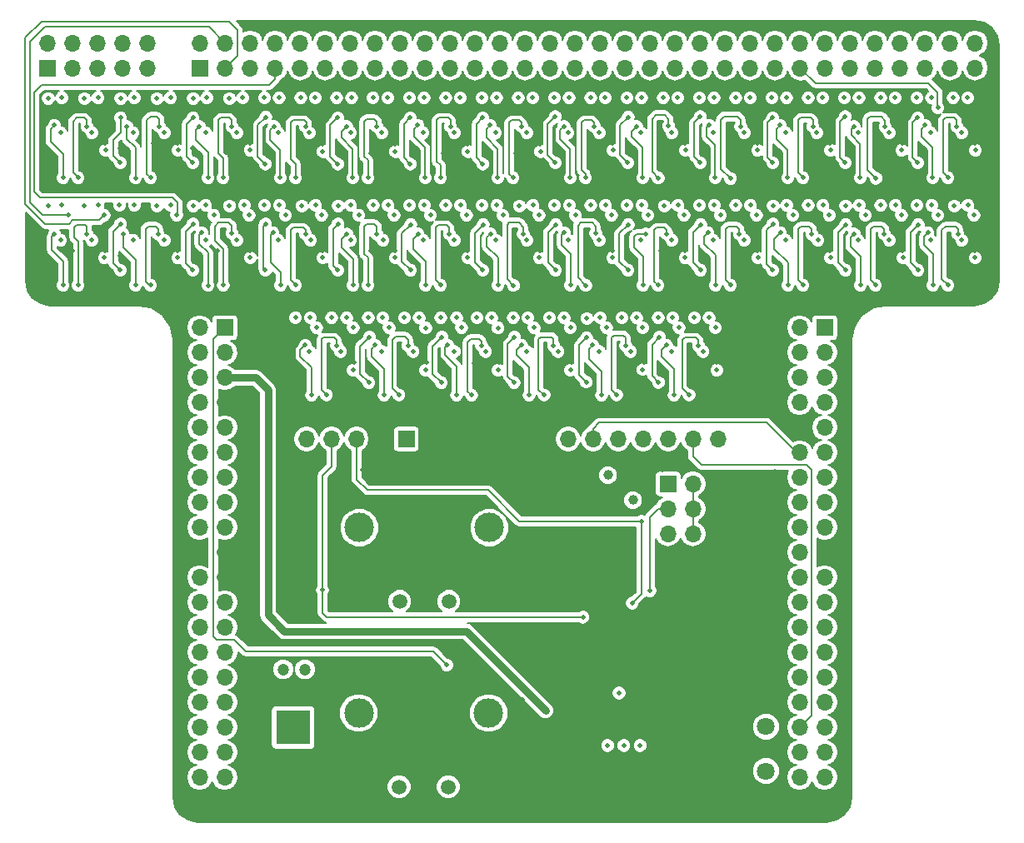
<source format=gbr>
G04 #@! TF.FileFunction,Copper,L2,Inr,Signal*
%FSLAX46Y46*%
G04 Gerber Fmt 4.6, Leading zero omitted, Abs format (unit mm)*
G04 Created by KiCad (PCBNEW 4.0.7-e2-6376~58~ubuntu17.04.1) date Tue Dec  5 16:04:06 2017*
%MOMM*%
%LPD*%
G01*
G04 APERTURE LIST*
%ADD10C,0.100000*%
%ADD11C,3.000000*%
%ADD12C,1.500000*%
%ADD13C,0.500000*%
%ADD14C,1.800000*%
%ADD15R,1.700000X1.700000*%
%ADD16O,1.700000X1.700000*%
%ADD17R,3.500000X3.500000*%
%ADD18C,1.000000*%
%ADD19C,1.200000*%
%ADD20C,0.800000*%
%ADD21C,0.200000*%
%ADD22C,0.800000*%
G04 APERTURE END LIST*
D10*
D11*
X34465000Y-52053000D03*
D12*
X43565000Y-59553000D03*
X38565000Y-59553000D03*
X41065000Y-59553000D03*
D11*
X47665000Y-52053000D03*
D13*
X26917200Y-56632000D03*
X21075200Y-56632000D03*
X36315200Y-56632000D03*
X38347200Y-56632000D03*
X40379200Y-56632000D03*
X34537200Y-56632000D03*
X32759200Y-56632000D03*
X28695200Y-56632000D03*
X19297200Y-81016000D03*
X21329200Y-81016000D03*
X23107200Y-81016000D03*
X30727200Y-81016000D03*
X28949200Y-81016000D03*
X26917200Y-81016000D03*
X24885200Y-81016000D03*
X34537200Y-81016000D03*
X32505200Y-81016000D03*
X62985200Y-81016000D03*
X65017200Y-81016000D03*
X67049200Y-81016000D03*
X68827200Y-81016000D03*
X76447200Y-81016000D03*
X74669200Y-81016000D03*
X72637200Y-81016000D03*
X70605200Y-81016000D03*
X55365200Y-81016000D03*
X57397200Y-81016000D03*
X59429200Y-81016000D03*
X61207200Y-81016000D03*
X53587200Y-81016000D03*
X51809200Y-81016000D03*
X49777200Y-81016000D03*
X82289200Y-81016000D03*
X80257200Y-81016000D03*
X78225200Y-81016000D03*
X44189200Y-56632000D03*
X45967200Y-56632000D03*
X65017200Y-56632000D03*
X67049200Y-56632000D03*
X68827200Y-56632000D03*
X76447200Y-56632000D03*
X74669200Y-56632000D03*
X72637200Y-56632000D03*
X70605200Y-56632000D03*
X57397200Y-56632000D03*
X59429200Y-56632000D03*
X61207200Y-56632000D03*
X53587200Y-56632000D03*
X51809200Y-56632000D03*
X49777200Y-56632000D03*
X47745200Y-56632000D03*
X57651200Y-46218000D03*
X63493200Y-46218000D03*
X65271200Y-46218000D03*
X76701200Y-46345000D03*
X42411200Y-46218000D03*
X44443200Y-46218000D03*
X46475200Y-46218000D03*
X48253200Y-46218000D03*
X54095200Y-46218000D03*
X52063200Y-46218000D03*
X50031200Y-46218000D03*
X34791200Y-46218000D03*
X36823200Y-46218000D03*
X40633200Y-46218000D03*
X33013200Y-46218000D03*
X29203200Y-46218000D03*
X27171200Y-46218000D03*
X67811200Y-27168000D03*
X67811200Y-28946000D03*
X60191200Y-26914000D03*
X60191200Y-28946000D03*
X52317200Y-28946000D03*
X37585200Y-28946000D03*
X44951200Y-28946000D03*
X30219200Y-28946000D03*
X23615200Y-28946000D03*
X23615200Y-26914000D03*
X16249200Y-28946000D03*
X16249200Y-26914000D03*
X8629200Y-28946000D03*
X8629200Y-26914000D03*
X50920200Y-64379000D03*
X66287200Y-73650000D03*
X66287200Y-74666000D03*
X66287200Y-75682000D03*
X66287200Y-69586000D03*
X66287200Y-68570000D03*
X66287200Y-65522000D03*
X66287200Y-67554000D03*
X66287200Y-66538000D03*
D14*
X75781000Y-72299000D03*
X75781000Y-76799000D03*
X69281000Y-72299000D03*
X69281000Y-76799000D03*
D13*
X51936200Y-76063000D03*
X52952200Y-76063000D03*
X50920200Y-76063000D03*
X53968200Y-76063000D03*
X61080200Y-76063000D03*
X62096200Y-76063000D03*
X60064200Y-76063000D03*
X59048200Y-76063000D03*
X63112200Y-76063000D03*
X64128200Y-76063000D03*
X64128200Y-64379000D03*
X65144200Y-64379000D03*
X63112200Y-64379000D03*
X66160200Y-64379000D03*
X58032200Y-64379000D03*
X59048200Y-64379000D03*
X57016200Y-64379000D03*
X60064200Y-64379000D03*
X62096200Y-64379000D03*
X61080200Y-64379000D03*
X54984200Y-64379000D03*
X56000200Y-64379000D03*
X53968200Y-64379000D03*
X52952200Y-64379000D03*
X51936200Y-64379000D03*
X51047200Y-65522000D03*
X51047200Y-66538000D03*
X51047200Y-69586000D03*
X51047200Y-74666000D03*
X51047200Y-73650000D03*
X51047200Y-70602000D03*
X51047200Y-72634000D03*
X51047200Y-71618000D03*
X74923200Y-26406000D03*
X74923200Y-28692000D03*
X82289200Y-26406000D03*
X82289200Y-28692000D03*
X89909200Y-28438000D03*
X89909200Y-26406000D03*
X97275200Y-28438000D03*
X97275200Y-26406000D03*
X97275200Y-15992000D03*
X97275200Y-17770000D03*
X65271200Y-13477400D03*
X57879800Y-13477400D03*
X89909200Y-15992000D03*
X89909200Y-17770000D03*
X82543200Y-15992000D03*
X82543200Y-17770000D03*
X75177200Y-15992000D03*
X75177200Y-17770000D03*
X67557200Y-16754000D03*
X67557200Y-17770000D03*
X59937200Y-18024000D03*
X59937200Y-16500000D03*
X52825200Y-15992000D03*
X52825200Y-18024000D03*
X45459200Y-15992000D03*
X45459200Y-18024000D03*
X38093200Y-15992000D03*
X38093200Y-18024000D03*
X30727200Y-15992000D03*
X30727200Y-18024000D03*
X23615200Y-15992000D03*
X23615200Y-18024000D03*
X15995200Y-15484000D03*
X15995200Y-18024000D03*
X8629200Y-15992000D03*
X8629200Y-17770000D03*
X7359200Y-17770000D03*
D15*
X18302000Y-5334000D03*
D16*
X18302000Y-2794000D03*
X20842000Y-5334000D03*
X20842000Y-2794000D03*
X23382000Y-5334000D03*
X23382000Y-2794000D03*
X25922000Y-5334000D03*
X25922000Y-2794000D03*
X28462000Y-5334000D03*
X28462000Y-2794000D03*
X31002000Y-5334000D03*
X31002000Y-2794000D03*
X33542000Y-5334000D03*
X33542000Y-2794000D03*
X36082000Y-5334000D03*
X36082000Y-2794000D03*
X38622000Y-5334000D03*
X38622000Y-2794000D03*
X41162000Y-5334000D03*
X41162000Y-2794000D03*
X43702000Y-5334000D03*
X43702000Y-2794000D03*
X46242000Y-5334000D03*
X46242000Y-2794000D03*
X48782000Y-5334000D03*
X48782000Y-2794000D03*
X51322000Y-5334000D03*
X51322000Y-2794000D03*
X53862000Y-5334000D03*
X53862000Y-2794000D03*
X56402000Y-5334000D03*
X56402000Y-2794000D03*
X58942000Y-5334000D03*
X58942000Y-2794000D03*
X61482000Y-5334000D03*
X61482000Y-2794000D03*
X64022000Y-5334000D03*
X64022000Y-2794000D03*
X66562000Y-5334000D03*
X66562000Y-2794000D03*
X69102000Y-5334000D03*
X69102000Y-2794000D03*
X71642000Y-5334000D03*
X71642000Y-2794000D03*
X74182000Y-5334000D03*
X74182000Y-2794000D03*
X76722000Y-5334000D03*
X76722000Y-2794000D03*
X79262000Y-5334000D03*
X79262000Y-2794000D03*
X81802000Y-5334000D03*
X81802000Y-2794000D03*
X84342000Y-5334000D03*
X84342000Y-2794000D03*
X86882000Y-5334000D03*
X86882000Y-2794000D03*
X89422000Y-5334000D03*
X89422000Y-2794000D03*
X91962000Y-5334000D03*
X91962000Y-2794000D03*
X94502000Y-5334000D03*
X94502000Y-2794000D03*
X97042000Y-5334000D03*
X97042000Y-2794000D03*
D15*
X65830000Y-47615000D03*
D16*
X68370000Y-47615000D03*
X65830000Y-50155000D03*
X68370000Y-50155000D03*
X65830000Y-52695000D03*
X68370000Y-52695000D03*
D15*
X39236200Y-43043000D03*
D16*
X36696200Y-43043000D03*
X34156200Y-43043000D03*
X31616200Y-43043000D03*
X29076200Y-43043000D03*
D15*
X2808000Y-5334000D03*
D16*
X2808000Y-2794000D03*
X5348000Y-5334000D03*
X5348000Y-2794000D03*
X7888000Y-5334000D03*
X7888000Y-2794000D03*
X10428000Y-5334000D03*
X10428000Y-2794000D03*
X12968000Y-5334000D03*
X12968000Y-2794000D03*
D15*
X20790000Y-31740000D03*
D16*
X18250000Y-31740000D03*
X20790000Y-34280000D03*
X18250000Y-34280000D03*
X20790000Y-36820000D03*
X18250000Y-36820000D03*
X20790000Y-39360000D03*
X18250000Y-39360000D03*
X20790000Y-41900000D03*
X18250000Y-41900000D03*
X20790000Y-44440000D03*
X18250000Y-44440000D03*
X20790000Y-46980000D03*
X18250000Y-46980000D03*
X20790000Y-49520000D03*
X18250000Y-49520000D03*
X20790000Y-52060000D03*
X18250000Y-52060000D03*
X20790000Y-54600000D03*
X18250000Y-54600000D03*
X20790000Y-57140000D03*
X18250000Y-57140000D03*
X20790000Y-59680000D03*
X18250000Y-59680000D03*
X20790000Y-62220000D03*
X18250000Y-62220000D03*
X20790000Y-64760000D03*
X18250000Y-64760000D03*
X20790000Y-67300000D03*
X18250000Y-67300000D03*
X20790000Y-69840000D03*
X18250000Y-69840000D03*
X20790000Y-72380000D03*
X18250000Y-72380000D03*
X20790000Y-74920000D03*
X18250000Y-74920000D03*
X20790000Y-77460000D03*
X18250000Y-77460000D03*
D15*
X81750000Y-31740000D03*
D16*
X79210000Y-31740000D03*
X81750000Y-34280000D03*
X79210000Y-34280000D03*
X81750000Y-36820000D03*
X79210000Y-36820000D03*
X81750000Y-39360000D03*
X79210000Y-39360000D03*
X81750000Y-41900000D03*
X79210000Y-41900000D03*
X81750000Y-44440000D03*
X79210000Y-44440000D03*
X81750000Y-46980000D03*
X79210000Y-46980000D03*
X81750000Y-49520000D03*
X79210000Y-49520000D03*
X81750000Y-52060000D03*
X79210000Y-52060000D03*
X81750000Y-54600000D03*
X79210000Y-54600000D03*
X81750000Y-57140000D03*
X79210000Y-57140000D03*
X81750000Y-59680000D03*
X79210000Y-59680000D03*
X81750000Y-62220000D03*
X79210000Y-62220000D03*
X81750000Y-64760000D03*
X79210000Y-64760000D03*
X81750000Y-67300000D03*
X79210000Y-67300000D03*
X81750000Y-69840000D03*
X79210000Y-69840000D03*
X81750000Y-72380000D03*
X79210000Y-72380000D03*
X81750000Y-74920000D03*
X79210000Y-74920000D03*
X81750000Y-77460000D03*
X79210000Y-77460000D03*
D11*
X34400000Y-70900000D03*
D12*
X43500000Y-78400000D03*
X38500000Y-78400000D03*
X41000000Y-78400000D03*
D11*
X47600000Y-70900000D03*
D15*
X53130000Y-43043000D03*
D16*
X55670000Y-43043000D03*
X58210000Y-43043000D03*
X60750000Y-43043000D03*
X63290000Y-43043000D03*
X65830000Y-43043000D03*
X68370000Y-43043000D03*
X70910000Y-43043000D03*
D17*
X27730000Y-72380000D03*
X27730000Y-78380000D03*
X32430000Y-75380000D03*
D18*
X62274000Y-49266000D03*
X57194000Y-49266000D03*
X59734000Y-46726000D03*
D13*
X2787200Y-17770000D03*
X61540000Y-70950000D03*
X61540000Y-71850000D03*
X60212000Y-12966000D03*
X52846000Y-13093000D03*
X35643000Y-23934000D03*
X94571000Y-23934000D03*
X87205000Y-23934000D03*
X79839000Y-23934000D03*
X72473000Y-23934000D03*
X65107000Y-23934000D03*
X57741000Y-23934000D03*
X50375000Y-23934000D03*
X43009000Y-23934000D03*
X28277000Y-23934000D03*
X20011000Y-23934000D03*
X13545000Y-23934000D03*
X68256600Y-35313200D03*
X60890600Y-35313200D03*
X53524600Y-35313200D03*
X31413000Y-35296000D03*
X38792600Y-35313200D03*
X46158600Y-35313200D03*
X5279000Y-23934000D03*
X94571000Y-13012000D03*
X87205000Y-13912000D03*
X79839000Y-13912000D03*
X72473000Y-13912000D03*
X50375000Y-14039000D03*
X43009000Y-14039000D03*
X35643000Y-14039000D03*
X28277000Y-14039000D03*
X20911000Y-13912000D03*
X13545000Y-13012000D03*
X6179000Y-13012000D03*
X88359800Y-15585600D03*
X91230000Y-18012000D03*
X95802000Y-18012000D03*
X60640000Y-71850000D03*
X60640000Y-70950000D03*
X97042000Y-12966000D03*
X89676000Y-12966000D03*
X82310000Y-12966000D03*
X74923200Y-12956000D03*
X67578000Y-12966000D03*
X45480000Y-13093000D03*
X38114000Y-13093000D03*
X30748000Y-13093000D03*
X23361200Y-12956000D03*
X16016000Y-12966000D03*
X8650000Y-12966000D03*
X97042000Y-23888000D03*
X89676000Y-23888000D03*
X82310000Y-23888000D03*
X74944000Y-23888000D03*
X67578000Y-23888000D03*
X60212000Y-23888000D03*
X52846000Y-23888000D03*
X45480000Y-23888000D03*
X38114000Y-23888000D03*
X30748000Y-23888000D03*
X23382000Y-23888000D03*
X16016000Y-23888000D03*
X8650000Y-23888000D03*
X70727600Y-35267200D03*
X63361600Y-35267200D03*
X55995600Y-35267200D03*
X48629600Y-35267200D03*
X41263600Y-35267200D03*
X33897600Y-35267200D03*
X32627600Y-40069200D03*
X28055600Y-40069200D03*
X39993600Y-40069200D03*
X35421600Y-40069200D03*
X47359600Y-40069200D03*
X42787600Y-40069200D03*
X54725600Y-40069200D03*
X50153600Y-40069200D03*
X69457600Y-40069200D03*
X64885600Y-40069200D03*
X57519600Y-40069200D03*
X62091600Y-40069200D03*
X17540000Y-13474000D03*
X2808000Y-28944000D03*
X2808000Y-24396000D03*
X10174000Y-24396000D03*
X10174000Y-13474000D03*
X2808000Y-13474000D03*
X60191200Y-24628000D03*
X67557200Y-24628000D03*
X60851600Y-68874800D03*
D19*
X28936500Y-66474500D03*
X26714000Y-66474500D03*
D13*
X15995200Y-24628000D03*
X59693000Y-74206000D03*
X61344000Y-74206000D03*
X62995000Y-74206000D03*
X63264600Y-36007200D03*
X70783000Y-36058000D03*
X55924000Y-36058000D03*
X48558000Y-36058000D03*
X41192000Y-36058000D03*
X33826000Y-36058000D03*
X97046600Y-24628000D03*
X89706000Y-24628000D03*
X82340000Y-24628000D03*
X97072000Y-13706000D03*
X89579000Y-13706000D03*
X82340000Y-13706000D03*
X74923200Y-13706000D03*
X74974000Y-24628000D03*
X67608000Y-13706000D03*
X60242000Y-13706000D03*
X52749000Y-24628000D03*
X52876000Y-13833000D03*
X23361200Y-13694000D03*
X45480000Y-13831000D03*
X38114000Y-13831000D03*
X30748000Y-13831000D03*
X45480000Y-24626000D03*
X38114000Y-24626000D03*
X30748000Y-24626000D03*
X23382000Y-24626000D03*
X16046000Y-13706000D03*
X8553000Y-24628000D03*
X8680000Y-13706000D03*
D20*
X53362000Y-70638000D03*
D13*
X43351000Y-66030000D03*
X8537000Y-20310000D03*
X4854000Y-20310000D03*
X15903000Y-20310000D03*
X23269000Y-20310000D03*
X19678200Y-20310000D03*
X30635000Y-20310000D03*
X26952000Y-20310000D03*
X38001000Y-20310000D03*
X34410200Y-20310000D03*
X45367000Y-20310000D03*
X41684000Y-20310000D03*
X52733000Y-20310000D03*
X49050000Y-20310000D03*
X60099000Y-20310000D03*
X56416000Y-20310000D03*
X63782000Y-20310000D03*
X67455600Y-20310000D03*
X71164000Y-20310000D03*
X74831000Y-20310000D03*
X78514000Y-20310000D03*
X82213000Y-20310000D03*
X85880000Y-20310000D03*
X89563000Y-20310000D03*
X93246000Y-9388000D03*
X93246000Y-20310000D03*
X96929000Y-20310000D03*
X30127000Y-31740000D03*
X33851400Y-31740000D03*
X37493000Y-31740000D03*
X41217400Y-31765400D03*
X44859000Y-31740000D03*
X48558000Y-31765400D03*
X52225000Y-31740000D03*
X55908000Y-31740000D03*
X59591000Y-31740000D03*
X63264600Y-31740000D03*
X66957000Y-31740000D03*
X97042000Y-5334000D03*
X70640000Y-31740000D03*
X69386000Y-34153000D03*
X66211000Y-34153000D03*
X62020000Y-34153000D03*
X58845000Y-34153000D03*
X54654000Y-34153000D03*
X51479000Y-34153000D03*
X47288000Y-34153000D03*
X44113000Y-34153000D03*
X39922000Y-34153000D03*
X36747000Y-34153000D03*
X95675000Y-11928000D03*
X92500000Y-11928000D03*
X88309000Y-11928000D03*
X85134000Y-11928000D03*
X80943000Y-11928000D03*
X77768000Y-11928000D03*
X73577000Y-11928000D03*
X70402000Y-11928000D03*
X66211000Y-11928000D03*
X63036000Y-11928000D03*
X58845000Y-11928000D03*
X55670000Y-11928000D03*
X51479000Y-11928000D03*
X48304000Y-11928000D03*
X44113000Y-11928000D03*
X40938000Y-11928000D03*
X36747000Y-11928000D03*
X33572000Y-11928000D03*
X29381000Y-11928000D03*
X26206000Y-11928000D03*
X22015000Y-11928000D03*
X18840000Y-11928000D03*
X14649000Y-11928000D03*
X11474000Y-11928000D03*
X7283000Y-11928000D03*
X4108000Y-11928000D03*
X95675000Y-22850000D03*
X92500000Y-22850000D03*
X88309000Y-22850000D03*
X85134000Y-22850000D03*
X81070000Y-22850000D03*
X77768000Y-22850000D03*
X73577000Y-22850000D03*
X70402000Y-22850000D03*
X66211000Y-22850000D03*
X63036000Y-22850000D03*
X58845000Y-22850000D03*
X55670000Y-22850000D03*
X51479000Y-22850000D03*
X48304000Y-22850000D03*
X44113000Y-22850000D03*
X40938000Y-22850000D03*
X36874000Y-22850000D03*
X33572000Y-22850000D03*
X29508000Y-22850000D03*
X26206000Y-22850000D03*
X22015000Y-22850000D03*
X18840000Y-22850000D03*
X14649000Y-22850000D03*
X11474000Y-22850000D03*
X4108000Y-22850000D03*
X7283000Y-22850000D03*
X29381000Y-34153000D03*
X32556000Y-34153000D03*
X63988500Y-58473500D03*
X62197800Y-59730800D03*
X63099500Y-51425000D03*
X30714500Y-58410000D03*
X57181300Y-61165900D03*
X6537000Y-8438000D03*
X2854000Y-8438000D03*
X6537000Y-19360000D03*
X2854000Y-19360000D03*
X13903000Y-8438000D03*
X10220000Y-8438000D03*
X10174000Y-14974000D03*
X10204000Y-10404000D03*
X13903000Y-19360000D03*
X10089000Y-19294000D03*
X10174000Y-25896000D03*
X10204000Y-21199000D03*
X21269000Y-8438000D03*
X17586000Y-8438000D03*
X17540000Y-14974000D03*
X17570000Y-10404000D03*
X21269000Y-19360000D03*
X17586000Y-19360000D03*
X17540000Y-25896000D03*
X17570000Y-21199000D03*
X28504000Y-8372000D03*
X24821000Y-8372000D03*
X24952000Y-10338000D03*
X24910600Y-15103000D03*
X28635000Y-19360000D03*
X24821000Y-19294000D03*
X24906000Y-25896000D03*
X24936000Y-21199000D03*
X35844600Y-8372000D03*
X32161600Y-8372000D03*
X32272000Y-15101000D03*
X32276600Y-10404000D03*
X35870000Y-19294000D03*
X32318000Y-19360000D03*
X32272000Y-25896000D03*
X32302000Y-21199000D03*
X43236000Y-8372000D03*
X39553000Y-8372000D03*
X39638000Y-15101000D03*
X39642600Y-10404000D03*
X43236000Y-19294000D03*
X39553000Y-19294000D03*
X39684000Y-21260000D03*
X39668000Y-25898000D03*
X50602000Y-8372000D03*
X46919000Y-8372000D03*
X47004000Y-15101000D03*
X47008600Y-10404000D03*
X5886000Y-16500000D03*
X6775000Y-11293000D03*
X4362000Y-16500000D03*
X3473000Y-11166000D03*
X5886000Y-27422000D03*
X6775000Y-22215000D03*
X4362000Y-27422000D03*
X3473000Y-22215000D03*
X13252000Y-16500000D03*
X14141000Y-11293000D03*
X11728000Y-16512000D03*
X10839000Y-11293000D03*
X13252000Y-27422000D03*
X14014000Y-22215000D03*
X10458000Y-22215000D03*
X11728000Y-27422000D03*
X20618000Y-16500000D03*
X21507000Y-11293000D03*
X18205000Y-11293000D03*
X19094000Y-16500000D03*
X20643400Y-27422000D03*
X21507000Y-22138800D03*
X19094000Y-27434000D03*
X18459000Y-22088000D03*
X27984000Y-16500000D03*
X29000000Y-11293000D03*
X26434600Y-16500000D03*
X25799600Y-11293000D03*
X29000000Y-22215000D03*
X27984000Y-27422000D03*
X25698000Y-22088000D03*
X26460000Y-27422000D03*
X35350000Y-16500000D03*
X36239000Y-11293000D03*
X33800600Y-16500000D03*
X33165600Y-11293000D03*
X35350000Y-27422000D03*
X36239000Y-22215000D03*
X33191000Y-22215000D03*
X33826000Y-27422000D03*
X42716000Y-16500000D03*
X43732000Y-11293000D03*
X41166600Y-16500000D03*
X40404600Y-11166000D03*
X42716000Y-27422000D03*
X43605000Y-22215000D03*
X40430000Y-22215000D03*
X41192000Y-27422000D03*
X50082000Y-16500000D03*
X50971000Y-11293000D03*
X48532600Y-16500000D03*
X47770600Y-11166000D03*
X50132800Y-27447400D03*
X51123400Y-22189600D03*
X48558000Y-27422000D03*
X47796000Y-22215000D03*
X58337000Y-11293000D03*
X57448000Y-16500000D03*
X55898600Y-16500000D03*
X55263600Y-11293000D03*
X58489400Y-22164200D03*
X57473400Y-27447400D03*
X55924000Y-27422000D03*
X55289000Y-22088000D03*
X68928800Y-33568800D03*
X67963600Y-38572600D03*
X66439600Y-38598000D03*
X65677600Y-33518000D03*
X61537400Y-33568800D03*
X60597600Y-38572600D03*
X59073600Y-38598000D03*
X58184600Y-33518000D03*
X54196800Y-33543400D03*
X53231600Y-38572600D03*
X51707600Y-38598000D03*
X50945600Y-33518000D03*
X46881600Y-33568800D03*
X45865600Y-38598000D03*
X44341600Y-38598000D03*
X43452600Y-33518000D03*
X38474200Y-38572600D03*
X39414000Y-33568800D03*
X36086600Y-33518000D03*
X36975600Y-38598000D03*
X32149600Y-33543400D03*
X31108200Y-38572600D03*
X29609600Y-38598000D03*
X28974600Y-33518000D03*
X95294000Y-22215000D03*
X94278000Y-27422000D03*
X92246000Y-22088000D03*
X92754000Y-27422000D03*
X94278000Y-16500000D03*
X95167000Y-11293000D03*
X91966600Y-11166000D03*
X92728600Y-16500000D03*
X86912000Y-27422000D03*
X87801000Y-22215000D03*
X84753000Y-22215000D03*
X85388000Y-27422000D03*
X86962800Y-16550800D03*
X87877200Y-11267600D03*
X85362600Y-16500000D03*
X84727600Y-11293000D03*
X79546000Y-27422000D03*
X80435000Y-22215000D03*
X77260000Y-22088000D03*
X78022000Y-27422000D03*
X80562000Y-11293000D03*
X79546000Y-16500000D03*
X77996600Y-16500000D03*
X77234600Y-11166000D03*
X72180000Y-27422000D03*
X73069000Y-22215000D03*
X70656000Y-27422000D03*
X69894000Y-22088000D03*
X73221400Y-11267600D03*
X72180000Y-16576200D03*
X70630600Y-16500000D03*
X69995600Y-11166000D03*
X64814000Y-27422000D03*
X65703000Y-22215000D03*
X63544000Y-22215000D03*
X63290000Y-27422000D03*
X65880800Y-11242200D03*
X64839400Y-16525400D03*
X62629600Y-11293000D03*
X63264600Y-16500000D03*
X50733000Y-19360000D03*
X46919000Y-19294000D03*
X47050000Y-21260000D03*
X47008600Y-25898000D03*
X57968000Y-8372000D03*
X54285000Y-8372000D03*
X54370000Y-14974000D03*
X54374600Y-10277000D03*
X57968000Y-19294000D03*
X54285000Y-19294000D03*
X54416000Y-21260000D03*
X54400000Y-25898000D03*
X65334000Y-8372000D03*
X61651000Y-8372000D03*
X65465000Y-19360000D03*
X61651000Y-19294000D03*
X72700000Y-8372000D03*
X69017000Y-8372000D03*
X72700000Y-19294000D03*
X69017000Y-19294000D03*
X80066000Y-8372000D03*
X76383000Y-8372000D03*
X80066000Y-19294000D03*
X76514000Y-19360000D03*
X87432000Y-8372000D03*
X83749000Y-8372000D03*
X87432000Y-19294000D03*
X83880000Y-19360000D03*
X94798000Y-8372000D03*
X91115000Y-8372000D03*
X94929000Y-19360000D03*
X91115000Y-19294000D03*
X31653600Y-30724000D03*
X27970600Y-30724000D03*
X39045000Y-30724000D03*
X35362000Y-30724000D03*
X46411000Y-30724000D03*
X42728000Y-30724000D03*
X53777000Y-30724000D03*
X50094000Y-30724000D03*
X61143000Y-30724000D03*
X57591000Y-30790000D03*
X68509000Y-30724000D03*
X64826000Y-30724000D03*
X7918000Y-8372000D03*
X4235000Y-8372000D03*
X7918000Y-19294000D03*
X4235000Y-19294000D03*
X15284000Y-8372000D03*
X11601000Y-8372000D03*
X15284000Y-19294000D03*
X11601000Y-19294000D03*
X22624600Y-8372000D03*
X18967000Y-8372000D03*
X22777000Y-19294000D03*
X18840000Y-19294000D03*
X29990600Y-8372000D03*
X26307600Y-8372000D03*
X30016000Y-19294000D03*
X26333000Y-19294000D03*
X37356600Y-8372000D03*
X33673600Y-8372000D03*
X37382000Y-19294000D03*
X33572000Y-19294000D03*
X44722600Y-8372000D03*
X41039600Y-8372000D03*
X44748000Y-19294000D03*
X41065000Y-19294000D03*
X52088600Y-8372000D03*
X48405600Y-8372000D03*
X52114000Y-19294000D03*
X48431000Y-19294000D03*
X59454600Y-8372000D03*
X55771600Y-8372000D03*
X59480000Y-19294000D03*
X55797000Y-19294000D03*
X69995600Y-30724000D03*
X66312600Y-30724000D03*
X62629600Y-30724000D03*
X58946600Y-30724000D03*
X55263600Y-30724000D03*
X51580600Y-30724000D03*
X47897600Y-30724000D03*
X44341600Y-30724000D03*
X40531600Y-30724000D03*
X36848600Y-30724000D03*
X33165600Y-30724000D03*
X29482600Y-30724000D03*
X96310000Y-19294000D03*
X92627000Y-19294000D03*
X96284600Y-8372000D03*
X92601600Y-8372000D03*
X88944000Y-19294000D03*
X85261000Y-19294000D03*
X88918600Y-8372000D03*
X85235600Y-8372000D03*
X81578000Y-19294000D03*
X77895000Y-19294000D03*
X81552600Y-8372000D03*
X77869600Y-8372000D03*
X74212000Y-19294000D03*
X70529000Y-19294000D03*
X74186600Y-8372000D03*
X70503600Y-8372000D03*
X66846000Y-19294000D03*
X63163000Y-19294000D03*
X66820600Y-8372000D03*
X63137600Y-8372000D03*
X61782000Y-10338000D03*
X61740600Y-14976000D03*
X61782000Y-21260000D03*
X61766000Y-25898000D03*
X69102000Y-14974000D03*
X69106600Y-10277000D03*
X69148000Y-21260000D03*
X69132000Y-25898000D03*
X76468000Y-14974000D03*
X76472600Y-10404000D03*
X76468000Y-25896000D03*
X76498000Y-21199000D03*
X83834000Y-14974000D03*
X83838600Y-10277000D03*
X83880000Y-21260000D03*
X83864000Y-25898000D03*
X91200000Y-14974000D03*
X91204600Y-10404000D03*
X91246000Y-21260000D03*
X91230000Y-25898000D03*
X35493000Y-32690000D03*
X35426200Y-37328000D03*
X42859000Y-32690000D03*
X42792200Y-37328000D03*
X50225000Y-32690000D03*
X50183600Y-37328000D03*
X57519600Y-37275200D03*
X57549600Y-32756000D03*
X64957000Y-32690000D03*
X64864800Y-37302600D03*
D21*
X2830000Y-13452000D02*
X2838000Y-13452000D01*
X2808000Y-13474000D02*
X2830000Y-13452000D01*
X38112000Y-24628000D02*
X38114000Y-24626000D01*
X38112000Y-24628000D02*
X38017000Y-24628000D01*
D22*
X25190000Y-41220000D02*
X25190000Y-38064600D01*
X53362000Y-70638000D02*
X45325000Y-62601000D01*
X45325000Y-62601000D02*
X26841000Y-62601000D01*
X26841000Y-62601000D02*
X25190000Y-60950000D01*
X25190000Y-60950000D02*
X25190000Y-46980000D01*
X25190000Y-46980000D02*
X25190000Y-46980000D01*
X25190000Y-46980000D02*
X25190000Y-41220000D01*
X23945400Y-36820000D02*
X20790000Y-36820000D01*
X25190000Y-38064600D02*
X23945400Y-36820000D01*
D21*
X19602000Y-32928000D02*
X20790000Y-31740000D01*
X19602000Y-63109000D02*
X19602000Y-32928000D01*
X19983000Y-63490000D02*
X19602000Y-63109000D01*
X21761000Y-63490000D02*
X19983000Y-63490000D01*
X22904000Y-64633000D02*
X21761000Y-63490000D01*
X41954000Y-64633000D02*
X22904000Y-64633000D01*
X43351000Y-66030000D02*
X41954000Y-64633000D01*
X20842000Y-5334000D02*
X22116600Y-4059400D01*
X22116600Y-1514000D02*
X22116600Y-4059400D01*
X21227600Y-625000D02*
X22116600Y-1514000D01*
X2177600Y-625000D02*
X21227600Y-625000D01*
X526600Y-2276000D02*
X2177600Y-625000D01*
X526600Y-19167000D02*
X526600Y-2276000D01*
X2558600Y-21199000D02*
X526600Y-19167000D01*
X4971600Y-21199000D02*
X2558600Y-21199000D01*
X5352600Y-20818000D02*
X4971600Y-21199000D01*
X8029000Y-20818000D02*
X5352600Y-20818000D01*
X8029000Y-20818000D02*
X8537000Y-20310000D01*
X20842000Y-2794000D02*
X19181000Y-1133000D01*
X2558600Y-1133000D02*
X19181000Y-1133000D01*
X1034600Y-2657000D02*
X2558600Y-1133000D01*
X1034600Y-19040000D02*
X1034600Y-2657000D01*
X2304600Y-20310000D02*
X1034600Y-19040000D01*
X2304600Y-20310000D02*
X4854000Y-20310000D01*
X20842000Y-2794000D02*
X20842000Y-2754000D01*
X1424602Y-17931402D02*
X1424602Y-7829598D01*
X2025200Y-18532000D02*
X1424602Y-17931402D01*
X15487200Y-18532000D02*
X2025200Y-18532000D01*
X15995200Y-19040000D02*
X15487200Y-18532000D01*
X1424602Y-7829598D02*
X2152200Y-7102000D01*
X15995200Y-20217800D02*
X15995200Y-19040000D01*
X25922000Y-5334000D02*
X25922000Y-6446200D01*
X25266200Y-7102000D02*
X25922000Y-6446200D01*
X2152200Y-7102000D02*
X25266200Y-7102000D01*
X15995200Y-20217800D02*
X15903000Y-20310000D01*
X79262000Y-5334000D02*
X80801400Y-6873400D01*
X92296800Y-6873400D02*
X80801400Y-6873400D01*
X93236600Y-7813200D02*
X92296800Y-6873400D01*
X93236600Y-9378600D02*
X93236600Y-7813200D01*
X93236600Y-9378600D02*
X93246000Y-9388000D01*
X68370000Y-52695000D02*
X68370000Y-50155000D01*
X68370000Y-50155000D02*
X68370000Y-47615000D01*
X64814000Y-50155000D02*
X65830000Y-50155000D01*
X63988500Y-50980500D02*
X64814000Y-50155000D01*
X63988500Y-58473500D02*
X63988500Y-50980500D01*
X63099500Y-51425000D02*
X50717000Y-51425000D01*
X34156200Y-47157800D02*
X34156200Y-43043000D01*
X35248400Y-48250000D02*
X34156200Y-47157800D01*
X47542000Y-48250000D02*
X35248400Y-48250000D01*
X50717000Y-51425000D02*
X47542000Y-48250000D01*
X63099500Y-58829100D02*
X63099500Y-51425000D01*
X62197800Y-59730800D02*
X63099500Y-58829100D01*
X31616200Y-43043000D02*
X31616200Y-45837000D01*
X30714500Y-46738700D02*
X30714500Y-58410000D01*
X31616200Y-45837000D02*
X30714500Y-46738700D01*
X30714500Y-58410000D02*
X30714500Y-58397300D01*
X30714500Y-58397300D02*
X30714500Y-60708700D01*
X30714500Y-60708700D02*
X31171700Y-61165900D01*
X31171700Y-61165900D02*
X57181300Y-61165900D01*
X58210000Y-43043000D02*
X58210000Y-42027000D01*
X75863000Y-41392000D02*
X78911000Y-44440000D01*
X58845000Y-41392000D02*
X75863000Y-41392000D01*
X58210000Y-42027000D02*
X58845000Y-41392000D01*
X78911000Y-44440000D02*
X79210000Y-44440000D01*
X80435000Y-46218000D02*
X80435000Y-71155000D01*
X79927000Y-45710000D02*
X80435000Y-46218000D01*
X69259000Y-45710000D02*
X79927000Y-45710000D01*
X68370000Y-44821000D02*
X69259000Y-45710000D01*
X68370000Y-43043000D02*
X68370000Y-44821000D01*
X80435000Y-71155000D02*
X79210000Y-72380000D01*
X10204000Y-11928000D02*
X10204000Y-10404000D01*
X9442000Y-12690000D02*
X10204000Y-11928000D01*
X9442000Y-14242000D02*
X9442000Y-12690000D01*
X9442000Y-14242000D02*
X10174000Y-14974000D01*
X9442000Y-21961000D02*
X10204000Y-21199000D01*
X9442000Y-25164000D02*
X9442000Y-21961000D01*
X9442000Y-25164000D02*
X10174000Y-25896000D01*
X16935000Y-11039000D02*
X17570000Y-10404000D01*
X16935000Y-14369000D02*
X16935000Y-11039000D01*
X16935000Y-14369000D02*
X17540000Y-14974000D01*
X16808000Y-21961000D02*
X17570000Y-21199000D01*
X16808000Y-25164000D02*
X16808000Y-21961000D01*
X16808000Y-25164000D02*
X17540000Y-25896000D01*
X24910600Y-15103000D02*
X24148600Y-14341000D01*
X24148600Y-11141400D02*
X24148600Y-14341000D01*
X24148600Y-11141400D02*
X24952000Y-10338000D01*
X24682000Y-21453000D02*
X24936000Y-21199000D01*
X24682000Y-25672000D02*
X24682000Y-21453000D01*
X24682000Y-25672000D02*
X24906000Y-25896000D01*
X31514600Y-11166000D02*
X32276600Y-10404000D01*
X31514600Y-14343600D02*
X31514600Y-11166000D01*
X31514600Y-14343600D02*
X32272000Y-15101000D01*
X31794000Y-21707000D02*
X32302000Y-21199000D01*
X31794000Y-25418000D02*
X31794000Y-21707000D01*
X31794000Y-25418000D02*
X32272000Y-25896000D01*
X39007600Y-11039000D02*
X39642600Y-10404000D01*
X39007600Y-14470600D02*
X39007600Y-11039000D01*
X39007600Y-14470600D02*
X39638000Y-15101000D01*
X38779000Y-25009000D02*
X39668000Y-25898000D01*
X38779000Y-22165000D02*
X38779000Y-25009000D01*
X38779000Y-22165000D02*
X39684000Y-21260000D01*
X46373600Y-11039000D02*
X47008600Y-10404000D01*
X46373600Y-14470600D02*
X46373600Y-11039000D01*
X46373600Y-14470600D02*
X47004000Y-15101000D01*
X5378000Y-15992000D02*
X5886000Y-16500000D01*
X5378000Y-10785000D02*
X5378000Y-15992000D01*
X5759000Y-10404000D02*
X5378000Y-10785000D01*
X6521000Y-10404000D02*
X5759000Y-10404000D01*
X6775000Y-10658000D02*
X6521000Y-10404000D01*
X6775000Y-11293000D02*
X6775000Y-10658000D01*
X4362000Y-14087000D02*
X4362000Y-16500000D01*
X3092000Y-12817000D02*
X4362000Y-14087000D01*
X3092000Y-11547000D02*
X3092000Y-12817000D01*
X3473000Y-11166000D02*
X3092000Y-11547000D01*
X5886000Y-27422000D02*
X5886000Y-27422000D01*
X5886000Y-22977000D02*
X5886000Y-27422000D01*
X5505000Y-22596000D02*
X5886000Y-22977000D01*
X5505000Y-21580000D02*
X5505000Y-22596000D01*
X5759000Y-21326000D02*
X5505000Y-21580000D01*
X6611000Y-21326000D02*
X5759000Y-21326000D01*
X6775000Y-21490000D02*
X6611000Y-21326000D01*
X6775000Y-22215000D02*
X6775000Y-21490000D01*
X4362000Y-25009000D02*
X4362000Y-27422000D01*
X3219000Y-23866000D02*
X4362000Y-25009000D01*
X3219000Y-22469000D02*
X3219000Y-23866000D01*
X3473000Y-22215000D02*
X3219000Y-22469000D01*
X12871000Y-16119000D02*
X13252000Y-16500000D01*
X12871000Y-10658000D02*
X12871000Y-16119000D01*
X13252000Y-10277000D02*
X12871000Y-10658000D01*
X13887000Y-10277000D02*
X13252000Y-10277000D01*
X14141000Y-10531000D02*
X13887000Y-10277000D01*
X14141000Y-11293000D02*
X14141000Y-10531000D01*
X10839000Y-11293000D02*
X10839000Y-12563000D01*
X11728000Y-13452000D02*
X10839000Y-12563000D01*
X11728000Y-13452000D02*
X11728000Y-16512000D01*
X14014000Y-22215000D02*
X14014000Y-21707000D01*
X14014000Y-21707000D02*
X13760000Y-21453000D01*
X13760000Y-21453000D02*
X12998000Y-21453000D01*
X12998000Y-21453000D02*
X12744000Y-21707000D01*
X12744000Y-21707000D02*
X12744000Y-27041000D01*
X12744000Y-27041000D02*
X13125000Y-27422000D01*
X13125000Y-27422000D02*
X13252000Y-27422000D01*
X14014000Y-22215000D02*
X14014000Y-22215000D01*
X10458000Y-22215000D02*
X10458000Y-23612000D01*
X10458000Y-23612000D02*
X11728000Y-24882000D01*
X11728000Y-24882000D02*
X11728000Y-27422000D01*
X20618000Y-14518800D02*
X20618000Y-16500000D01*
X20110000Y-14010800D02*
X20618000Y-14518800D01*
X20110000Y-10658000D02*
X20110000Y-14010800D01*
X20364000Y-10404000D02*
X20110000Y-10658000D01*
X21253000Y-10404000D02*
X20364000Y-10404000D01*
X21507000Y-10658000D02*
X21253000Y-10404000D01*
X21507000Y-11293000D02*
X21507000Y-10658000D01*
X18205000Y-11293000D02*
X17824000Y-11674000D01*
X17824000Y-11674000D02*
X17824000Y-12690000D01*
X17824000Y-12690000D02*
X19094000Y-13960000D01*
X19094000Y-13960000D02*
X19094000Y-16500000D01*
X20643400Y-23739000D02*
X20643400Y-27422000D01*
X19805200Y-22900800D02*
X20643400Y-23739000D01*
X19805200Y-21427600D02*
X19805200Y-22900800D01*
X20160800Y-21072000D02*
X19805200Y-21427600D01*
X21176800Y-21072000D02*
X20160800Y-21072000D01*
X21507000Y-21402200D02*
X21176800Y-21072000D01*
X21507000Y-22138800D02*
X21507000Y-21402200D01*
X18205000Y-22342000D02*
X18459000Y-22088000D01*
X18205000Y-23231000D02*
X18205000Y-22342000D01*
X19094000Y-24120000D02*
X18205000Y-23231000D01*
X19094000Y-27434000D02*
X19094000Y-24120000D01*
X27984000Y-15103000D02*
X27984000Y-16500000D01*
X27476000Y-14595000D02*
X27984000Y-15103000D01*
X27476000Y-10912000D02*
X27476000Y-14595000D01*
X27730000Y-10658000D02*
X27476000Y-10912000D01*
X28873000Y-10658000D02*
X27730000Y-10658000D01*
X29127000Y-10912000D02*
X28873000Y-10658000D01*
X29127000Y-11166000D02*
X29127000Y-10912000D01*
X29000000Y-11293000D02*
X29127000Y-11166000D01*
X26434600Y-13706000D02*
X26434600Y-16500000D01*
X25418600Y-12690000D02*
X26434600Y-13706000D01*
X25418600Y-11674000D02*
X25418600Y-12690000D01*
X25799600Y-11293000D02*
X25418600Y-11674000D01*
X29000000Y-22215000D02*
X29000000Y-21834000D01*
X29000000Y-21834000D02*
X28746000Y-21580000D01*
X28746000Y-21580000D02*
X27730000Y-21580000D01*
X27730000Y-21580000D02*
X27476000Y-21834000D01*
X27476000Y-21834000D02*
X27476000Y-26914000D01*
X27476000Y-26914000D02*
X27984000Y-27422000D01*
X25698000Y-22088000D02*
X25444000Y-22342000D01*
X25444000Y-22342000D02*
X25444000Y-25136000D01*
X25444000Y-25136000D02*
X26460000Y-26152000D01*
X26460000Y-26152000D02*
X26460000Y-27422000D01*
X35350000Y-14722000D02*
X35350000Y-16500000D01*
X34969000Y-14341000D02*
X35350000Y-14722000D01*
X34969000Y-10785000D02*
X34969000Y-14341000D01*
X35223000Y-10531000D02*
X34969000Y-10785000D01*
X35985000Y-10531000D02*
X35223000Y-10531000D01*
X36239000Y-10785000D02*
X35985000Y-10531000D01*
X36239000Y-11293000D02*
X36239000Y-10785000D01*
X33800600Y-13579000D02*
X33800600Y-16500000D01*
X32657600Y-12436000D02*
X33800600Y-13579000D01*
X32657600Y-11801000D02*
X32657600Y-12436000D01*
X33165600Y-11293000D02*
X32657600Y-11801000D01*
X35350000Y-24628000D02*
X35350000Y-27422000D01*
X34969000Y-24247000D02*
X35350000Y-24628000D01*
X34969000Y-21453000D02*
X34969000Y-24247000D01*
X35223000Y-21199000D02*
X34969000Y-21453000D01*
X35985000Y-21199000D02*
X35223000Y-21199000D01*
X36239000Y-21453000D02*
X35985000Y-21199000D01*
X36239000Y-22215000D02*
X36239000Y-21453000D01*
X33191000Y-22215000D02*
X32683000Y-22723000D01*
X32683000Y-22723000D02*
X32683000Y-23612000D01*
X32683000Y-23612000D02*
X33826000Y-24755000D01*
X33826000Y-24755000D02*
X33826000Y-27422000D01*
X42716000Y-15230000D02*
X42716000Y-16500000D01*
X42335000Y-14849000D02*
X42716000Y-15230000D01*
X42335000Y-10658000D02*
X42335000Y-14849000D01*
X42589000Y-10404000D02*
X42335000Y-10658000D01*
X43478000Y-10404000D02*
X42589000Y-10404000D01*
X43732000Y-10658000D02*
X43478000Y-10404000D01*
X43732000Y-11293000D02*
X43732000Y-10658000D01*
X41166600Y-13452000D02*
X41166600Y-16500000D01*
X40023600Y-12309000D02*
X41166600Y-13452000D01*
X40023600Y-11547000D02*
X40023600Y-12309000D01*
X40404600Y-11166000D02*
X40023600Y-11547000D01*
X42208000Y-26914000D02*
X42716000Y-27422000D01*
X42208000Y-21580000D02*
X42208000Y-26914000D01*
X42462000Y-21326000D02*
X42208000Y-21580000D01*
X43351000Y-21326000D02*
X42462000Y-21326000D01*
X43605000Y-21580000D02*
X43351000Y-21326000D01*
X43605000Y-22215000D02*
X43605000Y-21580000D01*
X40430000Y-22215000D02*
X39922000Y-22723000D01*
X39922000Y-22723000D02*
X39922000Y-23739000D01*
X39922000Y-23739000D02*
X41192000Y-25009000D01*
X41192000Y-25009000D02*
X41192000Y-27422000D01*
X49701000Y-16119000D02*
X50082000Y-16500000D01*
X49701000Y-10912000D02*
X49701000Y-16119000D01*
X49955000Y-10658000D02*
X49701000Y-10912000D01*
X50717000Y-10658000D02*
X49955000Y-10658000D01*
X50971000Y-10912000D02*
X50717000Y-10658000D01*
X50971000Y-11293000D02*
X50971000Y-10912000D01*
X48532600Y-13579000D02*
X48532600Y-16500000D01*
X47389600Y-12436000D02*
X48532600Y-13579000D01*
X47389600Y-11547000D02*
X47389600Y-12436000D01*
X47770600Y-11166000D02*
X47389600Y-11547000D01*
X49472400Y-26787000D02*
X50132800Y-27447400D01*
X49472400Y-21275200D02*
X49472400Y-26787000D01*
X49701000Y-21046600D02*
X49472400Y-21275200D01*
X50666200Y-21046600D02*
X49701000Y-21046600D01*
X51123400Y-21503800D02*
X50666200Y-21046600D01*
X51123400Y-22189600D02*
X51123400Y-21503800D01*
X48558000Y-24628000D02*
X48558000Y-27422000D01*
X47415000Y-23485000D02*
X48558000Y-24628000D01*
X47415000Y-22596000D02*
X47415000Y-23485000D01*
X47796000Y-22215000D02*
X47415000Y-22596000D01*
X58337000Y-11293000D02*
X58337000Y-10912000D01*
X58337000Y-10912000D02*
X58083000Y-10658000D01*
X58083000Y-10658000D02*
X57321000Y-10658000D01*
X57321000Y-10658000D02*
X57067000Y-10912000D01*
X57067000Y-10912000D02*
X57067000Y-15738000D01*
X57067000Y-15738000D02*
X57448000Y-16119000D01*
X57448000Y-16119000D02*
X57448000Y-16500000D01*
X55898600Y-13579000D02*
X55898600Y-16500000D01*
X54882600Y-12563000D02*
X55898600Y-13579000D01*
X54882600Y-11674000D02*
X54882600Y-12563000D01*
X55263600Y-11293000D02*
X54882600Y-11674000D01*
X58489400Y-22164200D02*
X58489400Y-21427600D01*
X58489400Y-21427600D02*
X58133800Y-21072000D01*
X58133800Y-21072000D02*
X56990800Y-21072000D01*
X56990800Y-21072000D02*
X56686000Y-21376800D01*
X56686000Y-21376800D02*
X56686000Y-26660000D01*
X56686000Y-26660000D02*
X57473400Y-27447400D01*
X55924000Y-24247000D02*
X55924000Y-27422000D01*
X55035000Y-23358000D02*
X55924000Y-24247000D01*
X55035000Y-22342000D02*
X55035000Y-23358000D01*
X55289000Y-22088000D02*
X55035000Y-22342000D01*
X68928800Y-33568800D02*
X68928800Y-33010000D01*
X68928800Y-33010000D02*
X68674800Y-32756000D01*
X68674800Y-32756000D02*
X67506400Y-32756000D01*
X67506400Y-32756000D02*
X67252400Y-33010000D01*
X67252400Y-33010000D02*
X67252400Y-37861400D01*
X67252400Y-37861400D02*
X67963600Y-38572600D01*
X66439600Y-35931000D02*
X66439600Y-38598000D01*
X65169600Y-34661000D02*
X66439600Y-35931000D01*
X65169600Y-34026000D02*
X65169600Y-34661000D01*
X65677600Y-33518000D02*
X65169600Y-34026000D01*
X61537400Y-33568800D02*
X61537400Y-32756000D01*
X61537400Y-32756000D02*
X61308800Y-32527400D01*
X61308800Y-32527400D02*
X60318200Y-32527400D01*
X60318200Y-32527400D02*
X60115000Y-32730600D01*
X60115000Y-32730600D02*
X60115000Y-38090000D01*
X60115000Y-38090000D02*
X60597600Y-38572600D01*
X59073600Y-36185000D02*
X59073600Y-38598000D01*
X57803600Y-34915000D02*
X59073600Y-36185000D01*
X57803600Y-33899000D02*
X57803600Y-34915000D01*
X58184600Y-33518000D02*
X57803600Y-33899000D01*
X54196800Y-33543400D02*
X54196800Y-32883000D01*
X54196800Y-32883000D02*
X53993600Y-32679800D01*
X53993600Y-32679800D02*
X52901400Y-32679800D01*
X52901400Y-32679800D02*
X52672800Y-32908400D01*
X52672800Y-32908400D02*
X52672800Y-38013800D01*
X52672800Y-38013800D02*
X53231600Y-38572600D01*
X51707600Y-35804000D02*
X51707600Y-38598000D01*
X50437600Y-34534000D02*
X51707600Y-35804000D01*
X50437600Y-34026000D02*
X50437600Y-34534000D01*
X50945600Y-33518000D02*
X50437600Y-34026000D01*
X46881600Y-33568800D02*
X46881600Y-33137000D01*
X46881600Y-33137000D02*
X46653000Y-32908400D01*
X46653000Y-32908400D02*
X45764000Y-32908400D01*
X45764000Y-32908400D02*
X45459200Y-33213200D01*
X45459200Y-33213200D02*
X45459200Y-38191600D01*
X45459200Y-38191600D02*
X45865600Y-38598000D01*
X44341600Y-35677000D02*
X44341600Y-38598000D01*
X43198600Y-34534000D02*
X44341600Y-35677000D01*
X43198600Y-33772000D02*
X43198600Y-34534000D01*
X43452600Y-33518000D02*
X43198600Y-33772000D01*
X37788400Y-37886800D02*
X38474200Y-38572600D01*
X37788400Y-33010000D02*
X37788400Y-37886800D01*
X38144000Y-32654400D02*
X37788400Y-33010000D01*
X39134600Y-32654400D02*
X38144000Y-32654400D01*
X39414000Y-32933800D02*
X39134600Y-32654400D01*
X39414000Y-33568800D02*
X39414000Y-32933800D01*
X36086600Y-33518000D02*
X35705600Y-33899000D01*
X35705600Y-33899000D02*
X35705600Y-34661000D01*
X35705600Y-34661000D02*
X36975600Y-35931000D01*
X36975600Y-35931000D02*
X36975600Y-38598000D01*
X32149600Y-33543400D02*
X32149600Y-33010000D01*
X32149600Y-33010000D02*
X31895600Y-32756000D01*
X31895600Y-32756000D02*
X30778000Y-32756000D01*
X30778000Y-32756000D02*
X30625600Y-32908400D01*
X30625600Y-32908400D02*
X30625600Y-38090000D01*
X30625600Y-38090000D02*
X31108200Y-38572600D01*
X29609600Y-35804000D02*
X29609600Y-38598000D01*
X28466600Y-34661000D02*
X29609600Y-35804000D01*
X28466600Y-34026000D02*
X28466600Y-34661000D01*
X28974600Y-33518000D02*
X28466600Y-34026000D01*
X95294000Y-22215000D02*
X95294000Y-21707000D01*
X95294000Y-21707000D02*
X95040000Y-21453000D01*
X95040000Y-21453000D02*
X94024000Y-21453000D01*
X94024000Y-21453000D02*
X93643000Y-21834000D01*
X93643000Y-21834000D02*
X93643000Y-26787000D01*
X93643000Y-26787000D02*
X94278000Y-27422000D01*
X92246000Y-22088000D02*
X91865000Y-22469000D01*
X91865000Y-22469000D02*
X91865000Y-23358000D01*
X91865000Y-23358000D02*
X92754000Y-24247000D01*
X92754000Y-24247000D02*
X92754000Y-27422000D01*
X93770000Y-15992000D02*
X94278000Y-16500000D01*
X93770000Y-10658000D02*
X93770000Y-15992000D01*
X94024000Y-10404000D02*
X93770000Y-10658000D01*
X94913000Y-10404000D02*
X94024000Y-10404000D01*
X95167000Y-10658000D02*
X94913000Y-10404000D01*
X95167000Y-11293000D02*
X95167000Y-10658000D01*
X91966600Y-11166000D02*
X91585600Y-11547000D01*
X91585600Y-11547000D02*
X91585600Y-12309000D01*
X91585600Y-12309000D02*
X92728600Y-13452000D01*
X92728600Y-13452000D02*
X92728600Y-16500000D01*
X86404000Y-26914000D02*
X86912000Y-27422000D01*
X86404000Y-21707000D02*
X86404000Y-26914000D01*
X86658000Y-21453000D02*
X86404000Y-21707000D01*
X87547000Y-21453000D02*
X86658000Y-21453000D01*
X87801000Y-21707000D02*
X87547000Y-21453000D01*
X87801000Y-22215000D02*
X87801000Y-21707000D01*
X84753000Y-22215000D02*
X84372000Y-22596000D01*
X84372000Y-22596000D02*
X84372000Y-23485000D01*
X84372000Y-23485000D02*
X85388000Y-24501000D01*
X85388000Y-24501000D02*
X85388000Y-27422000D01*
X86099200Y-15687200D02*
X86962800Y-16550800D01*
X86099200Y-10556400D02*
X86099200Y-15687200D01*
X86353200Y-10302400D02*
X86099200Y-10556400D01*
X87496200Y-10302400D02*
X86353200Y-10302400D01*
X87877200Y-10683400D02*
X87496200Y-10302400D01*
X87877200Y-11267600D02*
X87877200Y-10683400D01*
X85362600Y-13071000D02*
X85362600Y-16500000D01*
X84473600Y-12182000D02*
X85362600Y-13071000D01*
X84473600Y-11547000D02*
X84473600Y-12182000D01*
X84727600Y-11293000D02*
X84473600Y-11547000D01*
X79038000Y-26914000D02*
X79546000Y-27422000D01*
X79038000Y-21707000D02*
X79038000Y-26914000D01*
X79292000Y-21453000D02*
X79038000Y-21707000D01*
X80181000Y-21453000D02*
X79292000Y-21453000D01*
X80435000Y-21707000D02*
X80181000Y-21453000D01*
X80435000Y-22215000D02*
X80435000Y-21707000D01*
X77260000Y-22088000D02*
X76625000Y-22723000D01*
X76625000Y-22723000D02*
X76625000Y-23739000D01*
X76625000Y-23739000D02*
X78022000Y-25136000D01*
X78022000Y-25136000D02*
X78022000Y-27422000D01*
X80562000Y-11293000D02*
X80562000Y-10658000D01*
X80562000Y-10658000D02*
X80308000Y-10404000D01*
X80308000Y-10404000D02*
X79292000Y-10404000D01*
X79292000Y-10404000D02*
X79038000Y-10658000D01*
X79038000Y-10658000D02*
X79038000Y-15992000D01*
X79038000Y-15992000D02*
X79546000Y-16500000D01*
X77996600Y-13706000D02*
X77996600Y-16500000D01*
X76853600Y-12563000D02*
X77996600Y-13706000D01*
X76853600Y-11547000D02*
X76853600Y-12563000D01*
X77234600Y-11166000D02*
X76853600Y-11547000D01*
X71672000Y-26914000D02*
X72180000Y-27422000D01*
X71672000Y-21707000D02*
X71672000Y-26914000D01*
X71926000Y-21453000D02*
X71672000Y-21707000D01*
X72815000Y-21453000D02*
X71926000Y-21453000D01*
X73069000Y-21707000D02*
X72815000Y-21453000D01*
X73069000Y-22215000D02*
X73069000Y-21707000D01*
X70656000Y-24374000D02*
X70656000Y-27422000D01*
X69513000Y-23231000D02*
X70656000Y-24374000D01*
X69513000Y-22469000D02*
X69513000Y-23231000D01*
X69894000Y-22088000D02*
X69513000Y-22469000D01*
X73221400Y-11267600D02*
X73221400Y-10581800D01*
X73221400Y-10581800D02*
X72891200Y-10251600D01*
X72891200Y-10251600D02*
X71519600Y-10251600D01*
X71519600Y-10251600D02*
X71189400Y-10581800D01*
X71189400Y-10581800D02*
X71189400Y-15585600D01*
X71189400Y-15585600D02*
X72180000Y-16576200D01*
X70630600Y-13198000D02*
X70630600Y-16500000D01*
X69741600Y-12309000D02*
X70630600Y-13198000D01*
X69741600Y-11420000D02*
X69741600Y-12309000D01*
X69995600Y-11166000D02*
X69741600Y-11420000D01*
X64433000Y-27041000D02*
X64814000Y-27422000D01*
X64433000Y-21834000D02*
X64433000Y-27041000D01*
X64687000Y-21580000D02*
X64433000Y-21834000D01*
X65449000Y-21580000D02*
X64687000Y-21580000D01*
X65703000Y-21834000D02*
X65449000Y-21580000D01*
X65703000Y-22215000D02*
X65703000Y-21834000D01*
X63544000Y-22215000D02*
X62655000Y-22215000D01*
X62655000Y-22215000D02*
X62401000Y-22469000D01*
X62401000Y-22469000D02*
X62401000Y-23612000D01*
X62401000Y-23612000D02*
X63290000Y-24501000D01*
X63290000Y-24501000D02*
X63290000Y-27422000D01*
X65880800Y-11242200D02*
X65880800Y-10505600D01*
X65880800Y-10505600D02*
X65474400Y-10099200D01*
X65474400Y-10099200D02*
X64610800Y-10099200D01*
X64610800Y-10099200D02*
X64204400Y-10505600D01*
X64204400Y-10505600D02*
X64204400Y-15890400D01*
X64204400Y-15890400D02*
X64839400Y-16525400D01*
X62629600Y-11293000D02*
X62121600Y-11801000D01*
X62121600Y-11801000D02*
X62121600Y-12309000D01*
X62121600Y-12309000D02*
X63264600Y-13452000D01*
X63264600Y-13452000D02*
X63264600Y-16500000D01*
X46195800Y-25085200D02*
X47008600Y-25898000D01*
X46195800Y-22114200D02*
X46195800Y-25085200D01*
X46195800Y-22114200D02*
X47050000Y-21260000D01*
X53612600Y-11039000D02*
X54374600Y-10277000D01*
X53612600Y-14216600D02*
X53612600Y-11039000D01*
X53612600Y-14216600D02*
X54370000Y-14974000D01*
X53638000Y-25136000D02*
X54400000Y-25898000D01*
X53638000Y-22038000D02*
X53638000Y-25136000D01*
X53638000Y-22038000D02*
X54416000Y-21260000D01*
X60978600Y-14214000D02*
X61740600Y-14976000D01*
X60978600Y-11141400D02*
X60978600Y-14214000D01*
X60978600Y-11141400D02*
X61782000Y-10338000D01*
X60877000Y-25009000D02*
X61766000Y-25898000D01*
X60877000Y-22165000D02*
X60877000Y-25009000D01*
X60877000Y-22165000D02*
X61782000Y-21260000D01*
X68471600Y-10912000D02*
X69106600Y-10277000D01*
X68471600Y-14343600D02*
X68471600Y-10912000D01*
X68471600Y-14343600D02*
X69102000Y-14974000D01*
X68370000Y-25136000D02*
X69132000Y-25898000D01*
X68370000Y-22038000D02*
X68370000Y-25136000D01*
X68370000Y-22038000D02*
X69148000Y-21260000D01*
X75964600Y-10912000D02*
X76472600Y-10404000D01*
X75964600Y-14470600D02*
X75964600Y-10912000D01*
X75964600Y-14470600D02*
X76468000Y-14974000D01*
X75863000Y-21834000D02*
X76498000Y-21199000D01*
X75863000Y-25291000D02*
X75863000Y-21834000D01*
X75863000Y-25291000D02*
X76468000Y-25896000D01*
X83330600Y-10785000D02*
X83838600Y-10277000D01*
X83330600Y-14470600D02*
X83330600Y-10785000D01*
X83330600Y-14470600D02*
X83834000Y-14974000D01*
X83102000Y-25136000D02*
X83864000Y-25898000D01*
X83102000Y-22038000D02*
X83102000Y-25136000D01*
X83102000Y-22038000D02*
X83880000Y-21260000D01*
X90696600Y-10912000D02*
X91204600Y-10404000D01*
X90696600Y-14470600D02*
X90696600Y-10912000D01*
X90696600Y-14470600D02*
X91200000Y-14974000D01*
X90468000Y-25136000D02*
X91230000Y-25898000D01*
X90468000Y-22038000D02*
X90468000Y-25136000D01*
X90468000Y-22038000D02*
X91246000Y-21260000D01*
X34537200Y-36439000D02*
X35426200Y-37328000D01*
X34537200Y-33645800D02*
X34537200Y-36439000D01*
X34537200Y-33645800D02*
X35493000Y-32690000D01*
X41903200Y-36439000D02*
X42792200Y-37328000D01*
X41903200Y-33645800D02*
X41903200Y-36439000D01*
X41903200Y-33645800D02*
X42859000Y-32690000D01*
X49548600Y-36693000D02*
X50183600Y-37328000D01*
X49548600Y-33366400D02*
X49548600Y-36693000D01*
X49548600Y-33366400D02*
X50225000Y-32690000D01*
X56787600Y-33518000D02*
X57549600Y-32756000D01*
X56787600Y-36543200D02*
X56787600Y-33518000D01*
X56787600Y-36543200D02*
X57519600Y-37275200D01*
X64204400Y-36642200D02*
X64864800Y-37302600D01*
X64204400Y-33442600D02*
X64204400Y-36642200D01*
X64204400Y-33442600D02*
X64957000Y-32690000D01*
G36*
X97940864Y-728552D02*
X98738491Y-1261509D01*
X99271448Y-2059135D01*
X99469000Y-3052299D01*
X99469000Y-26947701D01*
X99271448Y-27940865D01*
X98738491Y-28738491D01*
X97940864Y-29271448D01*
X96947701Y-29469000D01*
X88000000Y-29469000D01*
X87948706Y-29479203D01*
X87896408Y-29479203D01*
X86748357Y-29707564D01*
X86556942Y-29786851D01*
X85583672Y-30437170D01*
X85437170Y-30583672D01*
X84786852Y-31556941D01*
X84786851Y-31556942D01*
X84707564Y-31748357D01*
X84479203Y-32896407D01*
X84479203Y-32948706D01*
X84469000Y-33000000D01*
X84469000Y-79447701D01*
X84271448Y-80440865D01*
X83738491Y-81238491D01*
X82940864Y-81771448D01*
X81947701Y-81969000D01*
X18052299Y-81969000D01*
X17059135Y-81771448D01*
X16261509Y-81238491D01*
X15728552Y-80440864D01*
X15531000Y-79447701D01*
X15531000Y-33000000D01*
X15520797Y-32948706D01*
X15520797Y-32896408D01*
X15292436Y-31748357D01*
X15288975Y-31740000D01*
X16892924Y-31740000D01*
X16994240Y-32249352D01*
X17282765Y-32681159D01*
X17714572Y-32969684D01*
X17917255Y-33010000D01*
X17714572Y-33050316D01*
X17282765Y-33338841D01*
X16994240Y-33770648D01*
X16892924Y-34280000D01*
X16994240Y-34789352D01*
X17282765Y-35221159D01*
X17714572Y-35509684D01*
X17917255Y-35550000D01*
X17714572Y-35590316D01*
X17282765Y-35878841D01*
X16994240Y-36310648D01*
X16892924Y-36820000D01*
X16994240Y-37329352D01*
X17282765Y-37761159D01*
X17714572Y-38049684D01*
X17917255Y-38090000D01*
X17714572Y-38130316D01*
X17282765Y-38418841D01*
X16994240Y-38850648D01*
X16892924Y-39360000D01*
X16994240Y-39869352D01*
X17282765Y-40301159D01*
X17714572Y-40589684D01*
X17917255Y-40630000D01*
X17714572Y-40670316D01*
X17282765Y-40958841D01*
X16994240Y-41390648D01*
X16892924Y-41900000D01*
X16994240Y-42409352D01*
X17282765Y-42841159D01*
X17714572Y-43129684D01*
X17917255Y-43170000D01*
X17714572Y-43210316D01*
X17282765Y-43498841D01*
X16994240Y-43930648D01*
X16892924Y-44440000D01*
X16994240Y-44949352D01*
X17282765Y-45381159D01*
X17714572Y-45669684D01*
X17917255Y-45710000D01*
X17714572Y-45750316D01*
X17282765Y-46038841D01*
X16994240Y-46470648D01*
X16892924Y-46980000D01*
X16994240Y-47489352D01*
X17282765Y-47921159D01*
X17714572Y-48209684D01*
X17917255Y-48250000D01*
X17714572Y-48290316D01*
X17282765Y-48578841D01*
X16994240Y-49010648D01*
X16892924Y-49520000D01*
X16994240Y-50029352D01*
X17282765Y-50461159D01*
X17714572Y-50749684D01*
X17917255Y-50790000D01*
X17714572Y-50830316D01*
X17282765Y-51118841D01*
X16994240Y-51550648D01*
X16892924Y-52060000D01*
X16994240Y-52569352D01*
X17282765Y-53001159D01*
X17714572Y-53289684D01*
X18223924Y-53391000D01*
X18276076Y-53391000D01*
X18785428Y-53289684D01*
X19021000Y-53132279D01*
X19021000Y-56067721D01*
X18785428Y-55910316D01*
X18276076Y-55809000D01*
X18223924Y-55809000D01*
X17714572Y-55910316D01*
X17282765Y-56198841D01*
X16994240Y-56630648D01*
X16892924Y-57140000D01*
X16994240Y-57649352D01*
X17282765Y-58081159D01*
X17714572Y-58369684D01*
X17917255Y-58410000D01*
X17714572Y-58450316D01*
X17282765Y-58738841D01*
X16994240Y-59170648D01*
X16892924Y-59680000D01*
X16994240Y-60189352D01*
X17282765Y-60621159D01*
X17714572Y-60909684D01*
X17917255Y-60950000D01*
X17714572Y-60990316D01*
X17282765Y-61278841D01*
X16994240Y-61710648D01*
X16892924Y-62220000D01*
X16994240Y-62729352D01*
X17282765Y-63161159D01*
X17714572Y-63449684D01*
X17917255Y-63490000D01*
X17714572Y-63530316D01*
X17282765Y-63818841D01*
X16994240Y-64250648D01*
X16892924Y-64760000D01*
X16994240Y-65269352D01*
X17282765Y-65701159D01*
X17714572Y-65989684D01*
X17917255Y-66030000D01*
X17714572Y-66070316D01*
X17282765Y-66358841D01*
X16994240Y-66790648D01*
X16892924Y-67300000D01*
X16994240Y-67809352D01*
X17282765Y-68241159D01*
X17714572Y-68529684D01*
X17917255Y-68570000D01*
X17714572Y-68610316D01*
X17282765Y-68898841D01*
X16994240Y-69330648D01*
X16892924Y-69840000D01*
X16994240Y-70349352D01*
X17282765Y-70781159D01*
X17714572Y-71069684D01*
X17917255Y-71110000D01*
X17714572Y-71150316D01*
X17282765Y-71438841D01*
X16994240Y-71870648D01*
X16892924Y-72380000D01*
X16994240Y-72889352D01*
X17282765Y-73321159D01*
X17714572Y-73609684D01*
X17917255Y-73650000D01*
X17714572Y-73690316D01*
X17282765Y-73978841D01*
X16994240Y-74410648D01*
X16892924Y-74920000D01*
X16994240Y-75429352D01*
X17282765Y-75861159D01*
X17714572Y-76149684D01*
X17917255Y-76190000D01*
X17714572Y-76230316D01*
X17282765Y-76518841D01*
X16994240Y-76950648D01*
X16892924Y-77460000D01*
X16994240Y-77969352D01*
X17282765Y-78401159D01*
X17714572Y-78689684D01*
X18223924Y-78791000D01*
X18276076Y-78791000D01*
X18785428Y-78689684D01*
X19217235Y-78401159D01*
X19505760Y-77969352D01*
X19520000Y-77897762D01*
X19534240Y-77969352D01*
X19822765Y-78401159D01*
X20254572Y-78689684D01*
X20763924Y-78791000D01*
X20816076Y-78791000D01*
X21325428Y-78689684D01*
X21394117Y-78643787D01*
X37268787Y-78643787D01*
X37455800Y-79096395D01*
X37801784Y-79442983D01*
X38254065Y-79630786D01*
X38743787Y-79631213D01*
X39196395Y-79444200D01*
X39542983Y-79098216D01*
X39730786Y-78645935D01*
X39730787Y-78643787D01*
X42268787Y-78643787D01*
X42455800Y-79096395D01*
X42801784Y-79442983D01*
X43254065Y-79630786D01*
X43743787Y-79631213D01*
X44196395Y-79444200D01*
X44542983Y-79098216D01*
X44730786Y-78645935D01*
X44731213Y-78156213D01*
X44544200Y-77703605D01*
X44198216Y-77357017D01*
X43745935Y-77169214D01*
X43256213Y-77168787D01*
X42803605Y-77355800D01*
X42457017Y-77701784D01*
X42269214Y-78154065D01*
X42268787Y-78643787D01*
X39730787Y-78643787D01*
X39731213Y-78156213D01*
X39544200Y-77703605D01*
X39198216Y-77357017D01*
X38745935Y-77169214D01*
X38256213Y-77168787D01*
X37803605Y-77355800D01*
X37457017Y-77701784D01*
X37269214Y-78154065D01*
X37268787Y-78643787D01*
X21394117Y-78643787D01*
X21757235Y-78401159D01*
X22045760Y-77969352D01*
X22147076Y-77460000D01*
X22069997Y-77072493D01*
X74399761Y-77072493D01*
X74609563Y-77580251D01*
X74997705Y-77969072D01*
X75505097Y-78179759D01*
X76054493Y-78180239D01*
X76562251Y-77970437D01*
X76951072Y-77582295D01*
X77161759Y-77074903D01*
X77162239Y-76525507D01*
X76952437Y-76017749D01*
X76564295Y-75628928D01*
X76056903Y-75418241D01*
X75507507Y-75417761D01*
X74999749Y-75627563D01*
X74610928Y-76015705D01*
X74400241Y-76523097D01*
X74399761Y-77072493D01*
X22069997Y-77072493D01*
X22045760Y-76950648D01*
X21757235Y-76518841D01*
X21325428Y-76230316D01*
X21122745Y-76190000D01*
X21325428Y-76149684D01*
X21757235Y-75861159D01*
X22045760Y-75429352D01*
X22147076Y-74920000D01*
X22045760Y-74410648D01*
X21757235Y-73978841D01*
X21325428Y-73690316D01*
X21122745Y-73650000D01*
X21325428Y-73609684D01*
X21757235Y-73321159D01*
X22045760Y-72889352D01*
X22147076Y-72380000D01*
X22045760Y-71870648D01*
X21757235Y-71438841D01*
X21325428Y-71150316D01*
X21122745Y-71110000D01*
X21325428Y-71069684D01*
X21757235Y-70781159D01*
X21858236Y-70630000D01*
X25489577Y-70630000D01*
X25489577Y-74130000D01*
X25523117Y-74308248D01*
X25628461Y-74471958D01*
X25789198Y-74581785D01*
X25980000Y-74620423D01*
X29480000Y-74620423D01*
X29658248Y-74586883D01*
X29821958Y-74481539D01*
X29911310Y-74350767D01*
X58961874Y-74350767D01*
X59072927Y-74619537D01*
X59278381Y-74825350D01*
X59546957Y-74936873D01*
X59837767Y-74937126D01*
X60106537Y-74826073D01*
X60312350Y-74620619D01*
X60423873Y-74352043D01*
X60423874Y-74350767D01*
X60612874Y-74350767D01*
X60723927Y-74619537D01*
X60929381Y-74825350D01*
X61197957Y-74936873D01*
X61488767Y-74937126D01*
X61757537Y-74826073D01*
X61963350Y-74620619D01*
X62074873Y-74352043D01*
X62074874Y-74350767D01*
X62263874Y-74350767D01*
X62374927Y-74619537D01*
X62580381Y-74825350D01*
X62848957Y-74936873D01*
X63139767Y-74937126D01*
X63408537Y-74826073D01*
X63614350Y-74620619D01*
X63725873Y-74352043D01*
X63726126Y-74061233D01*
X63615073Y-73792463D01*
X63409619Y-73586650D01*
X63141043Y-73475127D01*
X62850233Y-73474874D01*
X62581463Y-73585927D01*
X62375650Y-73791381D01*
X62264127Y-74059957D01*
X62263874Y-74350767D01*
X62074874Y-74350767D01*
X62075126Y-74061233D01*
X61964073Y-73792463D01*
X61758619Y-73586650D01*
X61490043Y-73475127D01*
X61199233Y-73474874D01*
X60930463Y-73585927D01*
X60724650Y-73791381D01*
X60613127Y-74059957D01*
X60612874Y-74350767D01*
X60423874Y-74350767D01*
X60424126Y-74061233D01*
X60313073Y-73792463D01*
X60107619Y-73586650D01*
X59839043Y-73475127D01*
X59548233Y-73474874D01*
X59279463Y-73585927D01*
X59073650Y-73791381D01*
X58962127Y-74059957D01*
X58961874Y-74350767D01*
X29911310Y-74350767D01*
X29931785Y-74320802D01*
X29970423Y-74130000D01*
X29970423Y-71292316D01*
X32418657Y-71292316D01*
X32719611Y-72020680D01*
X33276389Y-72578431D01*
X34004226Y-72880655D01*
X34792316Y-72881343D01*
X35520680Y-72580389D01*
X36078431Y-72023611D01*
X36380655Y-71295774D01*
X36380658Y-71292316D01*
X45618657Y-71292316D01*
X45919611Y-72020680D01*
X46476389Y-72578431D01*
X47204226Y-72880655D01*
X47992316Y-72881343D01*
X48720680Y-72580389D01*
X48728589Y-72572493D01*
X74399761Y-72572493D01*
X74609563Y-73080251D01*
X74997705Y-73469072D01*
X75505097Y-73679759D01*
X76054493Y-73680239D01*
X76562251Y-73470437D01*
X76951072Y-73082295D01*
X77161759Y-72574903D01*
X77162239Y-72025507D01*
X76952437Y-71517749D01*
X76564295Y-71128928D01*
X76056903Y-70918241D01*
X75507507Y-70917761D01*
X74999749Y-71127563D01*
X74610928Y-71515705D01*
X74400241Y-72023097D01*
X74399761Y-72572493D01*
X48728589Y-72572493D01*
X49278431Y-72023611D01*
X49580655Y-71295774D01*
X49581343Y-70507684D01*
X49280389Y-69779320D01*
X48723611Y-69221569D01*
X47995774Y-68919345D01*
X47207684Y-68918657D01*
X46479320Y-69219611D01*
X45921569Y-69776389D01*
X45619345Y-70504226D01*
X45618657Y-71292316D01*
X36380658Y-71292316D01*
X36381343Y-70507684D01*
X36080389Y-69779320D01*
X35523611Y-69221569D01*
X34795774Y-68919345D01*
X34007684Y-68918657D01*
X33279320Y-69219611D01*
X32721569Y-69776389D01*
X32419345Y-70504226D01*
X32418657Y-71292316D01*
X29970423Y-71292316D01*
X29970423Y-70630000D01*
X29936883Y-70451752D01*
X29831539Y-70288042D01*
X29670802Y-70178215D01*
X29480000Y-70139577D01*
X25980000Y-70139577D01*
X25801752Y-70173117D01*
X25638042Y-70278461D01*
X25528215Y-70439198D01*
X25489577Y-70630000D01*
X21858236Y-70630000D01*
X22045760Y-70349352D01*
X22147076Y-69840000D01*
X22045760Y-69330648D01*
X21757235Y-68898841D01*
X21325428Y-68610316D01*
X21122745Y-68570000D01*
X21325428Y-68529684D01*
X21757235Y-68241159D01*
X22045760Y-67809352D01*
X22147076Y-67300000D01*
X22045760Y-66790648D01*
X21977561Y-66688581D01*
X25632813Y-66688581D01*
X25797038Y-67086037D01*
X26100863Y-67390393D01*
X26498032Y-67555312D01*
X26928081Y-67555687D01*
X27325537Y-67391462D01*
X27629893Y-67087637D01*
X27794812Y-66690468D01*
X27794813Y-66688581D01*
X27855313Y-66688581D01*
X28019538Y-67086037D01*
X28323363Y-67390393D01*
X28720532Y-67555312D01*
X29150581Y-67555687D01*
X29548037Y-67391462D01*
X29852393Y-67087637D01*
X30017312Y-66690468D01*
X30017687Y-66260419D01*
X29853462Y-65862963D01*
X29549637Y-65558607D01*
X29152468Y-65393688D01*
X28722419Y-65393313D01*
X28324963Y-65557538D01*
X28020607Y-65861363D01*
X27855688Y-66258532D01*
X27855313Y-66688581D01*
X27794813Y-66688581D01*
X27795187Y-66260419D01*
X27630962Y-65862963D01*
X27327137Y-65558607D01*
X26929968Y-65393688D01*
X26499919Y-65393313D01*
X26102463Y-65557538D01*
X25798107Y-65861363D01*
X25633188Y-66258532D01*
X25632813Y-66688581D01*
X21977561Y-66688581D01*
X21757235Y-66358841D01*
X21325428Y-66070316D01*
X21122745Y-66030000D01*
X21325428Y-65989684D01*
X21757235Y-65701159D01*
X22045760Y-65269352D01*
X22147076Y-64760000D01*
X22131615Y-64682273D01*
X22493171Y-65043829D01*
X22681661Y-65169774D01*
X22904000Y-65214000D01*
X41713342Y-65214000D01*
X42619921Y-66120579D01*
X42619874Y-66174767D01*
X42730927Y-66443537D01*
X42936381Y-66649350D01*
X43204957Y-66760873D01*
X43495767Y-66761126D01*
X43764537Y-66650073D01*
X43970350Y-66444619D01*
X44081873Y-66176043D01*
X44082126Y-65885233D01*
X43971073Y-65616463D01*
X43765619Y-65410650D01*
X43497043Y-65299127D01*
X43441737Y-65299079D01*
X42364829Y-64222171D01*
X42176339Y-64096226D01*
X41954000Y-64052000D01*
X23144658Y-64052000D01*
X22171829Y-63079171D01*
X21983339Y-62953226D01*
X21906398Y-62937921D01*
X22045760Y-62729352D01*
X22147076Y-62220000D01*
X22045760Y-61710648D01*
X21757235Y-61278841D01*
X21325428Y-60990316D01*
X21122745Y-60950000D01*
X21325428Y-60909684D01*
X21757235Y-60621159D01*
X22045760Y-60189352D01*
X22147076Y-59680000D01*
X22045760Y-59170648D01*
X21757235Y-58738841D01*
X21325428Y-58450316D01*
X20816076Y-58349000D01*
X20763924Y-58349000D01*
X20254572Y-58450316D01*
X20183000Y-58498139D01*
X20183000Y-53241861D01*
X20254572Y-53289684D01*
X20763924Y-53391000D01*
X20816076Y-53391000D01*
X21325428Y-53289684D01*
X21757235Y-53001159D01*
X22045760Y-52569352D01*
X22147076Y-52060000D01*
X22045760Y-51550648D01*
X21757235Y-51118841D01*
X21325428Y-50830316D01*
X21122745Y-50790000D01*
X21325428Y-50749684D01*
X21757235Y-50461159D01*
X22045760Y-50029352D01*
X22147076Y-49520000D01*
X22045760Y-49010648D01*
X21757235Y-48578841D01*
X21325428Y-48290316D01*
X21122745Y-48250000D01*
X21325428Y-48209684D01*
X21757235Y-47921159D01*
X22045760Y-47489352D01*
X22147076Y-46980000D01*
X22045760Y-46470648D01*
X21757235Y-46038841D01*
X21325428Y-45750316D01*
X21122745Y-45710000D01*
X21325428Y-45669684D01*
X21757235Y-45381159D01*
X22045760Y-44949352D01*
X22147076Y-44440000D01*
X22045760Y-43930648D01*
X21757235Y-43498841D01*
X21325428Y-43210316D01*
X21122745Y-43170000D01*
X21325428Y-43129684D01*
X21757235Y-42841159D01*
X22045760Y-42409352D01*
X22147076Y-41900000D01*
X22045760Y-41390648D01*
X21757235Y-40958841D01*
X21325428Y-40670316D01*
X20816076Y-40569000D01*
X20763924Y-40569000D01*
X20254572Y-40670316D01*
X20183000Y-40718139D01*
X20183000Y-38001861D01*
X20254572Y-38049684D01*
X20763924Y-38151000D01*
X20816076Y-38151000D01*
X21325428Y-38049684D01*
X21757235Y-37761159D01*
X21797432Y-37701000D01*
X23580478Y-37701000D01*
X24309000Y-38429522D01*
X24309000Y-60950000D01*
X24376062Y-61287144D01*
X24567039Y-61572961D01*
X26218039Y-63223961D01*
X26503856Y-63414938D01*
X26841000Y-63482000D01*
X44960078Y-63482000D01*
X52738496Y-71260418D01*
X52862302Y-71384440D01*
X53185989Y-71518847D01*
X53536473Y-71519153D01*
X53860395Y-71385311D01*
X54108440Y-71137698D01*
X54242847Y-70814011D01*
X54243153Y-70463527D01*
X54109311Y-70139605D01*
X53861698Y-69891560D01*
X53861329Y-69891407D01*
X52989489Y-69019567D01*
X60120474Y-69019567D01*
X60231527Y-69288337D01*
X60436981Y-69494150D01*
X60705557Y-69605673D01*
X60996367Y-69605926D01*
X61265137Y-69494873D01*
X61470950Y-69289419D01*
X61582473Y-69020843D01*
X61582726Y-68730033D01*
X61471673Y-68461263D01*
X61266219Y-68255450D01*
X60997643Y-68143927D01*
X60706833Y-68143674D01*
X60438063Y-68254727D01*
X60232250Y-68460181D01*
X60120727Y-68728757D01*
X60120474Y-69019567D01*
X52989489Y-69019567D01*
X45947961Y-61978039D01*
X45662144Y-61787062D01*
X45460236Y-61746900D01*
X56728398Y-61746900D01*
X56766681Y-61785250D01*
X57035257Y-61896773D01*
X57326067Y-61897026D01*
X57594837Y-61785973D01*
X57800650Y-61580519D01*
X57912173Y-61311943D01*
X57912426Y-61021133D01*
X57801373Y-60752363D01*
X57595919Y-60546550D01*
X57327343Y-60435027D01*
X57036533Y-60434774D01*
X56767763Y-60545827D01*
X56728622Y-60584900D01*
X44273716Y-60584900D01*
X44607983Y-60251216D01*
X44795786Y-59798935D01*
X44796213Y-59309213D01*
X44609200Y-58856605D01*
X44263216Y-58510017D01*
X43810935Y-58322214D01*
X43321213Y-58321787D01*
X42868605Y-58508800D01*
X42522017Y-58854784D01*
X42334214Y-59307065D01*
X42333787Y-59796787D01*
X42520800Y-60249395D01*
X42855720Y-60584900D01*
X39273716Y-60584900D01*
X39607983Y-60251216D01*
X39795786Y-59798935D01*
X39796213Y-59309213D01*
X39609200Y-58856605D01*
X39263216Y-58510017D01*
X38810935Y-58322214D01*
X38321213Y-58321787D01*
X37868605Y-58508800D01*
X37522017Y-58854784D01*
X37334214Y-59307065D01*
X37333787Y-59796787D01*
X37520800Y-60249395D01*
X37855720Y-60584900D01*
X31412358Y-60584900D01*
X31295500Y-60468042D01*
X31295500Y-58862902D01*
X31333850Y-58824619D01*
X31445373Y-58556043D01*
X31445626Y-58265233D01*
X31334573Y-57996463D01*
X31295500Y-57957322D01*
X31295500Y-52445316D01*
X32483657Y-52445316D01*
X32784611Y-53173680D01*
X33341389Y-53731431D01*
X34069226Y-54033655D01*
X34857316Y-54034343D01*
X35585680Y-53733389D01*
X36143431Y-53176611D01*
X36445655Y-52448774D01*
X36445658Y-52445316D01*
X45683657Y-52445316D01*
X45984611Y-53173680D01*
X46541389Y-53731431D01*
X47269226Y-54033655D01*
X48057316Y-54034343D01*
X48785680Y-53733389D01*
X49343431Y-53176611D01*
X49645655Y-52448774D01*
X49646343Y-51660684D01*
X49345389Y-50932320D01*
X48788611Y-50374569D01*
X48060774Y-50072345D01*
X47272684Y-50071657D01*
X46544320Y-50372611D01*
X45986569Y-50929389D01*
X45684345Y-51657226D01*
X45683657Y-52445316D01*
X36445658Y-52445316D01*
X36446343Y-51660684D01*
X36145389Y-50932320D01*
X35588611Y-50374569D01*
X34860774Y-50072345D01*
X34072684Y-50071657D01*
X33344320Y-50372611D01*
X32786569Y-50929389D01*
X32484345Y-51657226D01*
X32483657Y-52445316D01*
X31295500Y-52445316D01*
X31295500Y-46979358D01*
X32027029Y-46247829D01*
X32152974Y-46059339D01*
X32197200Y-45837000D01*
X32197200Y-44250886D01*
X32557359Y-44010235D01*
X32845884Y-43578428D01*
X32886200Y-43375745D01*
X32926516Y-43578428D01*
X33215041Y-44010235D01*
X33575200Y-44250886D01*
X33575200Y-47157800D01*
X33619426Y-47380139D01*
X33745371Y-47568629D01*
X34837571Y-48660829D01*
X35026061Y-48786774D01*
X35248400Y-48831000D01*
X47301342Y-48831000D01*
X50306171Y-51835829D01*
X50494661Y-51961774D01*
X50717000Y-52006000D01*
X62518500Y-52006000D01*
X62518500Y-58588442D01*
X62107221Y-58999721D01*
X62053033Y-58999674D01*
X61784263Y-59110727D01*
X61578450Y-59316181D01*
X61466927Y-59584757D01*
X61466674Y-59875567D01*
X61577727Y-60144337D01*
X61783181Y-60350150D01*
X62051757Y-60461673D01*
X62342567Y-60461926D01*
X62611337Y-60350873D01*
X62817150Y-60145419D01*
X62928673Y-59876843D01*
X62928721Y-59821537D01*
X63510329Y-59239929D01*
X63601062Y-59104137D01*
X63842457Y-59204373D01*
X64133267Y-59204626D01*
X64402037Y-59093573D01*
X64607850Y-58888119D01*
X64719373Y-58619543D01*
X64719626Y-58328733D01*
X64608573Y-58059963D01*
X64569500Y-58020822D01*
X64569500Y-53180522D01*
X64574240Y-53204352D01*
X64862765Y-53636159D01*
X65294572Y-53924684D01*
X65803924Y-54026000D01*
X65856076Y-54026000D01*
X66365428Y-53924684D01*
X66797235Y-53636159D01*
X67085760Y-53204352D01*
X67100000Y-53132762D01*
X67114240Y-53204352D01*
X67402765Y-53636159D01*
X67834572Y-53924684D01*
X68343924Y-54026000D01*
X68396076Y-54026000D01*
X68905428Y-53924684D01*
X69337235Y-53636159D01*
X69625760Y-53204352D01*
X69727076Y-52695000D01*
X69625760Y-52185648D01*
X69337235Y-51753841D01*
X68951000Y-51495766D01*
X68951000Y-51354234D01*
X69337235Y-51096159D01*
X69625760Y-50664352D01*
X69727076Y-50155000D01*
X69625760Y-49645648D01*
X69337235Y-49213841D01*
X68951000Y-48955766D01*
X68951000Y-48814234D01*
X69337235Y-48556159D01*
X69625760Y-48124352D01*
X69727076Y-47615000D01*
X69625760Y-47105648D01*
X69337235Y-46673841D01*
X68905428Y-46385316D01*
X68396076Y-46284000D01*
X68343924Y-46284000D01*
X67834572Y-46385316D01*
X67402765Y-46673841D01*
X67170423Y-47021564D01*
X67170423Y-46765000D01*
X67136883Y-46586752D01*
X67031539Y-46423042D01*
X66870802Y-46313215D01*
X66680000Y-46274577D01*
X64980000Y-46274577D01*
X64801752Y-46308117D01*
X64638042Y-46413461D01*
X64528215Y-46574198D01*
X64489577Y-46765000D01*
X64489577Y-48465000D01*
X64523117Y-48643248D01*
X64628461Y-48806958D01*
X64789198Y-48916785D01*
X64980000Y-48955423D01*
X65249514Y-48955423D01*
X64862765Y-49213841D01*
X64592701Y-49618019D01*
X64591661Y-49618226D01*
X64403171Y-49744171D01*
X63577671Y-50569671D01*
X63451726Y-50758161D01*
X63447761Y-50778096D01*
X63245543Y-50694127D01*
X62954733Y-50693874D01*
X62685963Y-50804927D01*
X62646822Y-50844000D01*
X50957658Y-50844000D01*
X49573935Y-49460277D01*
X61292830Y-49460277D01*
X61441864Y-49820966D01*
X61717583Y-50097166D01*
X62078011Y-50246829D01*
X62468277Y-50247170D01*
X62828966Y-50098136D01*
X63105166Y-49822417D01*
X63254829Y-49461989D01*
X63255170Y-49071723D01*
X63106136Y-48711034D01*
X62830417Y-48434834D01*
X62469989Y-48285171D01*
X62079723Y-48284830D01*
X61719034Y-48433864D01*
X61442834Y-48709583D01*
X61293171Y-49070011D01*
X61292830Y-49460277D01*
X49573935Y-49460277D01*
X47952829Y-47839171D01*
X47764339Y-47713226D01*
X47542000Y-47669000D01*
X35489058Y-47669000D01*
X34740335Y-46920277D01*
X58752830Y-46920277D01*
X58901864Y-47280966D01*
X59177583Y-47557166D01*
X59538011Y-47706829D01*
X59928277Y-47707170D01*
X60288966Y-47558136D01*
X60565166Y-47282417D01*
X60714829Y-46921989D01*
X60715170Y-46531723D01*
X60566136Y-46171034D01*
X60290417Y-45894834D01*
X59929989Y-45745171D01*
X59539723Y-45744830D01*
X59179034Y-45893864D01*
X58902834Y-46169583D01*
X58753171Y-46530011D01*
X58752830Y-46920277D01*
X34740335Y-46920277D01*
X34737200Y-46917142D01*
X34737200Y-44250886D01*
X35097359Y-44010235D01*
X35385884Y-43578428D01*
X35487200Y-43069076D01*
X35487200Y-43016924D01*
X35385884Y-42507572D01*
X35175694Y-42193000D01*
X37895777Y-42193000D01*
X37895777Y-43893000D01*
X37929317Y-44071248D01*
X38034661Y-44234958D01*
X38195398Y-44344785D01*
X38386200Y-44383423D01*
X40086200Y-44383423D01*
X40264448Y-44349883D01*
X40428158Y-44244539D01*
X40537985Y-44083802D01*
X40576623Y-43893000D01*
X40576623Y-43016924D01*
X54339000Y-43016924D01*
X54339000Y-43069076D01*
X54440316Y-43578428D01*
X54728841Y-44010235D01*
X55160648Y-44298760D01*
X55670000Y-44400076D01*
X56179352Y-44298760D01*
X56611159Y-44010235D01*
X56899684Y-43578428D01*
X56940000Y-43375745D01*
X56980316Y-43578428D01*
X57268841Y-44010235D01*
X57700648Y-44298760D01*
X58210000Y-44400076D01*
X58719352Y-44298760D01*
X59151159Y-44010235D01*
X59439684Y-43578428D01*
X59480000Y-43375745D01*
X59520316Y-43578428D01*
X59808841Y-44010235D01*
X60240648Y-44298760D01*
X60750000Y-44400076D01*
X61259352Y-44298760D01*
X61691159Y-44010235D01*
X61979684Y-43578428D01*
X62020000Y-43375745D01*
X62060316Y-43578428D01*
X62348841Y-44010235D01*
X62780648Y-44298760D01*
X63290000Y-44400076D01*
X63799352Y-44298760D01*
X64231159Y-44010235D01*
X64519684Y-43578428D01*
X64560000Y-43375745D01*
X64600316Y-43578428D01*
X64888841Y-44010235D01*
X65320648Y-44298760D01*
X65830000Y-44400076D01*
X66339352Y-44298760D01*
X66771159Y-44010235D01*
X67059684Y-43578428D01*
X67100000Y-43375745D01*
X67140316Y-43578428D01*
X67428841Y-44010235D01*
X67789000Y-44250886D01*
X67789000Y-44821000D01*
X67833226Y-45043339D01*
X67959171Y-45231829D01*
X68848171Y-46120829D01*
X69036661Y-46246774D01*
X69259000Y-46291000D01*
X78074277Y-46291000D01*
X77954240Y-46470648D01*
X77852924Y-46980000D01*
X77954240Y-47489352D01*
X78242765Y-47921159D01*
X78674572Y-48209684D01*
X78877255Y-48250000D01*
X78674572Y-48290316D01*
X78242765Y-48578841D01*
X77954240Y-49010648D01*
X77852924Y-49520000D01*
X77954240Y-50029352D01*
X78242765Y-50461159D01*
X78674572Y-50749684D01*
X78877255Y-50790000D01*
X78674572Y-50830316D01*
X78242765Y-51118841D01*
X77954240Y-51550648D01*
X77852924Y-52060000D01*
X77954240Y-52569352D01*
X78242765Y-53001159D01*
X78674572Y-53289684D01*
X78877255Y-53330000D01*
X78674572Y-53370316D01*
X78242765Y-53658841D01*
X77954240Y-54090648D01*
X77852924Y-54600000D01*
X77954240Y-55109352D01*
X78242765Y-55541159D01*
X78674572Y-55829684D01*
X78877255Y-55870000D01*
X78674572Y-55910316D01*
X78242765Y-56198841D01*
X77954240Y-56630648D01*
X77852924Y-57140000D01*
X77954240Y-57649352D01*
X78242765Y-58081159D01*
X78674572Y-58369684D01*
X78877255Y-58410000D01*
X78674572Y-58450316D01*
X78242765Y-58738841D01*
X77954240Y-59170648D01*
X77852924Y-59680000D01*
X77954240Y-60189352D01*
X78242765Y-60621159D01*
X78674572Y-60909684D01*
X78877255Y-60950000D01*
X78674572Y-60990316D01*
X78242765Y-61278841D01*
X77954240Y-61710648D01*
X77852924Y-62220000D01*
X77954240Y-62729352D01*
X78242765Y-63161159D01*
X78674572Y-63449684D01*
X78877255Y-63490000D01*
X78674572Y-63530316D01*
X78242765Y-63818841D01*
X77954240Y-64250648D01*
X77852924Y-64760000D01*
X77954240Y-65269352D01*
X78242765Y-65701159D01*
X78674572Y-65989684D01*
X78877255Y-66030000D01*
X78674572Y-66070316D01*
X78242765Y-66358841D01*
X77954240Y-66790648D01*
X77852924Y-67300000D01*
X77954240Y-67809352D01*
X78242765Y-68241159D01*
X78674572Y-68529684D01*
X78877255Y-68570000D01*
X78674572Y-68610316D01*
X78242765Y-68898841D01*
X77954240Y-69330648D01*
X77852924Y-69840000D01*
X77954240Y-70349352D01*
X78242765Y-70781159D01*
X78674572Y-71069684D01*
X78877255Y-71110000D01*
X78674572Y-71150316D01*
X78242765Y-71438841D01*
X77954240Y-71870648D01*
X77852924Y-72380000D01*
X77954240Y-72889352D01*
X78242765Y-73321159D01*
X78674572Y-73609684D01*
X78877255Y-73650000D01*
X78674572Y-73690316D01*
X78242765Y-73978841D01*
X77954240Y-74410648D01*
X77852924Y-74920000D01*
X77954240Y-75429352D01*
X78242765Y-75861159D01*
X78674572Y-76149684D01*
X78877255Y-76190000D01*
X78674572Y-76230316D01*
X78242765Y-76518841D01*
X77954240Y-76950648D01*
X77852924Y-77460000D01*
X77954240Y-77969352D01*
X78242765Y-78401159D01*
X78674572Y-78689684D01*
X79183924Y-78791000D01*
X79236076Y-78791000D01*
X79745428Y-78689684D01*
X80177235Y-78401159D01*
X80465760Y-77969352D01*
X80480000Y-77897762D01*
X80494240Y-77969352D01*
X80782765Y-78401159D01*
X81214572Y-78689684D01*
X81723924Y-78791000D01*
X81776076Y-78791000D01*
X82285428Y-78689684D01*
X82717235Y-78401159D01*
X83005760Y-77969352D01*
X83107076Y-77460000D01*
X83005760Y-76950648D01*
X82717235Y-76518841D01*
X82285428Y-76230316D01*
X82082745Y-76190000D01*
X82285428Y-76149684D01*
X82717235Y-75861159D01*
X83005760Y-75429352D01*
X83107076Y-74920000D01*
X83005760Y-74410648D01*
X82717235Y-73978841D01*
X82285428Y-73690316D01*
X82082745Y-73650000D01*
X82285428Y-73609684D01*
X82717235Y-73321159D01*
X83005760Y-72889352D01*
X83107076Y-72380000D01*
X83005760Y-71870648D01*
X82717235Y-71438841D01*
X82285428Y-71150316D01*
X82082745Y-71110000D01*
X82285428Y-71069684D01*
X82717235Y-70781159D01*
X83005760Y-70349352D01*
X83107076Y-69840000D01*
X83005760Y-69330648D01*
X82717235Y-68898841D01*
X82285428Y-68610316D01*
X82082745Y-68570000D01*
X82285428Y-68529684D01*
X82717235Y-68241159D01*
X83005760Y-67809352D01*
X83107076Y-67300000D01*
X83005760Y-66790648D01*
X82717235Y-66358841D01*
X82285428Y-66070316D01*
X82082745Y-66030000D01*
X82285428Y-65989684D01*
X82717235Y-65701159D01*
X83005760Y-65269352D01*
X83107076Y-64760000D01*
X83005760Y-64250648D01*
X82717235Y-63818841D01*
X82285428Y-63530316D01*
X82082745Y-63490000D01*
X82285428Y-63449684D01*
X82717235Y-63161159D01*
X83005760Y-62729352D01*
X83107076Y-62220000D01*
X83005760Y-61710648D01*
X82717235Y-61278841D01*
X82285428Y-60990316D01*
X82082745Y-60950000D01*
X82285428Y-60909684D01*
X82717235Y-60621159D01*
X83005760Y-60189352D01*
X83107076Y-59680000D01*
X83005760Y-59170648D01*
X82717235Y-58738841D01*
X82285428Y-58450316D01*
X82082745Y-58410000D01*
X82285428Y-58369684D01*
X82717235Y-58081159D01*
X83005760Y-57649352D01*
X83107076Y-57140000D01*
X83005760Y-56630648D01*
X82717235Y-56198841D01*
X82285428Y-55910316D01*
X81776076Y-55809000D01*
X81723924Y-55809000D01*
X81214572Y-55910316D01*
X81016000Y-56042998D01*
X81016000Y-53157002D01*
X81214572Y-53289684D01*
X81723924Y-53391000D01*
X81776076Y-53391000D01*
X82285428Y-53289684D01*
X82717235Y-53001159D01*
X83005760Y-52569352D01*
X83107076Y-52060000D01*
X83005760Y-51550648D01*
X82717235Y-51118841D01*
X82285428Y-50830316D01*
X82082745Y-50790000D01*
X82285428Y-50749684D01*
X82717235Y-50461159D01*
X83005760Y-50029352D01*
X83107076Y-49520000D01*
X83005760Y-49010648D01*
X82717235Y-48578841D01*
X82285428Y-48290316D01*
X82082745Y-48250000D01*
X82285428Y-48209684D01*
X82717235Y-47921159D01*
X83005760Y-47489352D01*
X83107076Y-46980000D01*
X83005760Y-46470648D01*
X82717235Y-46038841D01*
X82285428Y-45750316D01*
X82082745Y-45710000D01*
X82285428Y-45669684D01*
X82717235Y-45381159D01*
X83005760Y-44949352D01*
X83107076Y-44440000D01*
X83005760Y-43930648D01*
X82717235Y-43498841D01*
X82285428Y-43210316D01*
X82082745Y-43170000D01*
X82285428Y-43129684D01*
X82717235Y-42841159D01*
X83005760Y-42409352D01*
X83107076Y-41900000D01*
X83005760Y-41390648D01*
X82717235Y-40958841D01*
X82285428Y-40670316D01*
X82082745Y-40630000D01*
X82285428Y-40589684D01*
X82717235Y-40301159D01*
X83005760Y-39869352D01*
X83107076Y-39360000D01*
X83005760Y-38850648D01*
X82717235Y-38418841D01*
X82285428Y-38130316D01*
X82082745Y-38090000D01*
X82285428Y-38049684D01*
X82717235Y-37761159D01*
X83005760Y-37329352D01*
X83107076Y-36820000D01*
X83005760Y-36310648D01*
X82717235Y-35878841D01*
X82285428Y-35590316D01*
X82082745Y-35550000D01*
X82285428Y-35509684D01*
X82717235Y-35221159D01*
X83005760Y-34789352D01*
X83107076Y-34280000D01*
X83005760Y-33770648D01*
X82717235Y-33338841D01*
X82330486Y-33080423D01*
X82600000Y-33080423D01*
X82778248Y-33046883D01*
X82941958Y-32941539D01*
X83051785Y-32780802D01*
X83090423Y-32590000D01*
X83090423Y-30890000D01*
X83056883Y-30711752D01*
X82951539Y-30548042D01*
X82790802Y-30438215D01*
X82600000Y-30399577D01*
X80900000Y-30399577D01*
X80721752Y-30433117D01*
X80558042Y-30538461D01*
X80448215Y-30699198D01*
X80409577Y-30890000D01*
X80409577Y-31146564D01*
X80177235Y-30798841D01*
X79745428Y-30510316D01*
X79236076Y-30409000D01*
X79183924Y-30409000D01*
X78674572Y-30510316D01*
X78242765Y-30798841D01*
X77954240Y-31230648D01*
X77852924Y-31740000D01*
X77954240Y-32249352D01*
X78242765Y-32681159D01*
X78674572Y-32969684D01*
X78877255Y-33010000D01*
X78674572Y-33050316D01*
X78242765Y-33338841D01*
X77954240Y-33770648D01*
X77852924Y-34280000D01*
X77954240Y-34789352D01*
X78242765Y-35221159D01*
X78674572Y-35509684D01*
X78877255Y-35550000D01*
X78674572Y-35590316D01*
X78242765Y-35878841D01*
X77954240Y-36310648D01*
X77852924Y-36820000D01*
X77954240Y-37329352D01*
X78242765Y-37761159D01*
X78674572Y-38049684D01*
X78877255Y-38090000D01*
X78674572Y-38130316D01*
X78242765Y-38418841D01*
X77954240Y-38850648D01*
X77852924Y-39360000D01*
X77954240Y-39869352D01*
X78242765Y-40301159D01*
X78674572Y-40589684D01*
X79183924Y-40691000D01*
X79236076Y-40691000D01*
X79745428Y-40589684D01*
X80177235Y-40301159D01*
X80465760Y-39869352D01*
X80480000Y-39797762D01*
X80494240Y-39869352D01*
X80782765Y-40301159D01*
X81214572Y-40589684D01*
X81417255Y-40630000D01*
X81214572Y-40670316D01*
X80782765Y-40958841D01*
X80494240Y-41390648D01*
X80392924Y-41900000D01*
X80494240Y-42409352D01*
X80782765Y-42841159D01*
X81214572Y-43129684D01*
X81417255Y-43170000D01*
X81214572Y-43210316D01*
X80782765Y-43498841D01*
X80494240Y-43930648D01*
X80480000Y-44002238D01*
X80465760Y-43930648D01*
X80177235Y-43498841D01*
X79745428Y-43210316D01*
X79236076Y-43109000D01*
X79183924Y-43109000D01*
X78674572Y-43210316D01*
X78571707Y-43279049D01*
X76273829Y-40981171D01*
X76085339Y-40855226D01*
X75863000Y-40811000D01*
X58845000Y-40811000D01*
X58622661Y-40855226D01*
X58434171Y-40981171D01*
X57799171Y-41616171D01*
X57673226Y-41804661D01*
X57673019Y-41805701D01*
X57268841Y-42075765D01*
X56980316Y-42507572D01*
X56940000Y-42710255D01*
X56899684Y-42507572D01*
X56611159Y-42075765D01*
X56179352Y-41787240D01*
X55670000Y-41685924D01*
X55160648Y-41787240D01*
X54728841Y-42075765D01*
X54440316Y-42507572D01*
X54339000Y-43016924D01*
X40576623Y-43016924D01*
X40576623Y-42193000D01*
X40543083Y-42014752D01*
X40437739Y-41851042D01*
X40277002Y-41741215D01*
X40086200Y-41702577D01*
X38386200Y-41702577D01*
X38207952Y-41736117D01*
X38044242Y-41841461D01*
X37934415Y-42002198D01*
X37895777Y-42193000D01*
X35175694Y-42193000D01*
X35097359Y-42075765D01*
X34665552Y-41787240D01*
X34156200Y-41685924D01*
X33646848Y-41787240D01*
X33215041Y-42075765D01*
X32926516Y-42507572D01*
X32886200Y-42710255D01*
X32845884Y-42507572D01*
X32557359Y-42075765D01*
X32125552Y-41787240D01*
X31616200Y-41685924D01*
X31106848Y-41787240D01*
X30675041Y-42075765D01*
X30386516Y-42507572D01*
X30346200Y-42710255D01*
X30305884Y-42507572D01*
X30017359Y-42075765D01*
X29585552Y-41787240D01*
X29076200Y-41685924D01*
X28566848Y-41787240D01*
X28135041Y-42075765D01*
X27846516Y-42507572D01*
X27745200Y-43016924D01*
X27745200Y-43069076D01*
X27846516Y-43578428D01*
X28135041Y-44010235D01*
X28566848Y-44298760D01*
X29076200Y-44400076D01*
X29585552Y-44298760D01*
X30017359Y-44010235D01*
X30305884Y-43578428D01*
X30346200Y-43375745D01*
X30386516Y-43578428D01*
X30675041Y-44010235D01*
X31035200Y-44250886D01*
X31035200Y-45596342D01*
X30303671Y-46327871D01*
X30177726Y-46516361D01*
X30133500Y-46738700D01*
X30133500Y-57957098D01*
X30095150Y-57995381D01*
X29983627Y-58263957D01*
X29983374Y-58554767D01*
X30094427Y-58823537D01*
X30133500Y-58862678D01*
X30133500Y-60708700D01*
X30177726Y-60931039D01*
X30303671Y-61119529D01*
X30760871Y-61576729D01*
X30949361Y-61702674D01*
X31036465Y-61720000D01*
X27205922Y-61720000D01*
X26071000Y-60585078D01*
X26071000Y-38064600D01*
X26003938Y-37727456D01*
X25812961Y-37441639D01*
X24568361Y-36197039D01*
X24282544Y-36006062D01*
X23945400Y-35939000D01*
X21797432Y-35939000D01*
X21757235Y-35878841D01*
X21325428Y-35590316D01*
X21122745Y-35550000D01*
X21325428Y-35509684D01*
X21757235Y-35221159D01*
X22045760Y-34789352D01*
X22147076Y-34280000D01*
X22096553Y-34026000D01*
X27885600Y-34026000D01*
X27885600Y-34661000D01*
X27929826Y-34883339D01*
X28055771Y-35071829D01*
X29028600Y-36044658D01*
X29028600Y-38145098D01*
X28990250Y-38183381D01*
X28878727Y-38451957D01*
X28878474Y-38742767D01*
X28989527Y-39011537D01*
X29194981Y-39217350D01*
X29463557Y-39328873D01*
X29754367Y-39329126D01*
X30023137Y-39218073D01*
X30228950Y-39012619D01*
X30340473Y-38744043D01*
X30340575Y-38626633D01*
X30377121Y-38663179D01*
X30377074Y-38717367D01*
X30488127Y-38986137D01*
X30693581Y-39191950D01*
X30962157Y-39303473D01*
X31252967Y-39303726D01*
X31521737Y-39192673D01*
X31727550Y-38987219D01*
X31839073Y-38718643D01*
X31839326Y-38427833D01*
X31728273Y-38159063D01*
X31522819Y-37953250D01*
X31254243Y-37841727D01*
X31206600Y-37841686D01*
X31206600Y-36202767D01*
X33094874Y-36202767D01*
X33205927Y-36471537D01*
X33411381Y-36677350D01*
X33679957Y-36788873D01*
X33970767Y-36789126D01*
X34060921Y-36751875D01*
X34126371Y-36849829D01*
X34695121Y-37418579D01*
X34695074Y-37472767D01*
X34806127Y-37741537D01*
X35011581Y-37947350D01*
X35280157Y-38058873D01*
X35570967Y-38059126D01*
X35839737Y-37948073D01*
X36045550Y-37742619D01*
X36157073Y-37474043D01*
X36157326Y-37183233D01*
X36046273Y-36914463D01*
X35840819Y-36708650D01*
X35572243Y-36597127D01*
X35516937Y-36597079D01*
X35118200Y-36198342D01*
X35118200Y-33886458D01*
X35129303Y-33875355D01*
X35124600Y-33899000D01*
X35124600Y-34661000D01*
X35168826Y-34883339D01*
X35294771Y-35071829D01*
X36394600Y-36171658D01*
X36394600Y-38145098D01*
X36356250Y-38183381D01*
X36244727Y-38451957D01*
X36244474Y-38742767D01*
X36355527Y-39011537D01*
X36560981Y-39217350D01*
X36829557Y-39328873D01*
X37120367Y-39329126D01*
X37389137Y-39218073D01*
X37594950Y-39012619D01*
X37706473Y-38744043D01*
X37706575Y-38626633D01*
X37743121Y-38663179D01*
X37743074Y-38717367D01*
X37854127Y-38986137D01*
X38059581Y-39191950D01*
X38328157Y-39303473D01*
X38618967Y-39303726D01*
X38887737Y-39192673D01*
X39093550Y-38987219D01*
X39205073Y-38718643D01*
X39205326Y-38427833D01*
X39094273Y-38159063D01*
X38888819Y-37953250D01*
X38620243Y-37841727D01*
X38564937Y-37841679D01*
X38369400Y-37646142D01*
X38369400Y-36202767D01*
X40460874Y-36202767D01*
X40571927Y-36471537D01*
X40777381Y-36677350D01*
X41045957Y-36788873D01*
X41336767Y-36789126D01*
X41426921Y-36751875D01*
X41492371Y-36849829D01*
X42061121Y-37418579D01*
X42061074Y-37472767D01*
X42172127Y-37741537D01*
X42377581Y-37947350D01*
X42646157Y-38058873D01*
X42936967Y-38059126D01*
X43205737Y-37948073D01*
X43411550Y-37742619D01*
X43523073Y-37474043D01*
X43523326Y-37183233D01*
X43412273Y-36914463D01*
X43206819Y-36708650D01*
X42938243Y-36597127D01*
X42882937Y-36597079D01*
X42484200Y-36198342D01*
X42484200Y-33886458D01*
X42622303Y-33748355D01*
X42617600Y-33772000D01*
X42617600Y-34534000D01*
X42661826Y-34756339D01*
X42787771Y-34944829D01*
X43760600Y-35917658D01*
X43760600Y-38145098D01*
X43722250Y-38183381D01*
X43610727Y-38451957D01*
X43610474Y-38742767D01*
X43721527Y-39011537D01*
X43926981Y-39217350D01*
X44195557Y-39328873D01*
X44486367Y-39329126D01*
X44755137Y-39218073D01*
X44960950Y-39012619D01*
X45072473Y-38744043D01*
X45072575Y-38626633D01*
X45134521Y-38688579D01*
X45134474Y-38742767D01*
X45245527Y-39011537D01*
X45450981Y-39217350D01*
X45719557Y-39328873D01*
X46010367Y-39329126D01*
X46279137Y-39218073D01*
X46484950Y-39012619D01*
X46596473Y-38744043D01*
X46596726Y-38453233D01*
X46485673Y-38184463D01*
X46280219Y-37978650D01*
X46040200Y-37878985D01*
X46040200Y-36202767D01*
X47826874Y-36202767D01*
X47937927Y-36471537D01*
X48143381Y-36677350D01*
X48411957Y-36788873D01*
X48702767Y-36789126D01*
X48967600Y-36679700D01*
X48967600Y-36693000D01*
X49011826Y-36915339D01*
X49137771Y-37103829D01*
X49452521Y-37418579D01*
X49452474Y-37472767D01*
X49563527Y-37741537D01*
X49768981Y-37947350D01*
X50037557Y-38058873D01*
X50328367Y-38059126D01*
X50597137Y-37948073D01*
X50802950Y-37742619D01*
X50914473Y-37474043D01*
X50914726Y-37183233D01*
X50803673Y-36914463D01*
X50598219Y-36708650D01*
X50329643Y-36597127D01*
X50274337Y-36597079D01*
X50129600Y-36452342D01*
X50129600Y-35047658D01*
X51126600Y-36044658D01*
X51126600Y-38145098D01*
X51088250Y-38183381D01*
X50976727Y-38451957D01*
X50976474Y-38742767D01*
X51087527Y-39011537D01*
X51292981Y-39217350D01*
X51561557Y-39328873D01*
X51852367Y-39329126D01*
X52121137Y-39218073D01*
X52326950Y-39012619D01*
X52438473Y-38744043D01*
X52438597Y-38601255D01*
X52500521Y-38663179D01*
X52500474Y-38717367D01*
X52611527Y-38986137D01*
X52816981Y-39191950D01*
X53085557Y-39303473D01*
X53376367Y-39303726D01*
X53645137Y-39192673D01*
X53850950Y-38987219D01*
X53962473Y-38718643D01*
X53962726Y-38427833D01*
X53851673Y-38159063D01*
X53646219Y-37953250D01*
X53377643Y-37841727D01*
X53322337Y-37841679D01*
X53253800Y-37773142D01*
X53253800Y-36202767D01*
X55192874Y-36202767D01*
X55303927Y-36471537D01*
X55509381Y-36677350D01*
X55777957Y-36788873D01*
X56068767Y-36789126D01*
X56241335Y-36717823D01*
X56250826Y-36765539D01*
X56376771Y-36954029D01*
X56788521Y-37365779D01*
X56788474Y-37419967D01*
X56899527Y-37688737D01*
X57104981Y-37894550D01*
X57373557Y-38006073D01*
X57664367Y-38006326D01*
X57933137Y-37895273D01*
X58138950Y-37689819D01*
X58250473Y-37421243D01*
X58250726Y-37130433D01*
X58139673Y-36861663D01*
X57934219Y-36655850D01*
X57665643Y-36544327D01*
X57610337Y-36544279D01*
X57368600Y-36302542D01*
X57368600Y-35289655D01*
X57392771Y-35325829D01*
X58492600Y-36425658D01*
X58492600Y-38145098D01*
X58454250Y-38183381D01*
X58342727Y-38451957D01*
X58342474Y-38742767D01*
X58453527Y-39011537D01*
X58658981Y-39217350D01*
X58927557Y-39328873D01*
X59218367Y-39329126D01*
X59487137Y-39218073D01*
X59692950Y-39012619D01*
X59804473Y-38744043D01*
X59804597Y-38601255D01*
X59866521Y-38663179D01*
X59866474Y-38717367D01*
X59977527Y-38986137D01*
X60182981Y-39191950D01*
X60451557Y-39303473D01*
X60742367Y-39303726D01*
X61011137Y-39192673D01*
X61216950Y-38987219D01*
X61328473Y-38718643D01*
X61328726Y-38427833D01*
X61217673Y-38159063D01*
X61012219Y-37953250D01*
X60743643Y-37841727D01*
X60696000Y-37841686D01*
X60696000Y-36151967D01*
X62533474Y-36151967D01*
X62644527Y-36420737D01*
X62849981Y-36626550D01*
X63118557Y-36738073D01*
X63409367Y-36738326D01*
X63624813Y-36649306D01*
X63667626Y-36864539D01*
X63793571Y-37053029D01*
X64133721Y-37393179D01*
X64133674Y-37447367D01*
X64244727Y-37716137D01*
X64450181Y-37921950D01*
X64718757Y-38033473D01*
X65009567Y-38033726D01*
X65278337Y-37922673D01*
X65484150Y-37717219D01*
X65595673Y-37448643D01*
X65595926Y-37157833D01*
X65484873Y-36889063D01*
X65279419Y-36683250D01*
X65010843Y-36571727D01*
X64955537Y-36571679D01*
X64785400Y-36401542D01*
X64785400Y-35098458D01*
X65858600Y-36171658D01*
X65858600Y-38145098D01*
X65820250Y-38183381D01*
X65708727Y-38451957D01*
X65708474Y-38742767D01*
X65819527Y-39011537D01*
X66024981Y-39217350D01*
X66293557Y-39328873D01*
X66584367Y-39329126D01*
X66853137Y-39218073D01*
X67058950Y-39012619D01*
X67170473Y-38744043D01*
X67170597Y-38601255D01*
X67232521Y-38663179D01*
X67232474Y-38717367D01*
X67343527Y-38986137D01*
X67548981Y-39191950D01*
X67817557Y-39303473D01*
X68108367Y-39303726D01*
X68377137Y-39192673D01*
X68582950Y-38987219D01*
X68694473Y-38718643D01*
X68694726Y-38427833D01*
X68583673Y-38159063D01*
X68378219Y-37953250D01*
X68109643Y-37841727D01*
X68054337Y-37841679D01*
X67833400Y-37620742D01*
X67833400Y-36202767D01*
X70051874Y-36202767D01*
X70162927Y-36471537D01*
X70368381Y-36677350D01*
X70636957Y-36788873D01*
X70927767Y-36789126D01*
X71196537Y-36678073D01*
X71402350Y-36472619D01*
X71513873Y-36204043D01*
X71514126Y-35913233D01*
X71403073Y-35644463D01*
X71197619Y-35438650D01*
X70929043Y-35327127D01*
X70638233Y-35326874D01*
X70369463Y-35437927D01*
X70163650Y-35643381D01*
X70052127Y-35911957D01*
X70051874Y-36202767D01*
X67833400Y-36202767D01*
X67833400Y-33337000D01*
X68233537Y-33337000D01*
X68197927Y-33422757D01*
X68197674Y-33713567D01*
X68308727Y-33982337D01*
X68514181Y-34188150D01*
X68654919Y-34246590D01*
X68654874Y-34297767D01*
X68765927Y-34566537D01*
X68971381Y-34772350D01*
X69239957Y-34883873D01*
X69530767Y-34884126D01*
X69799537Y-34773073D01*
X70005350Y-34567619D01*
X70116873Y-34299043D01*
X70117126Y-34008233D01*
X70006073Y-33739463D01*
X69800619Y-33533650D01*
X69659881Y-33475210D01*
X69659926Y-33424033D01*
X69548873Y-33155263D01*
X69509800Y-33116122D01*
X69509800Y-33010000D01*
X69465574Y-32787661D01*
X69339629Y-32599171D01*
X69085629Y-32345171D01*
X68897139Y-32219226D01*
X68674800Y-32175000D01*
X67555933Y-32175000D01*
X67576350Y-32154619D01*
X67687873Y-31886043D01*
X67688126Y-31595233D01*
X67577073Y-31326463D01*
X67371619Y-31120650D01*
X67103043Y-31009127D01*
X66985762Y-31009025D01*
X67043473Y-30870043D01*
X67043474Y-30868767D01*
X67777874Y-30868767D01*
X67888927Y-31137537D01*
X68094381Y-31343350D01*
X68362957Y-31454873D01*
X68653767Y-31455126D01*
X68922537Y-31344073D01*
X69128350Y-31138619D01*
X69239873Y-30870043D01*
X69239874Y-30868767D01*
X69264474Y-30868767D01*
X69375527Y-31137537D01*
X69580981Y-31343350D01*
X69849557Y-31454873D01*
X69966838Y-31454975D01*
X69909127Y-31593957D01*
X69908874Y-31884767D01*
X70019927Y-32153537D01*
X70225381Y-32359350D01*
X70493957Y-32470873D01*
X70784767Y-32471126D01*
X71053537Y-32360073D01*
X71259350Y-32154619D01*
X71370873Y-31886043D01*
X71371126Y-31595233D01*
X71260073Y-31326463D01*
X71054619Y-31120650D01*
X70786043Y-31009127D01*
X70668762Y-31009025D01*
X70726473Y-30870043D01*
X70726726Y-30579233D01*
X70615673Y-30310463D01*
X70410219Y-30104650D01*
X70141643Y-29993127D01*
X69850833Y-29992874D01*
X69582063Y-30103927D01*
X69376250Y-30309381D01*
X69264727Y-30577957D01*
X69264474Y-30868767D01*
X69239874Y-30868767D01*
X69240126Y-30579233D01*
X69129073Y-30310463D01*
X68923619Y-30104650D01*
X68655043Y-29993127D01*
X68364233Y-29992874D01*
X68095463Y-30103927D01*
X67889650Y-30309381D01*
X67778127Y-30577957D01*
X67777874Y-30868767D01*
X67043474Y-30868767D01*
X67043726Y-30579233D01*
X66932673Y-30310463D01*
X66727219Y-30104650D01*
X66458643Y-29993127D01*
X66167833Y-29992874D01*
X65899063Y-30103927D01*
X65693250Y-30309381D01*
X65581727Y-30577957D01*
X65581474Y-30868767D01*
X65692527Y-31137537D01*
X65897981Y-31343350D01*
X66166557Y-31454873D01*
X66283838Y-31454975D01*
X66226127Y-31593957D01*
X66225874Y-31884767D01*
X66336927Y-32153537D01*
X66542381Y-32359350D01*
X66810957Y-32470873D01*
X66969731Y-32471011D01*
X66841571Y-32599171D01*
X66715626Y-32787661D01*
X66671400Y-33010000D01*
X66671400Y-33579511D01*
X66625619Y-33533650D01*
X66408665Y-33443562D01*
X66408726Y-33373233D01*
X66297673Y-33104463D01*
X66092219Y-32898650D01*
X65823643Y-32787127D01*
X65687916Y-32787009D01*
X65688126Y-32545233D01*
X65577073Y-32276463D01*
X65371619Y-32070650D01*
X65103043Y-31959127D01*
X64812233Y-31958874D01*
X64543463Y-32069927D01*
X64337650Y-32275381D01*
X64226127Y-32543957D01*
X64226079Y-32599263D01*
X63793571Y-33031771D01*
X63667626Y-33220261D01*
X63623400Y-33442600D01*
X63623400Y-35364672D01*
X63410643Y-35276327D01*
X63119833Y-35276074D01*
X62851063Y-35387127D01*
X62645250Y-35592581D01*
X62533727Y-35861157D01*
X62533474Y-36151967D01*
X60696000Y-36151967D01*
X60696000Y-33108400D01*
X60956400Y-33108400D01*
X60956400Y-33115898D01*
X60918050Y-33154181D01*
X60806527Y-33422757D01*
X60806274Y-33713567D01*
X60917327Y-33982337D01*
X61122781Y-34188150D01*
X61288909Y-34257133D01*
X61288874Y-34297767D01*
X61399927Y-34566537D01*
X61605381Y-34772350D01*
X61873957Y-34883873D01*
X62164767Y-34884126D01*
X62433537Y-34773073D01*
X62639350Y-34567619D01*
X62750873Y-34299043D01*
X62751126Y-34008233D01*
X62640073Y-33739463D01*
X62434619Y-33533650D01*
X62268491Y-33464667D01*
X62268526Y-33424033D01*
X62157473Y-33155263D01*
X62118400Y-33116122D01*
X62118400Y-32756000D01*
X62074174Y-32533661D01*
X61948229Y-32345171D01*
X61719629Y-32116571D01*
X61531139Y-31990626D01*
X61308800Y-31946400D01*
X60318200Y-31946400D01*
X60294885Y-31951038D01*
X60321873Y-31886043D01*
X60322126Y-31595233D01*
X60211073Y-31326463D01*
X60005619Y-31120650D01*
X59737043Y-31009127D01*
X59619762Y-31009025D01*
X59677473Y-30870043D01*
X59677474Y-30868767D01*
X60411874Y-30868767D01*
X60522927Y-31137537D01*
X60728381Y-31343350D01*
X60996957Y-31454873D01*
X61287767Y-31455126D01*
X61556537Y-31344073D01*
X61762350Y-31138619D01*
X61873873Y-30870043D01*
X61873874Y-30868767D01*
X61898474Y-30868767D01*
X62009527Y-31137537D01*
X62214981Y-31343350D01*
X62483557Y-31454873D01*
X62591441Y-31454967D01*
X62533727Y-31593957D01*
X62533474Y-31884767D01*
X62644527Y-32153537D01*
X62849981Y-32359350D01*
X63118557Y-32470873D01*
X63409367Y-32471126D01*
X63678137Y-32360073D01*
X63883950Y-32154619D01*
X63995473Y-31886043D01*
X63995726Y-31595233D01*
X63884673Y-31326463D01*
X63679219Y-31120650D01*
X63410643Y-31009127D01*
X63302759Y-31009033D01*
X63360473Y-30870043D01*
X63360474Y-30868767D01*
X64094874Y-30868767D01*
X64205927Y-31137537D01*
X64411381Y-31343350D01*
X64679957Y-31454873D01*
X64970767Y-31455126D01*
X65239537Y-31344073D01*
X65445350Y-31138619D01*
X65556873Y-30870043D01*
X65557126Y-30579233D01*
X65446073Y-30310463D01*
X65240619Y-30104650D01*
X64972043Y-29993127D01*
X64681233Y-29992874D01*
X64412463Y-30103927D01*
X64206650Y-30309381D01*
X64095127Y-30577957D01*
X64094874Y-30868767D01*
X63360474Y-30868767D01*
X63360726Y-30579233D01*
X63249673Y-30310463D01*
X63044219Y-30104650D01*
X62775643Y-29993127D01*
X62484833Y-29992874D01*
X62216063Y-30103927D01*
X62010250Y-30309381D01*
X61898727Y-30577957D01*
X61898474Y-30868767D01*
X61873874Y-30868767D01*
X61874126Y-30579233D01*
X61763073Y-30310463D01*
X61557619Y-30104650D01*
X61289043Y-29993127D01*
X60998233Y-29992874D01*
X60729463Y-30103927D01*
X60523650Y-30309381D01*
X60412127Y-30577957D01*
X60411874Y-30868767D01*
X59677474Y-30868767D01*
X59677726Y-30579233D01*
X59566673Y-30310463D01*
X59361219Y-30104650D01*
X59092643Y-29993127D01*
X58801833Y-29992874D01*
X58533063Y-30103927D01*
X58327250Y-30309381D01*
X58255125Y-30483077D01*
X58211073Y-30376463D01*
X58005619Y-30170650D01*
X57737043Y-30059127D01*
X57446233Y-30058874D01*
X57177463Y-30169927D01*
X56971650Y-30375381D01*
X56860127Y-30643957D01*
X56859874Y-30934767D01*
X56970927Y-31203537D01*
X57176381Y-31409350D01*
X57444957Y-31520873D01*
X57735767Y-31521126D01*
X58004537Y-31410073D01*
X58210350Y-31204619D01*
X58282475Y-31030923D01*
X58326527Y-31137537D01*
X58531981Y-31343350D01*
X58800557Y-31454873D01*
X58917838Y-31454975D01*
X58860127Y-31593957D01*
X58859874Y-31884767D01*
X58970927Y-32153537D01*
X59176381Y-32359350D01*
X59444957Y-32470873D01*
X59603116Y-32471011D01*
X59578226Y-32508261D01*
X59534000Y-32730600D01*
X59534000Y-33906280D01*
X59465073Y-33739463D01*
X59259619Y-33533650D01*
X58991043Y-33422127D01*
X58915684Y-33422061D01*
X58915726Y-33373233D01*
X58804673Y-33104463D01*
X58599219Y-32898650D01*
X58330643Y-32787127D01*
X58280573Y-32787083D01*
X58280726Y-32611233D01*
X58169673Y-32342463D01*
X57964219Y-32136650D01*
X57695643Y-32025127D01*
X57404833Y-32024874D01*
X57136063Y-32135927D01*
X56930250Y-32341381D01*
X56818727Y-32609957D01*
X56818679Y-32665263D01*
X56376771Y-33107171D01*
X56250826Y-33295661D01*
X56206600Y-33518000D01*
X56206600Y-35383831D01*
X56070043Y-35327127D01*
X55779233Y-35326874D01*
X55510463Y-35437927D01*
X55304650Y-35643381D01*
X55193127Y-35911957D01*
X55192874Y-36202767D01*
X53253800Y-36202767D01*
X53253800Y-33260800D01*
X53522631Y-33260800D01*
X53465927Y-33397357D01*
X53465674Y-33688167D01*
X53576727Y-33956937D01*
X53782181Y-34162750D01*
X53922941Y-34221199D01*
X53922874Y-34297767D01*
X54033927Y-34566537D01*
X54239381Y-34772350D01*
X54507957Y-34883873D01*
X54798767Y-34884126D01*
X55067537Y-34773073D01*
X55273350Y-34567619D01*
X55384873Y-34299043D01*
X55385126Y-34008233D01*
X55274073Y-33739463D01*
X55068619Y-33533650D01*
X54927859Y-33475201D01*
X54927926Y-33398633D01*
X54816873Y-33129863D01*
X54777800Y-33090722D01*
X54777800Y-32883000D01*
X54733574Y-32660661D01*
X54607629Y-32472171D01*
X54404429Y-32268971D01*
X54215939Y-32143026D01*
X53993600Y-32098800D01*
X52901400Y-32098800D01*
X52864479Y-32106144D01*
X52955873Y-31886043D01*
X52956126Y-31595233D01*
X52845073Y-31326463D01*
X52639619Y-31120650D01*
X52371043Y-31009127D01*
X52253762Y-31009025D01*
X52311473Y-30870043D01*
X52311474Y-30868767D01*
X53045874Y-30868767D01*
X53156927Y-31137537D01*
X53362381Y-31343350D01*
X53630957Y-31454873D01*
X53921767Y-31455126D01*
X54190537Y-31344073D01*
X54396350Y-31138619D01*
X54507873Y-30870043D01*
X54507874Y-30868767D01*
X54532474Y-30868767D01*
X54643527Y-31137537D01*
X54848981Y-31343350D01*
X55117557Y-31454873D01*
X55234838Y-31454975D01*
X55177127Y-31593957D01*
X55176874Y-31884767D01*
X55287927Y-32153537D01*
X55493381Y-32359350D01*
X55761957Y-32470873D01*
X56052767Y-32471126D01*
X56321537Y-32360073D01*
X56527350Y-32154619D01*
X56638873Y-31886043D01*
X56639126Y-31595233D01*
X56528073Y-31326463D01*
X56322619Y-31120650D01*
X56054043Y-31009127D01*
X55936762Y-31009025D01*
X55994473Y-30870043D01*
X55994726Y-30579233D01*
X55883673Y-30310463D01*
X55678219Y-30104650D01*
X55409643Y-29993127D01*
X55118833Y-29992874D01*
X54850063Y-30103927D01*
X54644250Y-30309381D01*
X54532727Y-30577957D01*
X54532474Y-30868767D01*
X54507874Y-30868767D01*
X54508126Y-30579233D01*
X54397073Y-30310463D01*
X54191619Y-30104650D01*
X53923043Y-29993127D01*
X53632233Y-29992874D01*
X53363463Y-30103927D01*
X53157650Y-30309381D01*
X53046127Y-30577957D01*
X53045874Y-30868767D01*
X52311474Y-30868767D01*
X52311726Y-30579233D01*
X52200673Y-30310463D01*
X51995219Y-30104650D01*
X51726643Y-29993127D01*
X51435833Y-29992874D01*
X51167063Y-30103927D01*
X50961250Y-30309381D01*
X50849727Y-30577957D01*
X50849474Y-30868767D01*
X50960527Y-31137537D01*
X51165981Y-31343350D01*
X51434557Y-31454873D01*
X51551838Y-31454975D01*
X51494127Y-31593957D01*
X51493874Y-31884767D01*
X51604927Y-32153537D01*
X51810381Y-32359350D01*
X52078957Y-32470873D01*
X52288487Y-32471055D01*
X52261971Y-32497571D01*
X52136026Y-32686061D01*
X52091800Y-32908400D01*
X52091800Y-33732177D01*
X51893619Y-33533650D01*
X51676665Y-33443562D01*
X51676726Y-33373233D01*
X51565673Y-33104463D01*
X51360219Y-32898650D01*
X51091643Y-32787127D01*
X50955916Y-32787009D01*
X50956126Y-32545233D01*
X50845073Y-32276463D01*
X50639619Y-32070650D01*
X50371043Y-31959127D01*
X50080233Y-31958874D01*
X49811463Y-32069927D01*
X49605650Y-32275381D01*
X49494127Y-32543957D01*
X49494079Y-32599263D01*
X49137771Y-32955571D01*
X49011826Y-33144061D01*
X48967600Y-33366400D01*
X48967600Y-35436566D01*
X48704043Y-35327127D01*
X48413233Y-35326874D01*
X48144463Y-35437927D01*
X47938650Y-35643381D01*
X47827127Y-35911957D01*
X47826874Y-36202767D01*
X46040200Y-36202767D01*
X46040200Y-33489400D01*
X46150669Y-33489400D01*
X46150474Y-33713567D01*
X46261527Y-33982337D01*
X46466981Y-34188150D01*
X46556937Y-34225503D01*
X46556874Y-34297767D01*
X46667927Y-34566537D01*
X46873381Y-34772350D01*
X47141957Y-34883873D01*
X47432767Y-34884126D01*
X47701537Y-34773073D01*
X47907350Y-34567619D01*
X48018873Y-34299043D01*
X48019126Y-34008233D01*
X47908073Y-33739463D01*
X47702619Y-33533650D01*
X47612663Y-33496297D01*
X47612726Y-33424033D01*
X47501673Y-33155263D01*
X47457414Y-33110926D01*
X47418374Y-32914661D01*
X47292429Y-32726171D01*
X47063829Y-32497571D01*
X46875339Y-32371626D01*
X46653000Y-32327400D01*
X45764000Y-32327400D01*
X45541661Y-32371626D01*
X45353171Y-32497571D01*
X45048371Y-32802371D01*
X44922426Y-32990861D01*
X44878200Y-33213200D01*
X44878200Y-35454401D01*
X44752429Y-35266171D01*
X44337457Y-34851199D01*
X44526537Y-34773073D01*
X44732350Y-34567619D01*
X44843873Y-34299043D01*
X44844126Y-34008233D01*
X44733073Y-33739463D01*
X44527619Y-33533650D01*
X44259043Y-33422127D01*
X44183684Y-33422061D01*
X44183726Y-33373233D01*
X44072673Y-33104463D01*
X43867219Y-32898650D01*
X43598643Y-32787127D01*
X43589916Y-32787119D01*
X43590126Y-32545233D01*
X43479073Y-32276463D01*
X43273619Y-32070650D01*
X43005043Y-31959127D01*
X42714233Y-31958874D01*
X42445463Y-32069927D01*
X42239650Y-32275381D01*
X42128127Y-32543957D01*
X42128079Y-32599263D01*
X41492371Y-33234971D01*
X41366426Y-33423461D01*
X41322200Y-33645800D01*
X41322200Y-35327113D01*
X41047233Y-35326874D01*
X40778463Y-35437927D01*
X40572650Y-35643381D01*
X40461127Y-35911957D01*
X40460874Y-36202767D01*
X38369400Y-36202767D01*
X38369400Y-33250658D01*
X38384658Y-33235400D01*
X38760925Y-33235400D01*
X38683127Y-33422757D01*
X38682874Y-33713567D01*
X38793927Y-33982337D01*
X38999381Y-34188150D01*
X39190900Y-34267676D01*
X39190874Y-34297767D01*
X39301927Y-34566537D01*
X39507381Y-34772350D01*
X39775957Y-34883873D01*
X40066767Y-34884126D01*
X40335537Y-34773073D01*
X40541350Y-34567619D01*
X40652873Y-34299043D01*
X40653126Y-34008233D01*
X40542073Y-33739463D01*
X40336619Y-33533650D01*
X40145100Y-33454124D01*
X40145126Y-33424033D01*
X40034073Y-33155263D01*
X39995000Y-33116122D01*
X39995000Y-32933800D01*
X39950774Y-32711461D01*
X39824829Y-32522971D01*
X39545429Y-32243571D01*
X39356939Y-32117626D01*
X39134600Y-32073400D01*
X38146075Y-32073400D01*
X38223873Y-31886043D01*
X38224126Y-31595233D01*
X38113073Y-31326463D01*
X37907619Y-31120650D01*
X37639043Y-31009127D01*
X37521762Y-31009025D01*
X37579473Y-30870043D01*
X37579474Y-30868767D01*
X38313874Y-30868767D01*
X38424927Y-31137537D01*
X38630381Y-31343350D01*
X38898957Y-31454873D01*
X39189767Y-31455126D01*
X39458537Y-31344073D01*
X39664350Y-31138619D01*
X39775873Y-30870043D01*
X39775874Y-30868767D01*
X39800474Y-30868767D01*
X39911527Y-31137537D01*
X40116981Y-31343350D01*
X40385557Y-31454873D01*
X40554766Y-31455020D01*
X40486527Y-31619357D01*
X40486274Y-31910167D01*
X40597327Y-32178937D01*
X40802781Y-32384750D01*
X41071357Y-32496273D01*
X41362167Y-32496526D01*
X41630937Y-32385473D01*
X41836750Y-32180019D01*
X41948273Y-31911443D01*
X41948526Y-31620633D01*
X41837473Y-31351863D01*
X41632019Y-31146050D01*
X41363443Y-31034527D01*
X41194234Y-31034380D01*
X41262473Y-30870043D01*
X41262474Y-30868767D01*
X41996874Y-30868767D01*
X42107927Y-31137537D01*
X42313381Y-31343350D01*
X42581957Y-31454873D01*
X42872767Y-31455126D01*
X43141537Y-31344073D01*
X43347350Y-31138619D01*
X43458873Y-30870043D01*
X43458874Y-30868767D01*
X43610474Y-30868767D01*
X43721527Y-31137537D01*
X43926981Y-31343350D01*
X44187303Y-31451446D01*
X44128127Y-31593957D01*
X44127874Y-31884767D01*
X44238927Y-32153537D01*
X44444381Y-32359350D01*
X44712957Y-32470873D01*
X45003767Y-32471126D01*
X45272537Y-32360073D01*
X45478350Y-32154619D01*
X45589873Y-31886043D01*
X45590126Y-31595233D01*
X45479073Y-31326463D01*
X45273619Y-31120650D01*
X45013297Y-31012554D01*
X45072473Y-30870043D01*
X45072474Y-30868767D01*
X45679874Y-30868767D01*
X45790927Y-31137537D01*
X45996381Y-31343350D01*
X46264957Y-31454873D01*
X46555767Y-31455126D01*
X46824537Y-31344073D01*
X47030350Y-31138619D01*
X47141873Y-30870043D01*
X47141874Y-30868767D01*
X47166474Y-30868767D01*
X47277527Y-31137537D01*
X47482981Y-31343350D01*
X47751557Y-31454873D01*
X47895375Y-31454998D01*
X47827127Y-31619357D01*
X47826874Y-31910167D01*
X47937927Y-32178937D01*
X48143381Y-32384750D01*
X48411957Y-32496273D01*
X48702767Y-32496526D01*
X48971537Y-32385473D01*
X49177350Y-32180019D01*
X49288873Y-31911443D01*
X49289126Y-31620633D01*
X49178073Y-31351863D01*
X48972619Y-31146050D01*
X48704043Y-31034527D01*
X48560225Y-31034402D01*
X48628473Y-30870043D01*
X48628474Y-30868767D01*
X49362874Y-30868767D01*
X49473927Y-31137537D01*
X49679381Y-31343350D01*
X49947957Y-31454873D01*
X50238767Y-31455126D01*
X50507537Y-31344073D01*
X50713350Y-31138619D01*
X50824873Y-30870043D01*
X50825126Y-30579233D01*
X50714073Y-30310463D01*
X50508619Y-30104650D01*
X50240043Y-29993127D01*
X49949233Y-29992874D01*
X49680463Y-30103927D01*
X49474650Y-30309381D01*
X49363127Y-30577957D01*
X49362874Y-30868767D01*
X48628474Y-30868767D01*
X48628726Y-30579233D01*
X48517673Y-30310463D01*
X48312219Y-30104650D01*
X48043643Y-29993127D01*
X47752833Y-29992874D01*
X47484063Y-30103927D01*
X47278250Y-30309381D01*
X47166727Y-30577957D01*
X47166474Y-30868767D01*
X47141874Y-30868767D01*
X47142126Y-30579233D01*
X47031073Y-30310463D01*
X46825619Y-30104650D01*
X46557043Y-29993127D01*
X46266233Y-29992874D01*
X45997463Y-30103927D01*
X45791650Y-30309381D01*
X45680127Y-30577957D01*
X45679874Y-30868767D01*
X45072474Y-30868767D01*
X45072726Y-30579233D01*
X44961673Y-30310463D01*
X44756219Y-30104650D01*
X44487643Y-29993127D01*
X44196833Y-29992874D01*
X43928063Y-30103927D01*
X43722250Y-30309381D01*
X43610727Y-30577957D01*
X43610474Y-30868767D01*
X43458874Y-30868767D01*
X43459126Y-30579233D01*
X43348073Y-30310463D01*
X43142619Y-30104650D01*
X42874043Y-29993127D01*
X42583233Y-29992874D01*
X42314463Y-30103927D01*
X42108650Y-30309381D01*
X41997127Y-30577957D01*
X41996874Y-30868767D01*
X41262474Y-30868767D01*
X41262726Y-30579233D01*
X41151673Y-30310463D01*
X40946219Y-30104650D01*
X40677643Y-29993127D01*
X40386833Y-29992874D01*
X40118063Y-30103927D01*
X39912250Y-30309381D01*
X39800727Y-30577957D01*
X39800474Y-30868767D01*
X39775874Y-30868767D01*
X39776126Y-30579233D01*
X39665073Y-30310463D01*
X39459619Y-30104650D01*
X39191043Y-29993127D01*
X38900233Y-29992874D01*
X38631463Y-30103927D01*
X38425650Y-30309381D01*
X38314127Y-30577957D01*
X38313874Y-30868767D01*
X37579474Y-30868767D01*
X37579726Y-30579233D01*
X37468673Y-30310463D01*
X37263219Y-30104650D01*
X36994643Y-29993127D01*
X36703833Y-29992874D01*
X36435063Y-30103927D01*
X36229250Y-30309381D01*
X36117727Y-30577957D01*
X36117474Y-30868767D01*
X36228527Y-31137537D01*
X36433981Y-31343350D01*
X36702557Y-31454873D01*
X36819838Y-31454975D01*
X36762127Y-31593957D01*
X36761874Y-31884767D01*
X36872927Y-32153537D01*
X37078381Y-32359350D01*
X37346957Y-32470873D01*
X37505731Y-32471011D01*
X37377571Y-32599171D01*
X37251626Y-32787661D01*
X37207400Y-33010000D01*
X37207400Y-33579511D01*
X37161619Y-33533650D01*
X36893043Y-33422127D01*
X36817684Y-33422061D01*
X36817726Y-33373233D01*
X36706673Y-33104463D01*
X36501219Y-32898650D01*
X36232643Y-32787127D01*
X36223916Y-32787119D01*
X36224126Y-32545233D01*
X36113073Y-32276463D01*
X35907619Y-32070650D01*
X35639043Y-31959127D01*
X35348233Y-31958874D01*
X35079463Y-32069927D01*
X34873650Y-32275381D01*
X34762127Y-32543957D01*
X34762079Y-32599263D01*
X34126371Y-33234971D01*
X34000426Y-33423461D01*
X33956200Y-33645800D01*
X33956200Y-35327113D01*
X33681233Y-35326874D01*
X33412463Y-35437927D01*
X33206650Y-35643381D01*
X33095127Y-35911957D01*
X33094874Y-36202767D01*
X31206600Y-36202767D01*
X31206600Y-33337000D01*
X31443790Y-33337000D01*
X31418727Y-33397357D01*
X31418474Y-33688167D01*
X31529527Y-33956937D01*
X31734981Y-34162750D01*
X31824959Y-34200112D01*
X31824874Y-34297767D01*
X31935927Y-34566537D01*
X32141381Y-34772350D01*
X32409957Y-34883873D01*
X32700767Y-34884126D01*
X32969537Y-34773073D01*
X33175350Y-34567619D01*
X33286873Y-34299043D01*
X33287126Y-34008233D01*
X33176073Y-33739463D01*
X32970619Y-33533650D01*
X32880641Y-33496288D01*
X32880726Y-33398633D01*
X32769673Y-33129863D01*
X32730600Y-33090722D01*
X32730600Y-33010000D01*
X32686374Y-32787661D01*
X32560429Y-32599171D01*
X32306429Y-32345171D01*
X32117939Y-32219226D01*
X31895600Y-32175000D01*
X30778000Y-32175000D01*
X30712977Y-32187934D01*
X30746350Y-32154619D01*
X30857873Y-31886043D01*
X30858126Y-31595233D01*
X30747073Y-31326463D01*
X30541619Y-31120650D01*
X30273043Y-31009127D01*
X30155762Y-31009025D01*
X30213473Y-30870043D01*
X30213474Y-30868767D01*
X30922474Y-30868767D01*
X31033527Y-31137537D01*
X31238981Y-31343350D01*
X31507557Y-31454873D01*
X31798367Y-31455126D01*
X32067137Y-31344073D01*
X32272950Y-31138619D01*
X32384473Y-30870043D01*
X32384474Y-30868767D01*
X32434474Y-30868767D01*
X32545527Y-31137537D01*
X32750981Y-31343350D01*
X33019557Y-31454873D01*
X33178223Y-31455011D01*
X33120527Y-31593957D01*
X33120274Y-31884767D01*
X33231327Y-32153537D01*
X33436781Y-32359350D01*
X33705357Y-32470873D01*
X33996167Y-32471126D01*
X34264937Y-32360073D01*
X34470750Y-32154619D01*
X34582273Y-31886043D01*
X34582526Y-31595233D01*
X34471473Y-31326463D01*
X34266019Y-31120650D01*
X33997443Y-31009127D01*
X33838777Y-31008989D01*
X33896473Y-30870043D01*
X33896474Y-30868767D01*
X34630874Y-30868767D01*
X34741927Y-31137537D01*
X34947381Y-31343350D01*
X35215957Y-31454873D01*
X35506767Y-31455126D01*
X35775537Y-31344073D01*
X35981350Y-31138619D01*
X36092873Y-30870043D01*
X36093126Y-30579233D01*
X35982073Y-30310463D01*
X35776619Y-30104650D01*
X35508043Y-29993127D01*
X35217233Y-29992874D01*
X34948463Y-30103927D01*
X34742650Y-30309381D01*
X34631127Y-30577957D01*
X34630874Y-30868767D01*
X33896474Y-30868767D01*
X33896726Y-30579233D01*
X33785673Y-30310463D01*
X33580219Y-30104650D01*
X33311643Y-29993127D01*
X33020833Y-29992874D01*
X32752063Y-30103927D01*
X32546250Y-30309381D01*
X32434727Y-30577957D01*
X32434474Y-30868767D01*
X32384474Y-30868767D01*
X32384726Y-30579233D01*
X32273673Y-30310463D01*
X32068219Y-30104650D01*
X31799643Y-29993127D01*
X31508833Y-29992874D01*
X31240063Y-30103927D01*
X31034250Y-30309381D01*
X30922727Y-30577957D01*
X30922474Y-30868767D01*
X30213474Y-30868767D01*
X30213726Y-30579233D01*
X30102673Y-30310463D01*
X29897219Y-30104650D01*
X29628643Y-29993127D01*
X29337833Y-29992874D01*
X29069063Y-30103927D01*
X28863250Y-30309381D01*
X28751727Y-30577957D01*
X28751474Y-30868767D01*
X28862527Y-31137537D01*
X29067981Y-31343350D01*
X29336557Y-31454873D01*
X29453838Y-31454975D01*
X29396127Y-31593957D01*
X29395874Y-31884767D01*
X29506927Y-32153537D01*
X29712381Y-32359350D01*
X29980957Y-32470873D01*
X30241243Y-32471099D01*
X30214771Y-32497571D01*
X30088826Y-32686061D01*
X30044600Y-32908400D01*
X30044600Y-33844807D01*
X30001073Y-33739463D01*
X29795619Y-33533650D01*
X29705619Y-33496279D01*
X29705726Y-33373233D01*
X29594673Y-33104463D01*
X29389219Y-32898650D01*
X29120643Y-32787127D01*
X28829833Y-32786874D01*
X28561063Y-32897927D01*
X28355250Y-33103381D01*
X28243727Y-33371957D01*
X28243679Y-33427263D01*
X28055771Y-33615171D01*
X27929826Y-33803661D01*
X27885600Y-34026000D01*
X22096553Y-34026000D01*
X22045760Y-33770648D01*
X21757235Y-33338841D01*
X21370486Y-33080423D01*
X21640000Y-33080423D01*
X21818248Y-33046883D01*
X21981958Y-32941539D01*
X22091785Y-32780802D01*
X22130423Y-32590000D01*
X22130423Y-30890000D01*
X22126428Y-30868767D01*
X27239474Y-30868767D01*
X27350527Y-31137537D01*
X27555981Y-31343350D01*
X27824557Y-31454873D01*
X28115367Y-31455126D01*
X28384137Y-31344073D01*
X28589950Y-31138619D01*
X28701473Y-30870043D01*
X28701726Y-30579233D01*
X28590673Y-30310463D01*
X28385219Y-30104650D01*
X28116643Y-29993127D01*
X27825833Y-29992874D01*
X27557063Y-30103927D01*
X27351250Y-30309381D01*
X27239727Y-30577957D01*
X27239474Y-30868767D01*
X22126428Y-30868767D01*
X22096883Y-30711752D01*
X21991539Y-30548042D01*
X21830802Y-30438215D01*
X21640000Y-30399577D01*
X19940000Y-30399577D01*
X19761752Y-30433117D01*
X19598042Y-30538461D01*
X19488215Y-30699198D01*
X19449577Y-30890000D01*
X19449577Y-31146564D01*
X19217235Y-30798841D01*
X18785428Y-30510316D01*
X18276076Y-30409000D01*
X18223924Y-30409000D01*
X17714572Y-30510316D01*
X17282765Y-30798841D01*
X16994240Y-31230648D01*
X16892924Y-31740000D01*
X15288975Y-31740000D01*
X15213149Y-31556942D01*
X15213148Y-31556941D01*
X14562830Y-30583672D01*
X14416326Y-30437168D01*
X13443058Y-29786851D01*
X13251643Y-29707564D01*
X12103593Y-29479203D01*
X12051294Y-29479203D01*
X12000000Y-29469000D01*
X3052299Y-29469000D01*
X2059135Y-29271448D01*
X1261509Y-28738491D01*
X728552Y-27940864D01*
X531000Y-26947701D01*
X531000Y-19993058D01*
X2147771Y-21609829D01*
X2336261Y-21735774D01*
X2558600Y-21780000D01*
X2874067Y-21780000D01*
X2853650Y-21800381D01*
X2742127Y-22068957D01*
X2742050Y-22157128D01*
X2682226Y-22246661D01*
X2638000Y-22469000D01*
X2638000Y-23866000D01*
X2682226Y-24088339D01*
X2808171Y-24276829D01*
X3781000Y-25249658D01*
X3781000Y-26969098D01*
X3742650Y-27007381D01*
X3631127Y-27275957D01*
X3630874Y-27566767D01*
X3741927Y-27835537D01*
X3947381Y-28041350D01*
X4215957Y-28152873D01*
X4506767Y-28153126D01*
X4775537Y-28042073D01*
X4981350Y-27836619D01*
X5092873Y-27568043D01*
X5093126Y-27277233D01*
X4982073Y-27008463D01*
X4943000Y-26969322D01*
X4943000Y-25009000D01*
X4898774Y-24786661D01*
X4772829Y-24598171D01*
X3800000Y-23625342D01*
X3800000Y-23513622D01*
X3961957Y-23580873D01*
X4252767Y-23581126D01*
X4521537Y-23470073D01*
X4727350Y-23264619D01*
X4838873Y-22996043D01*
X4839126Y-22705233D01*
X4728073Y-22436463D01*
X4522619Y-22230650D01*
X4254043Y-22119127D01*
X4204084Y-22119084D01*
X4204126Y-22070233D01*
X4093073Y-21801463D01*
X4071647Y-21780000D01*
X4924000Y-21780000D01*
X4924000Y-22596000D01*
X4968226Y-22818339D01*
X5094171Y-23006829D01*
X5305000Y-23217658D01*
X5305000Y-26969098D01*
X5266650Y-27007381D01*
X5155127Y-27275957D01*
X5154874Y-27566767D01*
X5265927Y-27835537D01*
X5471381Y-28041350D01*
X5739957Y-28152873D01*
X6030767Y-28153126D01*
X6299537Y-28042073D01*
X6505350Y-27836619D01*
X6616873Y-27568043D01*
X6617126Y-27277233D01*
X6506073Y-27008463D01*
X6467000Y-26969322D01*
X6467000Y-24772767D01*
X7821874Y-24772767D01*
X7932927Y-25041537D01*
X8138381Y-25247350D01*
X8406957Y-25358873D01*
X8697767Y-25359126D01*
X8884468Y-25281983D01*
X8905226Y-25386339D01*
X9031171Y-25574829D01*
X9442921Y-25986579D01*
X9442874Y-26040767D01*
X9553927Y-26309537D01*
X9759381Y-26515350D01*
X10027957Y-26626873D01*
X10318767Y-26627126D01*
X10587537Y-26516073D01*
X10793350Y-26310619D01*
X10904873Y-26042043D01*
X10905126Y-25751233D01*
X10794073Y-25482463D01*
X10588619Y-25276650D01*
X10320043Y-25165127D01*
X10264737Y-25165079D01*
X10023000Y-24923342D01*
X10023000Y-23986655D01*
X10047171Y-24022829D01*
X11147000Y-25122658D01*
X11147000Y-26969098D01*
X11108650Y-27007381D01*
X10997127Y-27275957D01*
X10996874Y-27566767D01*
X11107927Y-27835537D01*
X11313381Y-28041350D01*
X11581957Y-28152873D01*
X11872767Y-28153126D01*
X12141537Y-28042073D01*
X12347350Y-27836619D01*
X12456089Y-27574747D01*
X12572110Y-27690768D01*
X12631927Y-27835537D01*
X12837381Y-28041350D01*
X13105957Y-28152873D01*
X13396767Y-28153126D01*
X13665537Y-28042073D01*
X13871350Y-27836619D01*
X13982873Y-27568043D01*
X13983126Y-27277233D01*
X13872073Y-27008463D01*
X13666619Y-26802650D01*
X13398043Y-26691127D01*
X13325000Y-26691063D01*
X13325000Y-24772767D01*
X15264074Y-24772767D01*
X15375127Y-25041537D01*
X15580581Y-25247350D01*
X15849157Y-25358873D01*
X16139967Y-25359126D01*
X16256255Y-25311077D01*
X16271226Y-25386339D01*
X16397171Y-25574829D01*
X16808921Y-25986579D01*
X16808874Y-26040767D01*
X16919927Y-26309537D01*
X17125381Y-26515350D01*
X17393957Y-26626873D01*
X17684767Y-26627126D01*
X17953537Y-26516073D01*
X18159350Y-26310619D01*
X18270873Y-26042043D01*
X18271126Y-25751233D01*
X18160073Y-25482463D01*
X17954619Y-25276650D01*
X17686043Y-25165127D01*
X17630737Y-25165079D01*
X17389000Y-24923342D01*
X17389000Y-22201658D01*
X17660579Y-21930079D01*
X17714767Y-21930126D01*
X17736824Y-21921012D01*
X17728127Y-21941957D01*
X17728050Y-22030128D01*
X17668226Y-22119661D01*
X17624000Y-22342000D01*
X17624000Y-23231000D01*
X17668226Y-23453339D01*
X17794171Y-23641829D01*
X18513000Y-24360658D01*
X18513000Y-26981098D01*
X18474650Y-27019381D01*
X18363127Y-27287957D01*
X18362874Y-27578767D01*
X18473927Y-27847537D01*
X18679381Y-28053350D01*
X18947957Y-28164873D01*
X19238767Y-28165126D01*
X19507537Y-28054073D01*
X19713350Y-27848619D01*
X19824873Y-27580043D01*
X19825126Y-27289233D01*
X19714073Y-27020463D01*
X19675000Y-26981322D01*
X19675000Y-24120000D01*
X19630774Y-23897661D01*
X19504829Y-23709171D01*
X19259639Y-23463981D01*
X19403307Y-23320565D01*
X20062400Y-23979658D01*
X20062400Y-26969098D01*
X20024050Y-27007381D01*
X19912527Y-27275957D01*
X19912274Y-27566767D01*
X20023327Y-27835537D01*
X20228781Y-28041350D01*
X20497357Y-28152873D01*
X20788167Y-28153126D01*
X21056937Y-28042073D01*
X21262750Y-27836619D01*
X21374273Y-27568043D01*
X21374526Y-27277233D01*
X21263473Y-27008463D01*
X21224400Y-26969322D01*
X21224400Y-24770767D01*
X22650874Y-24770767D01*
X22761927Y-25039537D01*
X22967381Y-25245350D01*
X23235957Y-25356873D01*
X23526767Y-25357126D01*
X23795537Y-25246073D01*
X24001350Y-25040619D01*
X24101000Y-24800636D01*
X24101000Y-25672000D01*
X24145226Y-25894339D01*
X24174963Y-25938843D01*
X24174874Y-26040767D01*
X24285927Y-26309537D01*
X24491381Y-26515350D01*
X24759957Y-26626873D01*
X25050767Y-26627126D01*
X25319537Y-26516073D01*
X25525350Y-26310619D01*
X25605042Y-26118700D01*
X25879000Y-26392658D01*
X25879000Y-26969098D01*
X25840650Y-27007381D01*
X25729127Y-27275957D01*
X25728874Y-27566767D01*
X25839927Y-27835537D01*
X26045381Y-28041350D01*
X26313957Y-28152873D01*
X26604767Y-28153126D01*
X26873537Y-28042073D01*
X27079350Y-27836619D01*
X27190873Y-27568043D01*
X27190975Y-27450633D01*
X27252921Y-27512579D01*
X27252874Y-27566767D01*
X27363927Y-27835537D01*
X27569381Y-28041350D01*
X27837957Y-28152873D01*
X28128767Y-28153126D01*
X28397537Y-28042073D01*
X28603350Y-27836619D01*
X28714873Y-27568043D01*
X28715126Y-27277233D01*
X28604073Y-27008463D01*
X28398619Y-26802650D01*
X28130043Y-26691127D01*
X28074737Y-26691079D01*
X28057000Y-26673342D01*
X28057000Y-24770767D01*
X30016874Y-24770767D01*
X30127927Y-25039537D01*
X30333381Y-25245350D01*
X30601957Y-25356873D01*
X30892767Y-25357126D01*
X31161537Y-25246073D01*
X31213000Y-25194700D01*
X31213000Y-25418000D01*
X31257226Y-25640339D01*
X31383171Y-25828829D01*
X31540921Y-25986579D01*
X31540874Y-26040767D01*
X31651927Y-26309537D01*
X31857381Y-26515350D01*
X32125957Y-26626873D01*
X32416767Y-26627126D01*
X32685537Y-26516073D01*
X32891350Y-26310619D01*
X33002873Y-26042043D01*
X33003126Y-25751233D01*
X32892073Y-25482463D01*
X32686619Y-25276650D01*
X32418043Y-25165127D01*
X32375000Y-25165090D01*
X32375000Y-24125658D01*
X33245000Y-24995658D01*
X33245000Y-26969098D01*
X33206650Y-27007381D01*
X33095127Y-27275957D01*
X33094874Y-27566767D01*
X33205927Y-27835537D01*
X33411381Y-28041350D01*
X33679957Y-28152873D01*
X33970767Y-28153126D01*
X34239537Y-28042073D01*
X34445350Y-27836619D01*
X34556873Y-27568043D01*
X34557126Y-27277233D01*
X34446073Y-27008463D01*
X34407000Y-26969322D01*
X34407000Y-24755000D01*
X34362774Y-24532661D01*
X34236829Y-24344171D01*
X33473572Y-23580914D01*
X33716767Y-23581126D01*
X33985537Y-23470073D01*
X34191350Y-23264619D01*
X34302873Y-22996043D01*
X34303126Y-22705233D01*
X34192073Y-22436463D01*
X33986619Y-22230650D01*
X33922010Y-22203822D01*
X33922126Y-22070233D01*
X33811073Y-21801463D01*
X33605619Y-21595650D01*
X33337043Y-21484127D01*
X33046233Y-21483874D01*
X32960519Y-21519290D01*
X33032873Y-21345043D01*
X33033126Y-21054233D01*
X32922073Y-20785463D01*
X32716619Y-20579650D01*
X32448043Y-20468127D01*
X32157233Y-20467874D01*
X31888463Y-20578927D01*
X31682650Y-20784381D01*
X31571127Y-21052957D01*
X31571079Y-21108263D01*
X31383171Y-21296171D01*
X31257226Y-21484661D01*
X31213000Y-21707000D01*
X31213000Y-24057119D01*
X31162619Y-24006650D01*
X30894043Y-23895127D01*
X30603233Y-23894874D01*
X30334463Y-24005927D01*
X30128650Y-24211381D01*
X30017127Y-24479957D01*
X30016874Y-24770767D01*
X28057000Y-24770767D01*
X28057000Y-22161000D01*
X28269047Y-22161000D01*
X28268874Y-22359767D01*
X28379927Y-22628537D01*
X28585381Y-22834350D01*
X28776944Y-22913894D01*
X28776874Y-22994767D01*
X28887927Y-23263537D01*
X29093381Y-23469350D01*
X29361957Y-23580873D01*
X29652767Y-23581126D01*
X29921537Y-23470073D01*
X30127350Y-23264619D01*
X30238873Y-22996043D01*
X30239126Y-22705233D01*
X30128073Y-22436463D01*
X29922619Y-22230650D01*
X29731056Y-22151106D01*
X29731126Y-22070233D01*
X29620073Y-21801463D01*
X29563194Y-21744485D01*
X29536774Y-21611661D01*
X29410829Y-21423171D01*
X29156829Y-21169171D01*
X28968339Y-21043226D01*
X28746000Y-20999000D01*
X27730000Y-20999000D01*
X27507661Y-21043226D01*
X27319171Y-21169171D01*
X27065171Y-21423171D01*
X26939226Y-21611661D01*
X26895000Y-21834000D01*
X26895000Y-22603280D01*
X26826073Y-22436463D01*
X26620619Y-22230650D01*
X26428945Y-22151060D01*
X26429126Y-21943233D01*
X26318073Y-21674463D01*
X26112619Y-21468650D01*
X25844043Y-21357127D01*
X25661921Y-21356969D01*
X25666873Y-21345043D01*
X25667126Y-21054233D01*
X25556073Y-20785463D01*
X25350619Y-20579650D01*
X25082043Y-20468127D01*
X24791233Y-20467874D01*
X24522463Y-20578927D01*
X24316650Y-20784381D01*
X24205127Y-21052957D01*
X24205050Y-21141128D01*
X24145226Y-21230661D01*
X24101000Y-21453000D01*
X24101000Y-24451886D01*
X24002073Y-24212463D01*
X23796619Y-24006650D01*
X23528043Y-23895127D01*
X23237233Y-23894874D01*
X22968463Y-24005927D01*
X22762650Y-24211381D01*
X22651127Y-24479957D01*
X22650874Y-24770767D01*
X21224400Y-24770767D01*
X21224400Y-23739000D01*
X21180174Y-23516661D01*
X21054229Y-23328171D01*
X20386200Y-22660142D01*
X20386200Y-21668258D01*
X20401458Y-21653000D01*
X20926000Y-21653000D01*
X20926000Y-21685898D01*
X20887650Y-21724181D01*
X20776127Y-21992757D01*
X20775874Y-22283567D01*
X20886927Y-22552337D01*
X21092381Y-22758150D01*
X21284011Y-22837722D01*
X21283874Y-22994767D01*
X21394927Y-23263537D01*
X21600381Y-23469350D01*
X21868957Y-23580873D01*
X22159767Y-23581126D01*
X22428537Y-23470073D01*
X22634350Y-23264619D01*
X22745873Y-22996043D01*
X22746126Y-22705233D01*
X22635073Y-22436463D01*
X22429619Y-22230650D01*
X22237989Y-22151078D01*
X22238126Y-21994033D01*
X22127073Y-21725263D01*
X22088000Y-21686122D01*
X22088000Y-21402200D01*
X22043774Y-21179861D01*
X21917829Y-20991371D01*
X21587629Y-20661171D01*
X21399139Y-20535226D01*
X21176800Y-20491000D01*
X20394558Y-20491000D01*
X20409073Y-20456043D01*
X20409326Y-20165233D01*
X20298273Y-19896463D01*
X20092819Y-19690650D01*
X19824243Y-19579127D01*
X19533433Y-19578874D01*
X19509040Y-19588953D01*
X19543997Y-19504767D01*
X20537874Y-19504767D01*
X20648927Y-19773537D01*
X20854381Y-19979350D01*
X21122957Y-20090873D01*
X21413767Y-20091126D01*
X21682537Y-19980073D01*
X21888350Y-19774619D01*
X21999873Y-19506043D01*
X21999931Y-19438767D01*
X22045874Y-19438767D01*
X22156927Y-19707537D01*
X22362381Y-19913350D01*
X22601039Y-20012450D01*
X22538127Y-20163957D01*
X22537874Y-20454767D01*
X22648927Y-20723537D01*
X22854381Y-20929350D01*
X23122957Y-21040873D01*
X23413767Y-21041126D01*
X23682537Y-20930073D01*
X23888350Y-20724619D01*
X23999873Y-20456043D01*
X24000126Y-20165233D01*
X23889073Y-19896463D01*
X23683619Y-19690650D01*
X23444961Y-19591550D01*
X23507873Y-19440043D01*
X23507874Y-19438767D01*
X24089874Y-19438767D01*
X24200927Y-19707537D01*
X24406381Y-19913350D01*
X24674957Y-20024873D01*
X24965767Y-20025126D01*
X25234537Y-19914073D01*
X25440350Y-19708619D01*
X25551873Y-19440043D01*
X25551874Y-19438767D01*
X25601874Y-19438767D01*
X25712927Y-19707537D01*
X25918381Y-19913350D01*
X26186957Y-20024873D01*
X26278847Y-20024953D01*
X26221127Y-20163957D01*
X26220874Y-20454767D01*
X26331927Y-20723537D01*
X26537381Y-20929350D01*
X26805957Y-21040873D01*
X27096767Y-21041126D01*
X27365537Y-20930073D01*
X27571350Y-20724619D01*
X27682873Y-20456043D01*
X27683126Y-20165233D01*
X27572073Y-19896463D01*
X27366619Y-19690650D01*
X27098043Y-19579127D01*
X27006153Y-19579047D01*
X27036997Y-19504767D01*
X27903874Y-19504767D01*
X28014927Y-19773537D01*
X28220381Y-19979350D01*
X28488957Y-20090873D01*
X28779767Y-20091126D01*
X29048537Y-19980073D01*
X29254350Y-19774619D01*
X29339207Y-19570263D01*
X29395927Y-19707537D01*
X29601381Y-19913350D01*
X29869957Y-20024873D01*
X29961847Y-20024953D01*
X29904127Y-20163957D01*
X29903874Y-20454767D01*
X30014927Y-20723537D01*
X30220381Y-20929350D01*
X30488957Y-21040873D01*
X30779767Y-21041126D01*
X31048537Y-20930073D01*
X31254350Y-20724619D01*
X31365873Y-20456043D01*
X31366126Y-20165233D01*
X31255073Y-19896463D01*
X31049619Y-19690650D01*
X30781043Y-19579127D01*
X30689153Y-19579047D01*
X30719997Y-19504767D01*
X31586874Y-19504767D01*
X31697927Y-19773537D01*
X31903381Y-19979350D01*
X32171957Y-20090873D01*
X32462767Y-20091126D01*
X32731537Y-19980073D01*
X32937350Y-19774619D01*
X32961304Y-19716931D01*
X33157381Y-19913350D01*
X33425957Y-20024873D01*
X33716767Y-20025126D01*
X33741160Y-20015047D01*
X33679327Y-20163957D01*
X33679074Y-20454767D01*
X33790127Y-20723537D01*
X33995581Y-20929350D01*
X34264157Y-21040873D01*
X34554967Y-21041126D01*
X34562208Y-21038134D01*
X34558171Y-21042171D01*
X34432226Y-21230661D01*
X34388000Y-21453000D01*
X34388000Y-24247000D01*
X34432226Y-24469339D01*
X34558171Y-24657829D01*
X34769000Y-24868658D01*
X34769000Y-26969098D01*
X34730650Y-27007381D01*
X34619127Y-27275957D01*
X34618874Y-27566767D01*
X34729927Y-27835537D01*
X34935381Y-28041350D01*
X35203957Y-28152873D01*
X35494767Y-28153126D01*
X35763537Y-28042073D01*
X35969350Y-27836619D01*
X36080873Y-27568043D01*
X36081126Y-27277233D01*
X35970073Y-27008463D01*
X35931000Y-26969322D01*
X35931000Y-24770767D01*
X37382874Y-24770767D01*
X37493927Y-25039537D01*
X37699381Y-25245350D01*
X37967957Y-25356873D01*
X38258767Y-25357126D01*
X38311669Y-25335268D01*
X38368171Y-25419829D01*
X38936921Y-25988579D01*
X38936874Y-26042767D01*
X39047927Y-26311537D01*
X39253381Y-26517350D01*
X39521957Y-26628873D01*
X39812767Y-26629126D01*
X40081537Y-26518073D01*
X40287350Y-26312619D01*
X40398873Y-26044043D01*
X40399126Y-25753233D01*
X40288073Y-25484463D01*
X40082619Y-25278650D01*
X39814043Y-25167127D01*
X39758737Y-25167079D01*
X39360000Y-24768342D01*
X39360000Y-23834519D01*
X39385226Y-23961339D01*
X39511171Y-24149829D01*
X40611000Y-25249658D01*
X40611000Y-26969098D01*
X40572650Y-27007381D01*
X40461127Y-27275957D01*
X40460874Y-27566767D01*
X40571927Y-27835537D01*
X40777381Y-28041350D01*
X41045957Y-28152873D01*
X41336767Y-28153126D01*
X41605537Y-28042073D01*
X41811350Y-27836619D01*
X41922873Y-27568043D01*
X41922975Y-27450633D01*
X41984921Y-27512579D01*
X41984874Y-27566767D01*
X42095927Y-27835537D01*
X42301381Y-28041350D01*
X42569957Y-28152873D01*
X42860767Y-28153126D01*
X43129537Y-28042073D01*
X43335350Y-27836619D01*
X43446873Y-27568043D01*
X43447126Y-27277233D01*
X43336073Y-27008463D01*
X43130619Y-26802650D01*
X42862043Y-26691127D01*
X42806737Y-26691079D01*
X42789000Y-26673342D01*
X42789000Y-24770767D01*
X44748874Y-24770767D01*
X44859927Y-25039537D01*
X45065381Y-25245350D01*
X45333957Y-25356873D01*
X45624767Y-25357126D01*
X45677579Y-25335305D01*
X45784971Y-25496029D01*
X46277521Y-25988579D01*
X46277474Y-26042767D01*
X46388527Y-26311537D01*
X46593981Y-26517350D01*
X46862557Y-26628873D01*
X47153367Y-26629126D01*
X47422137Y-26518073D01*
X47627950Y-26312619D01*
X47739473Y-26044043D01*
X47739726Y-25753233D01*
X47628673Y-25484463D01*
X47423219Y-25278650D01*
X47154643Y-25167127D01*
X47099337Y-25167079D01*
X46776800Y-24844542D01*
X46776800Y-22354858D01*
X47066850Y-22064808D01*
X47065127Y-22068957D01*
X47065079Y-22124263D01*
X47004171Y-22185171D01*
X46878226Y-22373661D01*
X46834000Y-22596000D01*
X46834000Y-23485000D01*
X46878226Y-23707339D01*
X47004171Y-23895829D01*
X47977000Y-24868658D01*
X47977000Y-26969098D01*
X47938650Y-27007381D01*
X47827127Y-27275957D01*
X47826874Y-27566767D01*
X47937927Y-27835537D01*
X48143381Y-28041350D01*
X48411957Y-28152873D01*
X48702767Y-28153126D01*
X48971537Y-28042073D01*
X49177350Y-27836619D01*
X49288873Y-27568043D01*
X49288997Y-27425255D01*
X49401721Y-27537979D01*
X49401674Y-27592167D01*
X49512727Y-27860937D01*
X49718181Y-28066750D01*
X49986757Y-28178273D01*
X50277567Y-28178526D01*
X50546337Y-28067473D01*
X50752150Y-27862019D01*
X50863673Y-27593443D01*
X50863926Y-27302633D01*
X50752873Y-27033863D01*
X50547419Y-26828050D01*
X50278843Y-26716527D01*
X50223537Y-26716479D01*
X50053400Y-26546342D01*
X50053400Y-24772767D01*
X52017874Y-24772767D01*
X52128927Y-25041537D01*
X52334381Y-25247350D01*
X52602957Y-25358873D01*
X52893767Y-25359126D01*
X53085615Y-25279856D01*
X53101226Y-25358339D01*
X53227171Y-25546829D01*
X53668921Y-25988579D01*
X53668874Y-26042767D01*
X53779927Y-26311537D01*
X53985381Y-26517350D01*
X54253957Y-26628873D01*
X54544767Y-26629126D01*
X54813537Y-26518073D01*
X55019350Y-26312619D01*
X55130873Y-26044043D01*
X55131126Y-25753233D01*
X55020073Y-25484463D01*
X54814619Y-25278650D01*
X54546043Y-25167127D01*
X54490737Y-25167079D01*
X54219000Y-24895342D01*
X54219000Y-22278658D01*
X54506579Y-21991079D01*
X54558084Y-21991124D01*
X54558050Y-22030128D01*
X54498226Y-22119661D01*
X54454000Y-22342000D01*
X54454000Y-23358000D01*
X54498226Y-23580339D01*
X54624171Y-23768829D01*
X55343000Y-24487658D01*
X55343000Y-26969098D01*
X55304650Y-27007381D01*
X55193127Y-27275957D01*
X55192874Y-27566767D01*
X55303927Y-27835537D01*
X55509381Y-28041350D01*
X55777957Y-28152873D01*
X56068767Y-28153126D01*
X56337537Y-28042073D01*
X56543350Y-27836619D01*
X56654873Y-27568043D01*
X56654975Y-27450633D01*
X56742321Y-27537979D01*
X56742274Y-27592167D01*
X56853327Y-27860937D01*
X57058781Y-28066750D01*
X57327357Y-28178273D01*
X57618167Y-28178526D01*
X57886937Y-28067473D01*
X58092750Y-27862019D01*
X58204273Y-27593443D01*
X58204526Y-27302633D01*
X58093473Y-27033863D01*
X57888019Y-26828050D01*
X57619443Y-26716527D01*
X57564137Y-26716479D01*
X57267000Y-26419342D01*
X57267000Y-24772767D01*
X59460074Y-24772767D01*
X59571127Y-25041537D01*
X59776581Y-25247350D01*
X60045157Y-25358873D01*
X60335967Y-25359126D01*
X60406216Y-25330100D01*
X60466171Y-25419829D01*
X61034921Y-25988579D01*
X61034874Y-26042767D01*
X61145927Y-26311537D01*
X61351381Y-26517350D01*
X61619957Y-26628873D01*
X61910767Y-26629126D01*
X62179537Y-26518073D01*
X62385350Y-26312619D01*
X62496873Y-26044043D01*
X62497126Y-25753233D01*
X62386073Y-25484463D01*
X62180619Y-25278650D01*
X61912043Y-25167127D01*
X61856737Y-25167079D01*
X61458000Y-24768342D01*
X61458000Y-22405658D01*
X61872579Y-21991079D01*
X61926767Y-21991126D01*
X62149069Y-21899273D01*
X61990171Y-22058171D01*
X61864226Y-22246661D01*
X61820000Y-22469000D01*
X61820000Y-23612000D01*
X61864226Y-23834339D01*
X61990171Y-24022829D01*
X62709000Y-24741658D01*
X62709000Y-26969098D01*
X62670650Y-27007381D01*
X62559127Y-27275957D01*
X62558874Y-27566767D01*
X62669927Y-27835537D01*
X62875381Y-28041350D01*
X63143957Y-28152873D01*
X63434767Y-28153126D01*
X63703537Y-28042073D01*
X63909350Y-27836619D01*
X64020873Y-27568043D01*
X64020976Y-27450040D01*
X64022171Y-27451829D01*
X64082921Y-27512579D01*
X64082874Y-27566767D01*
X64193927Y-27835537D01*
X64399381Y-28041350D01*
X64667957Y-28152873D01*
X64958767Y-28153126D01*
X65227537Y-28042073D01*
X65433350Y-27836619D01*
X65544873Y-27568043D01*
X65545126Y-27277233D01*
X65434073Y-27008463D01*
X65228619Y-26802650D01*
X65014000Y-26713532D01*
X65014000Y-24772767D01*
X66826074Y-24772767D01*
X66937127Y-25041537D01*
X67142581Y-25247350D01*
X67411157Y-25358873D01*
X67701967Y-25359126D01*
X67823402Y-25308950D01*
X67833226Y-25358339D01*
X67959171Y-25546829D01*
X68400921Y-25988579D01*
X68400874Y-26042767D01*
X68511927Y-26311537D01*
X68717381Y-26517350D01*
X68985957Y-26628873D01*
X69276767Y-26629126D01*
X69545537Y-26518073D01*
X69751350Y-26312619D01*
X69862873Y-26044043D01*
X69863126Y-25753233D01*
X69752073Y-25484463D01*
X69546619Y-25278650D01*
X69278043Y-25167127D01*
X69222737Y-25167079D01*
X68951000Y-24895342D01*
X68951000Y-23326519D01*
X68976226Y-23453339D01*
X69102171Y-23641829D01*
X70075000Y-24614658D01*
X70075000Y-26969098D01*
X70036650Y-27007381D01*
X69925127Y-27275957D01*
X69924874Y-27566767D01*
X70035927Y-27835537D01*
X70241381Y-28041350D01*
X70509957Y-28152873D01*
X70800767Y-28153126D01*
X71069537Y-28042073D01*
X71275350Y-27836619D01*
X71386873Y-27568043D01*
X71386975Y-27450633D01*
X71448921Y-27512579D01*
X71448874Y-27566767D01*
X71559927Y-27835537D01*
X71765381Y-28041350D01*
X72033957Y-28152873D01*
X72324767Y-28153126D01*
X72593537Y-28042073D01*
X72799350Y-27836619D01*
X72910873Y-27568043D01*
X72911126Y-27277233D01*
X72800073Y-27008463D01*
X72594619Y-26802650D01*
X72326043Y-26691127D01*
X72270737Y-26691079D01*
X72253000Y-26673342D01*
X72253000Y-24772767D01*
X74242874Y-24772767D01*
X74353927Y-25041537D01*
X74559381Y-25247350D01*
X74827957Y-25358873D01*
X75118767Y-25359126D01*
X75282125Y-25291628D01*
X75326226Y-25513339D01*
X75452171Y-25701829D01*
X75736921Y-25986579D01*
X75736874Y-26040767D01*
X75847927Y-26309537D01*
X76053381Y-26515350D01*
X76321957Y-26626873D01*
X76612767Y-26627126D01*
X76881537Y-26516073D01*
X77087350Y-26310619D01*
X77198873Y-26042043D01*
X77199126Y-25751233D01*
X77088073Y-25482463D01*
X76882619Y-25276650D01*
X76614043Y-25165127D01*
X76558737Y-25165079D01*
X76444000Y-25050342D01*
X76444000Y-24379658D01*
X77441000Y-25376658D01*
X77441000Y-26969098D01*
X77402650Y-27007381D01*
X77291127Y-27275957D01*
X77290874Y-27566767D01*
X77401927Y-27835537D01*
X77607381Y-28041350D01*
X77875957Y-28152873D01*
X78166767Y-28153126D01*
X78435537Y-28042073D01*
X78641350Y-27836619D01*
X78752873Y-27568043D01*
X78752975Y-27450633D01*
X78814921Y-27512579D01*
X78814874Y-27566767D01*
X78925927Y-27835537D01*
X79131381Y-28041350D01*
X79399957Y-28152873D01*
X79690767Y-28153126D01*
X79959537Y-28042073D01*
X80165350Y-27836619D01*
X80276873Y-27568043D01*
X80277126Y-27277233D01*
X80166073Y-27008463D01*
X79960619Y-26802650D01*
X79692043Y-26691127D01*
X79636737Y-26691079D01*
X79619000Y-26673342D01*
X79619000Y-24772767D01*
X81608874Y-24772767D01*
X81719927Y-25041537D01*
X81925381Y-25247350D01*
X82193957Y-25358873D01*
X82484767Y-25359126D01*
X82559260Y-25328346D01*
X82565226Y-25358339D01*
X82691171Y-25546829D01*
X83132921Y-25988579D01*
X83132874Y-26042767D01*
X83243927Y-26311537D01*
X83449381Y-26517350D01*
X83717957Y-26628873D01*
X84008767Y-26629126D01*
X84277537Y-26518073D01*
X84483350Y-26312619D01*
X84594873Y-26044043D01*
X84595126Y-25753233D01*
X84484073Y-25484463D01*
X84278619Y-25278650D01*
X84010043Y-25167127D01*
X83954737Y-25167079D01*
X83683000Y-24895342D01*
X83683000Y-22278658D01*
X83970579Y-21991079D01*
X84024767Y-21991126D01*
X84060592Y-21976323D01*
X84022127Y-22068957D01*
X84022079Y-22124263D01*
X83961171Y-22185171D01*
X83835226Y-22373661D01*
X83791000Y-22596000D01*
X83791000Y-23485000D01*
X83835226Y-23707339D01*
X83961171Y-23895829D01*
X84807000Y-24741658D01*
X84807000Y-26969098D01*
X84768650Y-27007381D01*
X84657127Y-27275957D01*
X84656874Y-27566767D01*
X84767927Y-27835537D01*
X84973381Y-28041350D01*
X85241957Y-28152873D01*
X85532767Y-28153126D01*
X85801537Y-28042073D01*
X86007350Y-27836619D01*
X86118873Y-27568043D01*
X86118975Y-27450633D01*
X86180921Y-27512579D01*
X86180874Y-27566767D01*
X86291927Y-27835537D01*
X86497381Y-28041350D01*
X86765957Y-28152873D01*
X87056767Y-28153126D01*
X87325537Y-28042073D01*
X87531350Y-27836619D01*
X87642873Y-27568043D01*
X87643126Y-27277233D01*
X87532073Y-27008463D01*
X87326619Y-26802650D01*
X87058043Y-26691127D01*
X87002737Y-26691079D01*
X86985000Y-26673342D01*
X86985000Y-24772767D01*
X88974874Y-24772767D01*
X89085927Y-25041537D01*
X89291381Y-25247350D01*
X89559957Y-25358873D01*
X89850767Y-25359126D01*
X89925260Y-25328346D01*
X89931226Y-25358339D01*
X90057171Y-25546829D01*
X90498921Y-25988579D01*
X90498874Y-26042767D01*
X90609927Y-26311537D01*
X90815381Y-26517350D01*
X91083957Y-26628873D01*
X91374767Y-26629126D01*
X91643537Y-26518073D01*
X91849350Y-26312619D01*
X91960873Y-26044043D01*
X91961126Y-25753233D01*
X91850073Y-25484463D01*
X91644619Y-25278650D01*
X91376043Y-25167127D01*
X91320737Y-25167079D01*
X91049000Y-24895342D01*
X91049000Y-22278658D01*
X91336579Y-21991079D01*
X91390767Y-21991126D01*
X91516237Y-21939283D01*
X91515127Y-21941957D01*
X91515079Y-21997263D01*
X91454171Y-22058171D01*
X91328226Y-22246661D01*
X91284000Y-22469000D01*
X91284000Y-23358000D01*
X91328226Y-23580339D01*
X91454171Y-23768829D01*
X92173000Y-24487658D01*
X92173000Y-26969098D01*
X92134650Y-27007381D01*
X92023127Y-27275957D01*
X92022874Y-27566767D01*
X92133927Y-27835537D01*
X92339381Y-28041350D01*
X92607957Y-28152873D01*
X92898767Y-28153126D01*
X93167537Y-28042073D01*
X93373350Y-27836619D01*
X93484873Y-27568043D01*
X93484975Y-27450633D01*
X93546921Y-27512579D01*
X93546874Y-27566767D01*
X93657927Y-27835537D01*
X93863381Y-28041350D01*
X94131957Y-28152873D01*
X94422767Y-28153126D01*
X94691537Y-28042073D01*
X94897350Y-27836619D01*
X95008873Y-27568043D01*
X95009126Y-27277233D01*
X94898073Y-27008463D01*
X94692619Y-26802650D01*
X94424043Y-26691127D01*
X94368737Y-26691079D01*
X94224000Y-26546342D01*
X94224000Y-24772767D01*
X96315474Y-24772767D01*
X96426527Y-25041537D01*
X96631981Y-25247350D01*
X96900557Y-25358873D01*
X97191367Y-25359126D01*
X97460137Y-25248073D01*
X97665950Y-25042619D01*
X97777473Y-24774043D01*
X97777726Y-24483233D01*
X97666673Y-24214463D01*
X97461219Y-24008650D01*
X97192643Y-23897127D01*
X96901833Y-23896874D01*
X96633063Y-24007927D01*
X96427250Y-24213381D01*
X96315727Y-24481957D01*
X96315474Y-24772767D01*
X94224000Y-24772767D01*
X94224000Y-22074658D01*
X94264658Y-22034000D01*
X94577642Y-22034000D01*
X94563127Y-22068957D01*
X94562874Y-22359767D01*
X94673927Y-22628537D01*
X94879381Y-22834350D01*
X94943990Y-22861178D01*
X94943874Y-22994767D01*
X95054927Y-23263537D01*
X95260381Y-23469350D01*
X95528957Y-23580873D01*
X95819767Y-23581126D01*
X96088537Y-23470073D01*
X96294350Y-23264619D01*
X96405873Y-22996043D01*
X96406126Y-22705233D01*
X96295073Y-22436463D01*
X96089619Y-22230650D01*
X96025010Y-22203822D01*
X96025126Y-22070233D01*
X95914073Y-21801463D01*
X95875000Y-21762322D01*
X95875000Y-21707000D01*
X95830774Y-21484661D01*
X95704829Y-21296171D01*
X95450829Y-21042171D01*
X95262339Y-20916226D01*
X95040000Y-20872000D01*
X94024000Y-20872000D01*
X93801661Y-20916226D01*
X93613171Y-21042171D01*
X93232171Y-21423171D01*
X93106226Y-21611661D01*
X93062000Y-21834000D01*
X93062000Y-22378289D01*
X92959580Y-22275689D01*
X92976873Y-22234043D01*
X92977126Y-21943233D01*
X92866073Y-21674463D01*
X92660619Y-21468650D01*
X92392043Y-21357127D01*
X92101233Y-21356874D01*
X91975763Y-21408717D01*
X91976873Y-21406043D01*
X91977126Y-21115233D01*
X91866073Y-20846463D01*
X91660619Y-20640650D01*
X91392043Y-20529127D01*
X91101233Y-20528874D01*
X90832463Y-20639927D01*
X90626650Y-20845381D01*
X90515127Y-21113957D01*
X90515079Y-21169263D01*
X90057171Y-21627171D01*
X89931226Y-21815661D01*
X89887000Y-22038000D01*
X89887000Y-23911642D01*
X89852043Y-23897127D01*
X89561233Y-23896874D01*
X89292463Y-24007927D01*
X89086650Y-24213381D01*
X88975127Y-24481957D01*
X88974874Y-24772767D01*
X86985000Y-24772767D01*
X86985000Y-22034000D01*
X87084642Y-22034000D01*
X87070127Y-22068957D01*
X87069874Y-22359767D01*
X87180927Y-22628537D01*
X87386381Y-22834350D01*
X87577944Y-22913894D01*
X87577874Y-22994767D01*
X87688927Y-23263537D01*
X87894381Y-23469350D01*
X88162957Y-23580873D01*
X88453767Y-23581126D01*
X88722537Y-23470073D01*
X88928350Y-23264619D01*
X89039873Y-22996043D01*
X89040126Y-22705233D01*
X88929073Y-22436463D01*
X88723619Y-22230650D01*
X88532056Y-22151106D01*
X88532126Y-22070233D01*
X88421073Y-21801463D01*
X88382000Y-21762322D01*
X88382000Y-21707000D01*
X88337774Y-21484661D01*
X88211829Y-21296171D01*
X87957829Y-21042171D01*
X87769339Y-20916226D01*
X87547000Y-20872000D01*
X86658000Y-20872000D01*
X86435661Y-20916226D01*
X86247171Y-21042171D01*
X85993171Y-21296171D01*
X85867226Y-21484661D01*
X85823000Y-21707000D01*
X85823000Y-22603280D01*
X85754073Y-22436463D01*
X85548619Y-22230650D01*
X85484010Y-22203822D01*
X85484126Y-22070233D01*
X85373073Y-21801463D01*
X85167619Y-21595650D01*
X84899043Y-21484127D01*
X84608233Y-21483874D01*
X84572408Y-21498677D01*
X84610873Y-21406043D01*
X84611126Y-21115233D01*
X84500073Y-20846463D01*
X84294619Y-20640650D01*
X84026043Y-20529127D01*
X83735233Y-20528874D01*
X83466463Y-20639927D01*
X83260650Y-20845381D01*
X83149127Y-21113957D01*
X83149079Y-21169263D01*
X82691171Y-21627171D01*
X82565226Y-21815661D01*
X82521000Y-22038000D01*
X82521000Y-23911642D01*
X82486043Y-23897127D01*
X82195233Y-23896874D01*
X81926463Y-24007927D01*
X81720650Y-24213381D01*
X81609127Y-24481957D01*
X81608874Y-24772767D01*
X79619000Y-24772767D01*
X79619000Y-22034000D01*
X79718642Y-22034000D01*
X79704127Y-22068957D01*
X79703874Y-22359767D01*
X79814927Y-22628537D01*
X80020381Y-22834350D01*
X80288957Y-22945873D01*
X80338916Y-22945916D01*
X80338874Y-22994767D01*
X80449927Y-23263537D01*
X80655381Y-23469350D01*
X80923957Y-23580873D01*
X81214767Y-23581126D01*
X81483537Y-23470073D01*
X81689350Y-23264619D01*
X81800873Y-22996043D01*
X81801126Y-22705233D01*
X81690073Y-22436463D01*
X81484619Y-22230650D01*
X81216043Y-22119127D01*
X81166084Y-22119084D01*
X81166126Y-22070233D01*
X81055073Y-21801463D01*
X81016000Y-21762322D01*
X81016000Y-21707000D01*
X80971774Y-21484661D01*
X80845829Y-21296171D01*
X80591829Y-21042171D01*
X80403339Y-20916226D01*
X80181000Y-20872000D01*
X79292000Y-20872000D01*
X79069661Y-20916226D01*
X78881171Y-21042171D01*
X78627171Y-21296171D01*
X78501226Y-21484661D01*
X78457000Y-21707000D01*
X78457000Y-22603280D01*
X78388073Y-22436463D01*
X78182619Y-22230650D01*
X77990945Y-22151060D01*
X77991126Y-21943233D01*
X77880073Y-21674463D01*
X77674619Y-21468650D01*
X77406043Y-21357127D01*
X77223921Y-21356969D01*
X77228873Y-21345043D01*
X77229126Y-21054233D01*
X77118073Y-20785463D01*
X76912619Y-20579650D01*
X76644043Y-20468127D01*
X76353233Y-20467874D01*
X76084463Y-20578927D01*
X75878650Y-20784381D01*
X75767127Y-21052957D01*
X75767079Y-21108263D01*
X75452171Y-21423171D01*
X75326226Y-21611661D01*
X75282000Y-21834000D01*
X75282000Y-23964378D01*
X75120043Y-23897127D01*
X74829233Y-23896874D01*
X74560463Y-24007927D01*
X74354650Y-24213381D01*
X74243127Y-24481957D01*
X74242874Y-24772767D01*
X72253000Y-24772767D01*
X72253000Y-22034000D01*
X72352642Y-22034000D01*
X72338127Y-22068957D01*
X72337874Y-22359767D01*
X72448927Y-22628537D01*
X72654381Y-22834350D01*
X72845944Y-22913894D01*
X72845874Y-22994767D01*
X72956927Y-23263537D01*
X73162381Y-23469350D01*
X73430957Y-23580873D01*
X73721767Y-23581126D01*
X73990537Y-23470073D01*
X74196350Y-23264619D01*
X74307873Y-22996043D01*
X74308126Y-22705233D01*
X74197073Y-22436463D01*
X73991619Y-22230650D01*
X73800056Y-22151106D01*
X73800126Y-22070233D01*
X73689073Y-21801463D01*
X73650000Y-21762322D01*
X73650000Y-21707000D01*
X73605774Y-21484661D01*
X73479829Y-21296171D01*
X73225829Y-21042171D01*
X73037339Y-20916226D01*
X72815000Y-20872000D01*
X71926000Y-20872000D01*
X71703661Y-20916226D01*
X71515171Y-21042171D01*
X71261171Y-21296171D01*
X71135226Y-21484661D01*
X71091000Y-21707000D01*
X71091000Y-22603280D01*
X71022073Y-22436463D01*
X70816619Y-22230650D01*
X70624945Y-22151060D01*
X70625126Y-21943233D01*
X70514073Y-21674463D01*
X70308619Y-21468650D01*
X70040043Y-21357127D01*
X69878916Y-21356987D01*
X69879126Y-21115233D01*
X69768073Y-20846463D01*
X69562619Y-20640650D01*
X69294043Y-20529127D01*
X69003233Y-20528874D01*
X68734463Y-20639927D01*
X68528650Y-20845381D01*
X68417127Y-21113957D01*
X68417079Y-21169263D01*
X67959171Y-21627171D01*
X67833226Y-21815661D01*
X67789000Y-22038000D01*
X67789000Y-23932737D01*
X67703243Y-23897127D01*
X67412433Y-23896874D01*
X67143663Y-24007927D01*
X66937850Y-24213381D01*
X66826327Y-24481957D01*
X66826074Y-24772767D01*
X65014000Y-24772767D01*
X65014000Y-22461720D01*
X65082927Y-22628537D01*
X65288381Y-22834350D01*
X65479944Y-22913894D01*
X65479874Y-22994767D01*
X65590927Y-23263537D01*
X65796381Y-23469350D01*
X66064957Y-23580873D01*
X66355767Y-23581126D01*
X66624537Y-23470073D01*
X66830350Y-23264619D01*
X66941873Y-22996043D01*
X66942126Y-22705233D01*
X66831073Y-22436463D01*
X66625619Y-22230650D01*
X66434056Y-22151106D01*
X66434126Y-22070233D01*
X66323073Y-21801463D01*
X66266194Y-21744485D01*
X66239774Y-21611661D01*
X66113829Y-21423171D01*
X65859829Y-21169171D01*
X65671339Y-21043226D01*
X65449000Y-20999000D01*
X64687000Y-20999000D01*
X64464661Y-21043226D01*
X64276171Y-21169171D01*
X64022171Y-21423171D01*
X63918152Y-21578847D01*
X63690043Y-21484127D01*
X63399233Y-21483874D01*
X63130463Y-21594927D01*
X63091322Y-21634000D01*
X62655000Y-21634000D01*
X62432661Y-21678226D01*
X62327039Y-21748800D01*
X62401350Y-21674619D01*
X62512873Y-21406043D01*
X62513126Y-21115233D01*
X62402073Y-20846463D01*
X62196619Y-20640650D01*
X61928043Y-20529127D01*
X61637233Y-20528874D01*
X61368463Y-20639927D01*
X61162650Y-20845381D01*
X61051127Y-21113957D01*
X61051079Y-21169263D01*
X60466171Y-21754171D01*
X60340226Y-21942661D01*
X60296000Y-22165000D01*
X60296000Y-23897091D01*
X60046433Y-23896874D01*
X59777663Y-24007927D01*
X59571850Y-24213381D01*
X59460327Y-24481957D01*
X59460074Y-24772767D01*
X57267000Y-24772767D01*
X57267000Y-21653000D01*
X57893142Y-21653000D01*
X57908400Y-21668258D01*
X57908400Y-21711298D01*
X57870050Y-21749581D01*
X57758527Y-22018157D01*
X57758274Y-22308967D01*
X57869327Y-22577737D01*
X58074781Y-22783550D01*
X58114044Y-22799853D01*
X58113874Y-22994767D01*
X58224927Y-23263537D01*
X58430381Y-23469350D01*
X58698957Y-23580873D01*
X58989767Y-23581126D01*
X59258537Y-23470073D01*
X59464350Y-23264619D01*
X59575873Y-22996043D01*
X59576126Y-22705233D01*
X59465073Y-22436463D01*
X59259619Y-22230650D01*
X59220356Y-22214347D01*
X59220526Y-22019433D01*
X59109473Y-21750663D01*
X59070400Y-21711522D01*
X59070400Y-21427600D01*
X59026174Y-21205261D01*
X58900229Y-21016771D01*
X58544629Y-20661171D01*
X58356139Y-20535226D01*
X58133800Y-20491000D01*
X57132358Y-20491000D01*
X57146873Y-20456043D01*
X57147126Y-20165233D01*
X57036073Y-19896463D01*
X56830619Y-19690650D01*
X56562043Y-19579127D01*
X56470153Y-19579047D01*
X56527873Y-19440043D01*
X56527874Y-19438767D01*
X57236874Y-19438767D01*
X57347927Y-19707537D01*
X57553381Y-19913350D01*
X57821957Y-20024873D01*
X58112767Y-20025126D01*
X58381537Y-19914073D01*
X58587350Y-19708619D01*
X58698873Y-19440043D01*
X58698874Y-19438767D01*
X58748874Y-19438767D01*
X58859927Y-19707537D01*
X59065381Y-19913350D01*
X59333957Y-20024873D01*
X59425847Y-20024953D01*
X59368127Y-20163957D01*
X59367874Y-20454767D01*
X59478927Y-20723537D01*
X59684381Y-20929350D01*
X59952957Y-21040873D01*
X60243767Y-21041126D01*
X60512537Y-20930073D01*
X60718350Y-20724619D01*
X60829873Y-20456043D01*
X60830126Y-20165233D01*
X60719073Y-19896463D01*
X60513619Y-19690650D01*
X60245043Y-19579127D01*
X60153153Y-19579047D01*
X60210873Y-19440043D01*
X60210874Y-19438767D01*
X60919874Y-19438767D01*
X61030927Y-19707537D01*
X61236381Y-19913350D01*
X61504957Y-20024873D01*
X61795767Y-20025126D01*
X62064537Y-19914073D01*
X62270350Y-19708619D01*
X62381873Y-19440043D01*
X62381874Y-19438767D01*
X62431874Y-19438767D01*
X62542927Y-19707537D01*
X62748381Y-19913350D01*
X63016957Y-20024873D01*
X63108847Y-20024953D01*
X63051127Y-20163957D01*
X63050874Y-20454767D01*
X63161927Y-20723537D01*
X63367381Y-20929350D01*
X63635957Y-21040873D01*
X63926767Y-21041126D01*
X64195537Y-20930073D01*
X64401350Y-20724619D01*
X64512873Y-20456043D01*
X64513126Y-20165233D01*
X64402073Y-19896463D01*
X64196619Y-19690650D01*
X63928043Y-19579127D01*
X63836153Y-19579047D01*
X63866997Y-19504767D01*
X64733874Y-19504767D01*
X64844927Y-19773537D01*
X65050381Y-19979350D01*
X65318957Y-20090873D01*
X65609767Y-20091126D01*
X65878537Y-19980073D01*
X66084350Y-19774619D01*
X66169207Y-19570263D01*
X66225927Y-19707537D01*
X66431381Y-19913350D01*
X66699957Y-20024873D01*
X66782450Y-20024945D01*
X66724727Y-20163957D01*
X66724474Y-20454767D01*
X66835527Y-20723537D01*
X67040981Y-20929350D01*
X67309557Y-21040873D01*
X67600367Y-21041126D01*
X67869137Y-20930073D01*
X68074950Y-20724619D01*
X68186473Y-20456043D01*
X68186726Y-20165233D01*
X68075673Y-19896463D01*
X67870219Y-19690650D01*
X67601643Y-19579127D01*
X67519150Y-19579055D01*
X67576873Y-19440043D01*
X67576874Y-19438767D01*
X68285874Y-19438767D01*
X68396927Y-19707537D01*
X68602381Y-19913350D01*
X68870957Y-20024873D01*
X69161767Y-20025126D01*
X69430537Y-19914073D01*
X69636350Y-19708619D01*
X69747873Y-19440043D01*
X69747874Y-19438767D01*
X69797874Y-19438767D01*
X69908927Y-19707537D01*
X70114381Y-19913350D01*
X70382957Y-20024873D01*
X70490841Y-20024967D01*
X70433127Y-20163957D01*
X70432874Y-20454767D01*
X70543927Y-20723537D01*
X70749381Y-20929350D01*
X71017957Y-21040873D01*
X71308767Y-21041126D01*
X71577537Y-20930073D01*
X71783350Y-20724619D01*
X71894873Y-20456043D01*
X71895126Y-20165233D01*
X71784073Y-19896463D01*
X71578619Y-19690650D01*
X71310043Y-19579127D01*
X71202159Y-19579033D01*
X71259873Y-19440043D01*
X71259874Y-19438767D01*
X71968874Y-19438767D01*
X72079927Y-19707537D01*
X72285381Y-19913350D01*
X72553957Y-20024873D01*
X72844767Y-20025126D01*
X73113537Y-19914073D01*
X73319350Y-19708619D01*
X73430873Y-19440043D01*
X73430874Y-19438767D01*
X73480874Y-19438767D01*
X73591927Y-19707537D01*
X73797381Y-19913350D01*
X74065957Y-20024873D01*
X74157847Y-20024953D01*
X74100127Y-20163957D01*
X74099874Y-20454767D01*
X74210927Y-20723537D01*
X74416381Y-20929350D01*
X74684957Y-21040873D01*
X74975767Y-21041126D01*
X75244537Y-20930073D01*
X75450350Y-20724619D01*
X75561873Y-20456043D01*
X75562126Y-20165233D01*
X75451073Y-19896463D01*
X75245619Y-19690650D01*
X74977043Y-19579127D01*
X74885153Y-19579047D01*
X74915997Y-19504767D01*
X75782874Y-19504767D01*
X75893927Y-19773537D01*
X76099381Y-19979350D01*
X76367957Y-20090873D01*
X76658767Y-20091126D01*
X76927537Y-19980073D01*
X77133350Y-19774619D01*
X77218207Y-19570263D01*
X77274927Y-19707537D01*
X77480381Y-19913350D01*
X77748957Y-20024873D01*
X77840847Y-20024953D01*
X77783127Y-20163957D01*
X77782874Y-20454767D01*
X77893927Y-20723537D01*
X78099381Y-20929350D01*
X78367957Y-21040873D01*
X78658767Y-21041126D01*
X78927537Y-20930073D01*
X79133350Y-20724619D01*
X79244873Y-20456043D01*
X79245126Y-20165233D01*
X79134073Y-19896463D01*
X78928619Y-19690650D01*
X78660043Y-19579127D01*
X78568153Y-19579047D01*
X78625873Y-19440043D01*
X78625874Y-19438767D01*
X79334874Y-19438767D01*
X79445927Y-19707537D01*
X79651381Y-19913350D01*
X79919957Y-20024873D01*
X80210767Y-20025126D01*
X80479537Y-19914073D01*
X80685350Y-19708619D01*
X80796873Y-19440043D01*
X80796874Y-19438767D01*
X80846874Y-19438767D01*
X80957927Y-19707537D01*
X81163381Y-19913350D01*
X81431957Y-20024873D01*
X81539841Y-20024967D01*
X81482127Y-20163957D01*
X81481874Y-20454767D01*
X81592927Y-20723537D01*
X81798381Y-20929350D01*
X82066957Y-21040873D01*
X82357767Y-21041126D01*
X82626537Y-20930073D01*
X82832350Y-20724619D01*
X82943873Y-20456043D01*
X82944126Y-20165233D01*
X82833073Y-19896463D01*
X82627619Y-19690650D01*
X82359043Y-19579127D01*
X82251159Y-19579033D01*
X82281997Y-19504767D01*
X83148874Y-19504767D01*
X83259927Y-19773537D01*
X83465381Y-19979350D01*
X83733957Y-20090873D01*
X84024767Y-20091126D01*
X84293537Y-19980073D01*
X84499350Y-19774619D01*
X84584207Y-19570263D01*
X84640927Y-19707537D01*
X84846381Y-19913350D01*
X85114957Y-20024873D01*
X85206847Y-20024953D01*
X85149127Y-20163957D01*
X85148874Y-20454767D01*
X85259927Y-20723537D01*
X85465381Y-20929350D01*
X85733957Y-21040873D01*
X86024767Y-21041126D01*
X86293537Y-20930073D01*
X86499350Y-20724619D01*
X86610873Y-20456043D01*
X86611126Y-20165233D01*
X86500073Y-19896463D01*
X86294619Y-19690650D01*
X86026043Y-19579127D01*
X85934153Y-19579047D01*
X85991873Y-19440043D01*
X85991874Y-19438767D01*
X86700874Y-19438767D01*
X86811927Y-19707537D01*
X87017381Y-19913350D01*
X87285957Y-20024873D01*
X87576767Y-20025126D01*
X87845537Y-19914073D01*
X88051350Y-19708619D01*
X88162873Y-19440043D01*
X88162874Y-19438767D01*
X88212874Y-19438767D01*
X88323927Y-19707537D01*
X88529381Y-19913350D01*
X88797957Y-20024873D01*
X88889847Y-20024953D01*
X88832127Y-20163957D01*
X88831874Y-20454767D01*
X88942927Y-20723537D01*
X89148381Y-20929350D01*
X89416957Y-21040873D01*
X89707767Y-21041126D01*
X89976537Y-20930073D01*
X90182350Y-20724619D01*
X90293873Y-20456043D01*
X90294126Y-20165233D01*
X90183073Y-19896463D01*
X89977619Y-19690650D01*
X89709043Y-19579127D01*
X89617153Y-19579047D01*
X89674873Y-19440043D01*
X89674874Y-19438767D01*
X90383874Y-19438767D01*
X90494927Y-19707537D01*
X90700381Y-19913350D01*
X90968957Y-20024873D01*
X91259767Y-20025126D01*
X91528537Y-19914073D01*
X91734350Y-19708619D01*
X91845873Y-19440043D01*
X91845874Y-19438767D01*
X91895874Y-19438767D01*
X92006927Y-19707537D01*
X92212381Y-19913350D01*
X92480957Y-20024873D01*
X92572847Y-20024953D01*
X92515127Y-20163957D01*
X92514874Y-20454767D01*
X92625927Y-20723537D01*
X92831381Y-20929350D01*
X93099957Y-21040873D01*
X93390767Y-21041126D01*
X93659537Y-20930073D01*
X93865350Y-20724619D01*
X93976873Y-20456043D01*
X93977126Y-20165233D01*
X93866073Y-19896463D01*
X93660619Y-19690650D01*
X93392043Y-19579127D01*
X93300153Y-19579047D01*
X93330997Y-19504767D01*
X94197874Y-19504767D01*
X94308927Y-19773537D01*
X94514381Y-19979350D01*
X94782957Y-20090873D01*
X95073767Y-20091126D01*
X95342537Y-19980073D01*
X95548350Y-19774619D01*
X95633207Y-19570263D01*
X95689927Y-19707537D01*
X95895381Y-19913350D01*
X96163957Y-20024873D01*
X96255847Y-20024953D01*
X96198127Y-20163957D01*
X96197874Y-20454767D01*
X96308927Y-20723537D01*
X96514381Y-20929350D01*
X96782957Y-21040873D01*
X97073767Y-21041126D01*
X97342537Y-20930073D01*
X97548350Y-20724619D01*
X97659873Y-20456043D01*
X97660126Y-20165233D01*
X97549073Y-19896463D01*
X97343619Y-19690650D01*
X97075043Y-19579127D01*
X96983153Y-19579047D01*
X97040873Y-19440043D01*
X97041126Y-19149233D01*
X96930073Y-18880463D01*
X96724619Y-18674650D01*
X96456043Y-18563127D01*
X96165233Y-18562874D01*
X95896463Y-18673927D01*
X95690650Y-18879381D01*
X95605793Y-19083737D01*
X95549073Y-18946463D01*
X95343619Y-18740650D01*
X95075043Y-18629127D01*
X94784233Y-18628874D01*
X94515463Y-18739927D01*
X94309650Y-18945381D01*
X94198127Y-19213957D01*
X94197874Y-19504767D01*
X93330997Y-19504767D01*
X93357873Y-19440043D01*
X93358126Y-19149233D01*
X93247073Y-18880463D01*
X93041619Y-18674650D01*
X92773043Y-18563127D01*
X92482233Y-18562874D01*
X92213463Y-18673927D01*
X92007650Y-18879381D01*
X91896127Y-19147957D01*
X91895874Y-19438767D01*
X91845874Y-19438767D01*
X91846126Y-19149233D01*
X91735073Y-18880463D01*
X91529619Y-18674650D01*
X91261043Y-18563127D01*
X90970233Y-18562874D01*
X90701463Y-18673927D01*
X90495650Y-18879381D01*
X90384127Y-19147957D01*
X90383874Y-19438767D01*
X89674874Y-19438767D01*
X89675126Y-19149233D01*
X89564073Y-18880463D01*
X89358619Y-18674650D01*
X89090043Y-18563127D01*
X88799233Y-18562874D01*
X88530463Y-18673927D01*
X88324650Y-18879381D01*
X88213127Y-19147957D01*
X88212874Y-19438767D01*
X88162874Y-19438767D01*
X88163126Y-19149233D01*
X88052073Y-18880463D01*
X87846619Y-18674650D01*
X87578043Y-18563127D01*
X87287233Y-18562874D01*
X87018463Y-18673927D01*
X86812650Y-18879381D01*
X86701127Y-19147957D01*
X86700874Y-19438767D01*
X85991874Y-19438767D01*
X85992126Y-19149233D01*
X85881073Y-18880463D01*
X85675619Y-18674650D01*
X85407043Y-18563127D01*
X85116233Y-18562874D01*
X84847463Y-18673927D01*
X84641650Y-18879381D01*
X84556793Y-19083737D01*
X84500073Y-18946463D01*
X84294619Y-18740650D01*
X84026043Y-18629127D01*
X83735233Y-18628874D01*
X83466463Y-18739927D01*
X83260650Y-18945381D01*
X83149127Y-19213957D01*
X83148874Y-19504767D01*
X82281997Y-19504767D01*
X82308873Y-19440043D01*
X82309126Y-19149233D01*
X82198073Y-18880463D01*
X81992619Y-18674650D01*
X81724043Y-18563127D01*
X81433233Y-18562874D01*
X81164463Y-18673927D01*
X80958650Y-18879381D01*
X80847127Y-19147957D01*
X80846874Y-19438767D01*
X80796874Y-19438767D01*
X80797126Y-19149233D01*
X80686073Y-18880463D01*
X80480619Y-18674650D01*
X80212043Y-18563127D01*
X79921233Y-18562874D01*
X79652463Y-18673927D01*
X79446650Y-18879381D01*
X79335127Y-19147957D01*
X79334874Y-19438767D01*
X78625874Y-19438767D01*
X78626126Y-19149233D01*
X78515073Y-18880463D01*
X78309619Y-18674650D01*
X78041043Y-18563127D01*
X77750233Y-18562874D01*
X77481463Y-18673927D01*
X77275650Y-18879381D01*
X77190793Y-19083737D01*
X77134073Y-18946463D01*
X76928619Y-18740650D01*
X76660043Y-18629127D01*
X76369233Y-18628874D01*
X76100463Y-18739927D01*
X75894650Y-18945381D01*
X75783127Y-19213957D01*
X75782874Y-19504767D01*
X74915997Y-19504767D01*
X74942873Y-19440043D01*
X74943126Y-19149233D01*
X74832073Y-18880463D01*
X74626619Y-18674650D01*
X74358043Y-18563127D01*
X74067233Y-18562874D01*
X73798463Y-18673927D01*
X73592650Y-18879381D01*
X73481127Y-19147957D01*
X73480874Y-19438767D01*
X73430874Y-19438767D01*
X73431126Y-19149233D01*
X73320073Y-18880463D01*
X73114619Y-18674650D01*
X72846043Y-18563127D01*
X72555233Y-18562874D01*
X72286463Y-18673927D01*
X72080650Y-18879381D01*
X71969127Y-19147957D01*
X71968874Y-19438767D01*
X71259874Y-19438767D01*
X71260126Y-19149233D01*
X71149073Y-18880463D01*
X70943619Y-18674650D01*
X70675043Y-18563127D01*
X70384233Y-18562874D01*
X70115463Y-18673927D01*
X69909650Y-18879381D01*
X69798127Y-19147957D01*
X69797874Y-19438767D01*
X69747874Y-19438767D01*
X69748126Y-19149233D01*
X69637073Y-18880463D01*
X69431619Y-18674650D01*
X69163043Y-18563127D01*
X68872233Y-18562874D01*
X68603463Y-18673927D01*
X68397650Y-18879381D01*
X68286127Y-19147957D01*
X68285874Y-19438767D01*
X67576874Y-19438767D01*
X67577126Y-19149233D01*
X67466073Y-18880463D01*
X67260619Y-18674650D01*
X66992043Y-18563127D01*
X66701233Y-18562874D01*
X66432463Y-18673927D01*
X66226650Y-18879381D01*
X66141793Y-19083737D01*
X66085073Y-18946463D01*
X65879619Y-18740650D01*
X65611043Y-18629127D01*
X65320233Y-18628874D01*
X65051463Y-18739927D01*
X64845650Y-18945381D01*
X64734127Y-19213957D01*
X64733874Y-19504767D01*
X63866997Y-19504767D01*
X63893873Y-19440043D01*
X63894126Y-19149233D01*
X63783073Y-18880463D01*
X63577619Y-18674650D01*
X63309043Y-18563127D01*
X63018233Y-18562874D01*
X62749463Y-18673927D01*
X62543650Y-18879381D01*
X62432127Y-19147957D01*
X62431874Y-19438767D01*
X62381874Y-19438767D01*
X62382126Y-19149233D01*
X62271073Y-18880463D01*
X62065619Y-18674650D01*
X61797043Y-18563127D01*
X61506233Y-18562874D01*
X61237463Y-18673927D01*
X61031650Y-18879381D01*
X60920127Y-19147957D01*
X60919874Y-19438767D01*
X60210874Y-19438767D01*
X60211126Y-19149233D01*
X60100073Y-18880463D01*
X59894619Y-18674650D01*
X59626043Y-18563127D01*
X59335233Y-18562874D01*
X59066463Y-18673927D01*
X58860650Y-18879381D01*
X58749127Y-19147957D01*
X58748874Y-19438767D01*
X58698874Y-19438767D01*
X58699126Y-19149233D01*
X58588073Y-18880463D01*
X58382619Y-18674650D01*
X58114043Y-18563127D01*
X57823233Y-18562874D01*
X57554463Y-18673927D01*
X57348650Y-18879381D01*
X57237127Y-19147957D01*
X57236874Y-19438767D01*
X56527874Y-19438767D01*
X56528126Y-19149233D01*
X56417073Y-18880463D01*
X56211619Y-18674650D01*
X55943043Y-18563127D01*
X55652233Y-18562874D01*
X55383463Y-18673927D01*
X55177650Y-18879381D01*
X55066127Y-19147957D01*
X55065874Y-19438767D01*
X55176927Y-19707537D01*
X55382381Y-19913350D01*
X55650957Y-20024873D01*
X55742847Y-20024953D01*
X55685127Y-20163957D01*
X55684874Y-20454767D01*
X55795927Y-20723537D01*
X56001381Y-20929350D01*
X56234861Y-21026300D01*
X56149226Y-21154461D01*
X56105000Y-21376800D01*
X56105000Y-22251067D01*
X56084619Y-22230650D01*
X56019899Y-22203776D01*
X56020126Y-21943233D01*
X55909073Y-21674463D01*
X55703619Y-21468650D01*
X55435043Y-21357127D01*
X55146916Y-21356876D01*
X55147126Y-21115233D01*
X55036073Y-20846463D01*
X54830619Y-20640650D01*
X54562043Y-20529127D01*
X54271233Y-20528874D01*
X54002463Y-20639927D01*
X53796650Y-20845381D01*
X53685127Y-21113957D01*
X53685079Y-21169263D01*
X53227171Y-21627171D01*
X53101226Y-21815661D01*
X53057000Y-22038000D01*
X53057000Y-23964378D01*
X52895043Y-23897127D01*
X52604233Y-23896874D01*
X52335463Y-24007927D01*
X52129650Y-24213381D01*
X52018127Y-24481957D01*
X52017874Y-24772767D01*
X50053400Y-24772767D01*
X50053400Y-21627600D01*
X50425542Y-21627600D01*
X50538517Y-21740575D01*
X50504050Y-21774981D01*
X50392527Y-22043557D01*
X50392274Y-22334367D01*
X50503327Y-22603137D01*
X50708781Y-22808950D01*
X50748021Y-22825244D01*
X50747874Y-22994767D01*
X50858927Y-23263537D01*
X51064381Y-23469350D01*
X51332957Y-23580873D01*
X51623767Y-23581126D01*
X51892537Y-23470073D01*
X52098350Y-23264619D01*
X52209873Y-22996043D01*
X52210126Y-22705233D01*
X52099073Y-22436463D01*
X51893619Y-22230650D01*
X51854379Y-22214356D01*
X51854526Y-22044833D01*
X51743473Y-21776063D01*
X51704400Y-21736922D01*
X51704400Y-21503800D01*
X51660174Y-21281461D01*
X51534229Y-21092971D01*
X51077029Y-20635771D01*
X50888539Y-20509826D01*
X50666200Y-20465600D01*
X49776905Y-20465600D01*
X49780873Y-20456043D01*
X49781126Y-20165233D01*
X49670073Y-19896463D01*
X49464619Y-19690650D01*
X49196043Y-19579127D01*
X49104153Y-19579047D01*
X49134997Y-19504767D01*
X50001874Y-19504767D01*
X50112927Y-19773537D01*
X50318381Y-19979350D01*
X50586957Y-20090873D01*
X50877767Y-20091126D01*
X51146537Y-19980073D01*
X51352350Y-19774619D01*
X51437207Y-19570263D01*
X51493927Y-19707537D01*
X51699381Y-19913350D01*
X51967957Y-20024873D01*
X52059847Y-20024953D01*
X52002127Y-20163957D01*
X52001874Y-20454767D01*
X52112927Y-20723537D01*
X52318381Y-20929350D01*
X52586957Y-21040873D01*
X52877767Y-21041126D01*
X53146537Y-20930073D01*
X53352350Y-20724619D01*
X53463873Y-20456043D01*
X53464126Y-20165233D01*
X53353073Y-19896463D01*
X53147619Y-19690650D01*
X52879043Y-19579127D01*
X52787153Y-19579047D01*
X52844873Y-19440043D01*
X52844874Y-19438767D01*
X53553874Y-19438767D01*
X53664927Y-19707537D01*
X53870381Y-19913350D01*
X54138957Y-20024873D01*
X54429767Y-20025126D01*
X54698537Y-19914073D01*
X54904350Y-19708619D01*
X55015873Y-19440043D01*
X55016126Y-19149233D01*
X54905073Y-18880463D01*
X54699619Y-18674650D01*
X54431043Y-18563127D01*
X54140233Y-18562874D01*
X53871463Y-18673927D01*
X53665650Y-18879381D01*
X53554127Y-19147957D01*
X53553874Y-19438767D01*
X52844874Y-19438767D01*
X52845126Y-19149233D01*
X52734073Y-18880463D01*
X52528619Y-18674650D01*
X52260043Y-18563127D01*
X51969233Y-18562874D01*
X51700463Y-18673927D01*
X51494650Y-18879381D01*
X51409793Y-19083737D01*
X51353073Y-18946463D01*
X51147619Y-18740650D01*
X50879043Y-18629127D01*
X50588233Y-18628874D01*
X50319463Y-18739927D01*
X50113650Y-18945381D01*
X50002127Y-19213957D01*
X50001874Y-19504767D01*
X49134997Y-19504767D01*
X49161873Y-19440043D01*
X49162126Y-19149233D01*
X49051073Y-18880463D01*
X48845619Y-18674650D01*
X48577043Y-18563127D01*
X48286233Y-18562874D01*
X48017463Y-18673927D01*
X47811650Y-18879381D01*
X47700127Y-19147957D01*
X47699874Y-19438767D01*
X47810927Y-19707537D01*
X48016381Y-19913350D01*
X48284957Y-20024873D01*
X48376847Y-20024953D01*
X48319127Y-20163957D01*
X48318874Y-20454767D01*
X48429927Y-20723537D01*
X48635381Y-20929350D01*
X48903957Y-21040873D01*
X48943613Y-21040908D01*
X48935626Y-21052861D01*
X48891400Y-21275200D01*
X48891400Y-22403733D01*
X48718619Y-22230650D01*
X48527056Y-22151106D01*
X48527126Y-22070233D01*
X48416073Y-21801463D01*
X48210619Y-21595650D01*
X47942043Y-21484127D01*
X47748519Y-21483959D01*
X47780873Y-21406043D01*
X47781126Y-21115233D01*
X47670073Y-20846463D01*
X47464619Y-20640650D01*
X47196043Y-20529127D01*
X46905233Y-20528874D01*
X46636463Y-20639927D01*
X46430650Y-20845381D01*
X46319127Y-21113957D01*
X46319079Y-21169263D01*
X45784971Y-21703371D01*
X45659026Y-21891861D01*
X45614800Y-22114200D01*
X45614800Y-23895117D01*
X45335233Y-23894874D01*
X45066463Y-24005927D01*
X44860650Y-24211381D01*
X44749127Y-24479957D01*
X44748874Y-24770767D01*
X42789000Y-24770767D01*
X42789000Y-21907000D01*
X42941378Y-21907000D01*
X42874127Y-22068957D01*
X42873874Y-22359767D01*
X42984927Y-22628537D01*
X43190381Y-22834350D01*
X43381944Y-22913894D01*
X43381874Y-22994767D01*
X43492927Y-23263537D01*
X43698381Y-23469350D01*
X43966957Y-23580873D01*
X44257767Y-23581126D01*
X44526537Y-23470073D01*
X44732350Y-23264619D01*
X44843873Y-22996043D01*
X44844126Y-22705233D01*
X44733073Y-22436463D01*
X44527619Y-22230650D01*
X44336056Y-22151106D01*
X44336126Y-22070233D01*
X44225073Y-21801463D01*
X44186000Y-21762322D01*
X44186000Y-21580000D01*
X44141774Y-21357661D01*
X44015829Y-21169171D01*
X43761829Y-20915171D01*
X43573339Y-20789226D01*
X43351000Y-20745000D01*
X42462000Y-20745000D01*
X42239661Y-20789226D01*
X42236543Y-20791309D01*
X42303350Y-20724619D01*
X42414873Y-20456043D01*
X42415126Y-20165233D01*
X42304073Y-19896463D01*
X42098619Y-19690650D01*
X41830043Y-19579127D01*
X41738153Y-19579047D01*
X41795873Y-19440043D01*
X41795874Y-19438767D01*
X42504874Y-19438767D01*
X42615927Y-19707537D01*
X42821381Y-19913350D01*
X43089957Y-20024873D01*
X43380767Y-20025126D01*
X43649537Y-19914073D01*
X43855350Y-19708619D01*
X43966873Y-19440043D01*
X43966874Y-19438767D01*
X44016874Y-19438767D01*
X44127927Y-19707537D01*
X44333381Y-19913350D01*
X44601957Y-20024873D01*
X44693847Y-20024953D01*
X44636127Y-20163957D01*
X44635874Y-20454767D01*
X44746927Y-20723537D01*
X44952381Y-20929350D01*
X45220957Y-21040873D01*
X45511767Y-21041126D01*
X45780537Y-20930073D01*
X45986350Y-20724619D01*
X46097873Y-20456043D01*
X46098126Y-20165233D01*
X45987073Y-19896463D01*
X45781619Y-19690650D01*
X45513043Y-19579127D01*
X45421153Y-19579047D01*
X45478873Y-19440043D01*
X45478874Y-19438767D01*
X46187874Y-19438767D01*
X46298927Y-19707537D01*
X46504381Y-19913350D01*
X46772957Y-20024873D01*
X47063767Y-20025126D01*
X47332537Y-19914073D01*
X47538350Y-19708619D01*
X47649873Y-19440043D01*
X47650126Y-19149233D01*
X47539073Y-18880463D01*
X47333619Y-18674650D01*
X47065043Y-18563127D01*
X46774233Y-18562874D01*
X46505463Y-18673927D01*
X46299650Y-18879381D01*
X46188127Y-19147957D01*
X46187874Y-19438767D01*
X45478874Y-19438767D01*
X45479126Y-19149233D01*
X45368073Y-18880463D01*
X45162619Y-18674650D01*
X44894043Y-18563127D01*
X44603233Y-18562874D01*
X44334463Y-18673927D01*
X44128650Y-18879381D01*
X44017127Y-19147957D01*
X44016874Y-19438767D01*
X43966874Y-19438767D01*
X43967126Y-19149233D01*
X43856073Y-18880463D01*
X43650619Y-18674650D01*
X43382043Y-18563127D01*
X43091233Y-18562874D01*
X42822463Y-18673927D01*
X42616650Y-18879381D01*
X42505127Y-19147957D01*
X42504874Y-19438767D01*
X41795874Y-19438767D01*
X41796126Y-19149233D01*
X41685073Y-18880463D01*
X41479619Y-18674650D01*
X41211043Y-18563127D01*
X40920233Y-18562874D01*
X40651463Y-18673927D01*
X40445650Y-18879381D01*
X40334127Y-19147957D01*
X40333874Y-19438767D01*
X40444927Y-19707537D01*
X40650381Y-19913350D01*
X40918957Y-20024873D01*
X41010847Y-20024953D01*
X40953127Y-20163957D01*
X40952874Y-20454767D01*
X41063927Y-20723537D01*
X41269381Y-20929350D01*
X41537957Y-21040873D01*
X41828767Y-21041126D01*
X41993128Y-20973214D01*
X41797171Y-21169171D01*
X41671226Y-21357661D01*
X41627000Y-21580000D01*
X41627000Y-22603280D01*
X41558073Y-22436463D01*
X41352619Y-22230650D01*
X41161056Y-22151106D01*
X41161126Y-22070233D01*
X41050073Y-21801463D01*
X40844619Y-21595650D01*
X40576043Y-21484127D01*
X40382519Y-21483959D01*
X40414873Y-21406043D01*
X40415126Y-21115233D01*
X40304073Y-20846463D01*
X40098619Y-20640650D01*
X39830043Y-20529127D01*
X39539233Y-20528874D01*
X39270463Y-20639927D01*
X39064650Y-20845381D01*
X38953127Y-21113957D01*
X38953079Y-21169263D01*
X38368171Y-21754171D01*
X38242226Y-21942661D01*
X38198000Y-22165000D01*
X38198000Y-23895073D01*
X37969233Y-23894874D01*
X37700463Y-24005927D01*
X37494650Y-24211381D01*
X37383127Y-24479957D01*
X37382874Y-24770767D01*
X35931000Y-24770767D01*
X35931000Y-24628000D01*
X35886774Y-24405661D01*
X35760829Y-24217171D01*
X35550000Y-24006342D01*
X35550000Y-22461720D01*
X35618927Y-22628537D01*
X35824381Y-22834350D01*
X36092957Y-22945873D01*
X36142916Y-22945916D01*
X36142874Y-22994767D01*
X36253927Y-23263537D01*
X36459381Y-23469350D01*
X36727957Y-23580873D01*
X37018767Y-23581126D01*
X37287537Y-23470073D01*
X37493350Y-23264619D01*
X37604873Y-22996043D01*
X37605126Y-22705233D01*
X37494073Y-22436463D01*
X37288619Y-22230650D01*
X37020043Y-22119127D01*
X36970084Y-22119084D01*
X36970126Y-22070233D01*
X36859073Y-21801463D01*
X36820000Y-21762322D01*
X36820000Y-21453000D01*
X36775774Y-21230661D01*
X36649829Y-21042171D01*
X36395829Y-20788171D01*
X36207339Y-20662226D01*
X35985000Y-20618000D01*
X35223000Y-20618000D01*
X35060391Y-20650345D01*
X35141073Y-20456043D01*
X35141326Y-20165233D01*
X35030273Y-19896463D01*
X34824819Y-19690650D01*
X34556243Y-19579127D01*
X34265433Y-19578874D01*
X34241040Y-19588953D01*
X34302873Y-19440043D01*
X34302874Y-19438767D01*
X35138874Y-19438767D01*
X35249927Y-19707537D01*
X35455381Y-19913350D01*
X35723957Y-20024873D01*
X36014767Y-20025126D01*
X36283537Y-19914073D01*
X36489350Y-19708619D01*
X36600873Y-19440043D01*
X36600874Y-19438767D01*
X36650874Y-19438767D01*
X36761927Y-19707537D01*
X36967381Y-19913350D01*
X37235957Y-20024873D01*
X37327847Y-20024953D01*
X37270127Y-20163957D01*
X37269874Y-20454767D01*
X37380927Y-20723537D01*
X37586381Y-20929350D01*
X37854957Y-21040873D01*
X38145767Y-21041126D01*
X38414537Y-20930073D01*
X38620350Y-20724619D01*
X38731873Y-20456043D01*
X38732126Y-20165233D01*
X38621073Y-19896463D01*
X38415619Y-19690650D01*
X38147043Y-19579127D01*
X38055153Y-19579047D01*
X38112873Y-19440043D01*
X38112874Y-19438767D01*
X38821874Y-19438767D01*
X38932927Y-19707537D01*
X39138381Y-19913350D01*
X39406957Y-20024873D01*
X39697767Y-20025126D01*
X39966537Y-19914073D01*
X40172350Y-19708619D01*
X40283873Y-19440043D01*
X40284126Y-19149233D01*
X40173073Y-18880463D01*
X39967619Y-18674650D01*
X39699043Y-18563127D01*
X39408233Y-18562874D01*
X39139463Y-18673927D01*
X38933650Y-18879381D01*
X38822127Y-19147957D01*
X38821874Y-19438767D01*
X38112874Y-19438767D01*
X38113126Y-19149233D01*
X38002073Y-18880463D01*
X37796619Y-18674650D01*
X37528043Y-18563127D01*
X37237233Y-18562874D01*
X36968463Y-18673927D01*
X36762650Y-18879381D01*
X36651127Y-19147957D01*
X36650874Y-19438767D01*
X36600874Y-19438767D01*
X36601126Y-19149233D01*
X36490073Y-18880463D01*
X36284619Y-18674650D01*
X36016043Y-18563127D01*
X35725233Y-18562874D01*
X35456463Y-18673927D01*
X35250650Y-18879381D01*
X35139127Y-19147957D01*
X35138874Y-19438767D01*
X34302874Y-19438767D01*
X34303126Y-19149233D01*
X34192073Y-18880463D01*
X33986619Y-18674650D01*
X33718043Y-18563127D01*
X33427233Y-18562874D01*
X33158463Y-18673927D01*
X32952650Y-18879381D01*
X32928696Y-18937069D01*
X32732619Y-18740650D01*
X32464043Y-18629127D01*
X32173233Y-18628874D01*
X31904463Y-18739927D01*
X31698650Y-18945381D01*
X31587127Y-19213957D01*
X31586874Y-19504767D01*
X30719997Y-19504767D01*
X30746873Y-19440043D01*
X30747126Y-19149233D01*
X30636073Y-18880463D01*
X30430619Y-18674650D01*
X30162043Y-18563127D01*
X29871233Y-18562874D01*
X29602463Y-18673927D01*
X29396650Y-18879381D01*
X29311793Y-19083737D01*
X29255073Y-18946463D01*
X29049619Y-18740650D01*
X28781043Y-18629127D01*
X28490233Y-18628874D01*
X28221463Y-18739927D01*
X28015650Y-18945381D01*
X27904127Y-19213957D01*
X27903874Y-19504767D01*
X27036997Y-19504767D01*
X27063873Y-19440043D01*
X27064126Y-19149233D01*
X26953073Y-18880463D01*
X26747619Y-18674650D01*
X26479043Y-18563127D01*
X26188233Y-18562874D01*
X25919463Y-18673927D01*
X25713650Y-18879381D01*
X25602127Y-19147957D01*
X25601874Y-19438767D01*
X25551874Y-19438767D01*
X25552126Y-19149233D01*
X25441073Y-18880463D01*
X25235619Y-18674650D01*
X24967043Y-18563127D01*
X24676233Y-18562874D01*
X24407463Y-18673927D01*
X24201650Y-18879381D01*
X24090127Y-19147957D01*
X24089874Y-19438767D01*
X23507874Y-19438767D01*
X23508126Y-19149233D01*
X23397073Y-18880463D01*
X23191619Y-18674650D01*
X22923043Y-18563127D01*
X22632233Y-18562874D01*
X22363463Y-18673927D01*
X22157650Y-18879381D01*
X22046127Y-19147957D01*
X22045874Y-19438767D01*
X21999931Y-19438767D01*
X22000126Y-19215233D01*
X21889073Y-18946463D01*
X21683619Y-18740650D01*
X21415043Y-18629127D01*
X21124233Y-18628874D01*
X20855463Y-18739927D01*
X20649650Y-18945381D01*
X20538127Y-19213957D01*
X20537874Y-19504767D01*
X19543997Y-19504767D01*
X19570873Y-19440043D01*
X19571126Y-19149233D01*
X19460073Y-18880463D01*
X19254619Y-18674650D01*
X18986043Y-18563127D01*
X18695233Y-18562874D01*
X18426463Y-18673927D01*
X18220650Y-18879381D01*
X18196696Y-18937069D01*
X18000619Y-18740650D01*
X17732043Y-18629127D01*
X17441233Y-18628874D01*
X17172463Y-18739927D01*
X16966650Y-18945381D01*
X16855127Y-19213957D01*
X16854874Y-19504767D01*
X16965927Y-19773537D01*
X17171381Y-19979350D01*
X17439957Y-20090873D01*
X17730767Y-20091126D01*
X17999537Y-19980073D01*
X18205350Y-19774619D01*
X18229304Y-19716931D01*
X18425381Y-19913350D01*
X18693957Y-20024873D01*
X18984767Y-20025126D01*
X19009160Y-20015047D01*
X18947327Y-20163957D01*
X18947074Y-20454767D01*
X19058127Y-20723537D01*
X19263581Y-20929350D01*
X19417768Y-20993374D01*
X19394371Y-21016771D01*
X19268426Y-21205261D01*
X19224200Y-21427600D01*
X19224200Y-22218019D01*
X19189899Y-22203776D01*
X19190126Y-21943233D01*
X19079073Y-21674463D01*
X18873619Y-21468650D01*
X18605043Y-21357127D01*
X18314233Y-21356874D01*
X18292176Y-21365988D01*
X18300873Y-21345043D01*
X18301126Y-21054233D01*
X18190073Y-20785463D01*
X17984619Y-20579650D01*
X17716043Y-20468127D01*
X17425233Y-20467874D01*
X17156463Y-20578927D01*
X16950650Y-20784381D01*
X16839127Y-21052957D01*
X16839079Y-21108263D01*
X16397171Y-21550171D01*
X16271226Y-21738661D01*
X16227000Y-21961000D01*
X16227000Y-23932737D01*
X16141243Y-23897127D01*
X15850433Y-23896874D01*
X15581663Y-24007927D01*
X15375850Y-24213381D01*
X15264327Y-24481957D01*
X15264074Y-24772767D01*
X13325000Y-24772767D01*
X13325000Y-22461720D01*
X13393927Y-22628537D01*
X13599381Y-22834350D01*
X13867957Y-22945873D01*
X13917916Y-22945916D01*
X13917874Y-22994767D01*
X14028927Y-23263537D01*
X14234381Y-23469350D01*
X14502957Y-23580873D01*
X14793767Y-23581126D01*
X15062537Y-23470073D01*
X15268350Y-23264619D01*
X15379873Y-22996043D01*
X15380126Y-22705233D01*
X15269073Y-22436463D01*
X15063619Y-22230650D01*
X14795043Y-22119127D01*
X14745084Y-22119084D01*
X14745126Y-22070233D01*
X14634073Y-21801463D01*
X14595000Y-21762322D01*
X14595000Y-21707000D01*
X14550774Y-21484661D01*
X14424829Y-21296171D01*
X14170829Y-21042171D01*
X13982339Y-20916226D01*
X13760000Y-20872000D01*
X12998000Y-20872000D01*
X12775661Y-20916226D01*
X12587171Y-21042171D01*
X12333171Y-21296171D01*
X12207226Y-21484661D01*
X12163000Y-21707000D01*
X12163000Y-22603280D01*
X12094073Y-22436463D01*
X11888619Y-22230650D01*
X11620043Y-22119127D01*
X11329233Y-22118874D01*
X11189033Y-22176803D01*
X11189126Y-22070233D01*
X11078073Y-21801463D01*
X10872619Y-21595650D01*
X10836960Y-21580843D01*
X10934873Y-21345043D01*
X10935126Y-21054233D01*
X10824073Y-20785463D01*
X10618619Y-20579650D01*
X10350043Y-20468127D01*
X10059233Y-20467874D01*
X9790463Y-20578927D01*
X9584650Y-20784381D01*
X9473127Y-21052957D01*
X9473079Y-21108263D01*
X9031171Y-21550171D01*
X8905226Y-21738661D01*
X8861000Y-21961000D01*
X8861000Y-23964378D01*
X8699043Y-23897127D01*
X8408233Y-23896874D01*
X8139463Y-24007927D01*
X7933650Y-24213381D01*
X7822127Y-24481957D01*
X7821874Y-24772767D01*
X6467000Y-24772767D01*
X6467000Y-22977000D01*
X6445670Y-22869765D01*
X6551944Y-22913894D01*
X6551874Y-22994767D01*
X6662927Y-23263537D01*
X6868381Y-23469350D01*
X7136957Y-23580873D01*
X7427767Y-23581126D01*
X7696537Y-23470073D01*
X7902350Y-23264619D01*
X8013873Y-22996043D01*
X8014126Y-22705233D01*
X7903073Y-22436463D01*
X7697619Y-22230650D01*
X7506056Y-22151106D01*
X7506126Y-22070233D01*
X7395073Y-21801463D01*
X7356000Y-21762322D01*
X7356000Y-21490000D01*
X7337899Y-21399000D01*
X8029000Y-21399000D01*
X8251339Y-21354774D01*
X8439829Y-21228829D01*
X8627579Y-21041079D01*
X8681767Y-21041126D01*
X8950537Y-20930073D01*
X9156350Y-20724619D01*
X9267873Y-20456043D01*
X9268126Y-20165233D01*
X9157073Y-19896463D01*
X8951619Y-19690650D01*
X8683043Y-19579127D01*
X8591153Y-19579047D01*
X8648873Y-19440043D01*
X8649126Y-19149233D01*
X8634155Y-19113000D01*
X9372642Y-19113000D01*
X9358127Y-19147957D01*
X9357874Y-19438767D01*
X9468927Y-19707537D01*
X9674381Y-19913350D01*
X9942957Y-20024873D01*
X10233767Y-20025126D01*
X10502537Y-19914073D01*
X10708350Y-19708619D01*
X10819873Y-19440043D01*
X10820126Y-19149233D01*
X10805155Y-19113000D01*
X10884642Y-19113000D01*
X10870127Y-19147957D01*
X10869874Y-19438767D01*
X10980927Y-19707537D01*
X11186381Y-19913350D01*
X11454957Y-20024873D01*
X11745767Y-20025126D01*
X12014537Y-19914073D01*
X12220350Y-19708619D01*
X12331873Y-19440043D01*
X12332126Y-19149233D01*
X12317155Y-19113000D01*
X13214048Y-19113000D01*
X13172127Y-19213957D01*
X13171874Y-19504767D01*
X13282927Y-19773537D01*
X13488381Y-19979350D01*
X13756957Y-20090873D01*
X14047767Y-20091126D01*
X14316537Y-19980073D01*
X14522350Y-19774619D01*
X14607207Y-19570263D01*
X14663927Y-19707537D01*
X14869381Y-19913350D01*
X15137957Y-20024873D01*
X15229847Y-20024953D01*
X15172127Y-20163957D01*
X15171874Y-20454767D01*
X15282927Y-20723537D01*
X15488381Y-20929350D01*
X15756957Y-21040873D01*
X16047767Y-21041126D01*
X16316537Y-20930073D01*
X16522350Y-20724619D01*
X16633873Y-20456043D01*
X16634126Y-20165233D01*
X16576200Y-20025041D01*
X16576200Y-19040000D01*
X16531974Y-18817661D01*
X16406029Y-18629171D01*
X15898029Y-18121171D01*
X15709539Y-17995226D01*
X15487200Y-17951000D01*
X2265858Y-17951000D01*
X2005602Y-17690744D01*
X2005602Y-11547000D01*
X2511000Y-11547000D01*
X2511000Y-12817000D01*
X2555226Y-13039339D01*
X2681171Y-13227829D01*
X3781000Y-14327658D01*
X3781000Y-16047098D01*
X3742650Y-16085381D01*
X3631127Y-16353957D01*
X3630874Y-16644767D01*
X3741927Y-16913537D01*
X3947381Y-17119350D01*
X4215957Y-17230873D01*
X4506767Y-17231126D01*
X4775537Y-17120073D01*
X4981350Y-16914619D01*
X5092873Y-16646043D01*
X5092975Y-16528633D01*
X5154921Y-16590579D01*
X5154874Y-16644767D01*
X5265927Y-16913537D01*
X5471381Y-17119350D01*
X5739957Y-17230873D01*
X6030767Y-17231126D01*
X6299537Y-17120073D01*
X6505350Y-16914619D01*
X6616873Y-16646043D01*
X6617126Y-16355233D01*
X6506073Y-16086463D01*
X6300619Y-15880650D01*
X6032043Y-15769127D01*
X5976737Y-15769079D01*
X5959000Y-15751342D01*
X5959000Y-13850767D01*
X7948874Y-13850767D01*
X8059927Y-14119537D01*
X8265381Y-14325350D01*
X8533957Y-14436873D01*
X8824767Y-14437126D01*
X8894114Y-14408473D01*
X8905226Y-14464339D01*
X9031171Y-14652829D01*
X9442921Y-15064579D01*
X9442874Y-15118767D01*
X9553927Y-15387537D01*
X9759381Y-15593350D01*
X10027957Y-15704873D01*
X10318767Y-15705126D01*
X10587537Y-15594073D01*
X10793350Y-15388619D01*
X10904873Y-15120043D01*
X10905126Y-14829233D01*
X10794073Y-14560463D01*
X10588619Y-14354650D01*
X10320043Y-14243127D01*
X10264737Y-14243079D01*
X10023000Y-14001342D01*
X10023000Y-12930658D01*
X10280009Y-12673649D01*
X10302226Y-12785339D01*
X10428171Y-12973829D01*
X11147000Y-13692658D01*
X11147000Y-16059098D01*
X11108650Y-16097381D01*
X10997127Y-16365957D01*
X10996874Y-16656767D01*
X11107927Y-16925537D01*
X11313381Y-17131350D01*
X11581957Y-17242873D01*
X11872767Y-17243126D01*
X12141537Y-17132073D01*
X12347350Y-16926619D01*
X12458873Y-16658043D01*
X12458986Y-16528056D01*
X12460171Y-16529829D01*
X12520921Y-16590579D01*
X12520874Y-16644767D01*
X12631927Y-16913537D01*
X12837381Y-17119350D01*
X13105957Y-17230873D01*
X13396767Y-17231126D01*
X13665537Y-17120073D01*
X13871350Y-16914619D01*
X13982873Y-16646043D01*
X13983126Y-16355233D01*
X13872073Y-16086463D01*
X13666619Y-15880650D01*
X13452000Y-15791532D01*
X13452000Y-13850767D01*
X15314874Y-13850767D01*
X15425927Y-14119537D01*
X15631381Y-14325350D01*
X15899957Y-14436873D01*
X16190767Y-14437126D01*
X16354125Y-14369628D01*
X16398226Y-14591339D01*
X16524171Y-14779829D01*
X16808921Y-15064579D01*
X16808874Y-15118767D01*
X16919927Y-15387537D01*
X17125381Y-15593350D01*
X17393957Y-15704873D01*
X17684767Y-15705126D01*
X17953537Y-15594073D01*
X18159350Y-15388619D01*
X18270873Y-15120043D01*
X18271126Y-14829233D01*
X18160073Y-14560463D01*
X17954619Y-14354650D01*
X17686043Y-14243127D01*
X17630737Y-14243079D01*
X17516000Y-14128342D01*
X17516000Y-13203658D01*
X18513000Y-14200658D01*
X18513000Y-16047098D01*
X18474650Y-16085381D01*
X18363127Y-16353957D01*
X18362874Y-16644767D01*
X18473927Y-16913537D01*
X18679381Y-17119350D01*
X18947957Y-17230873D01*
X19238767Y-17231126D01*
X19507537Y-17120073D01*
X19713350Y-16914619D01*
X19824873Y-16646043D01*
X19825126Y-16355233D01*
X19714073Y-16086463D01*
X19675000Y-16047322D01*
X19675000Y-14385455D01*
X19699171Y-14421629D01*
X20037000Y-14759458D01*
X20037000Y-16047098D01*
X19998650Y-16085381D01*
X19887127Y-16353957D01*
X19886874Y-16644767D01*
X19997927Y-16913537D01*
X20203381Y-17119350D01*
X20471957Y-17230873D01*
X20762767Y-17231126D01*
X21031537Y-17120073D01*
X21237350Y-16914619D01*
X21348873Y-16646043D01*
X21349126Y-16355233D01*
X21238073Y-16086463D01*
X21199000Y-16047322D01*
X21199000Y-14518800D01*
X21154774Y-14296461D01*
X21028829Y-14107971D01*
X20759625Y-13838767D01*
X22630074Y-13838767D01*
X22741127Y-14107537D01*
X22946581Y-14313350D01*
X23215157Y-14424873D01*
X23505967Y-14425126D01*
X23578382Y-14395205D01*
X23611826Y-14563339D01*
X23737771Y-14751829D01*
X24179521Y-15193579D01*
X24179474Y-15247767D01*
X24290527Y-15516537D01*
X24495981Y-15722350D01*
X24764557Y-15833873D01*
X25055367Y-15834126D01*
X25324137Y-15723073D01*
X25529950Y-15517619D01*
X25641473Y-15249043D01*
X25641726Y-14958233D01*
X25530673Y-14689463D01*
X25325219Y-14483650D01*
X25056643Y-14372127D01*
X25001337Y-14372079D01*
X24729600Y-14100342D01*
X24729600Y-11382058D01*
X25042579Y-11069079D01*
X25096767Y-11069126D01*
X25101931Y-11066992D01*
X25068727Y-11146957D01*
X25068679Y-11202263D01*
X25007771Y-11263171D01*
X24881826Y-11451661D01*
X24837600Y-11674000D01*
X24837600Y-12690000D01*
X24881826Y-12912339D01*
X25007771Y-13100829D01*
X25853600Y-13946658D01*
X25853600Y-16047098D01*
X25815250Y-16085381D01*
X25703727Y-16353957D01*
X25703474Y-16644767D01*
X25814527Y-16913537D01*
X26019981Y-17119350D01*
X26288557Y-17230873D01*
X26579367Y-17231126D01*
X26848137Y-17120073D01*
X27053950Y-16914619D01*
X27165473Y-16646043D01*
X27165726Y-16355233D01*
X27054673Y-16086463D01*
X27015600Y-16047322D01*
X27015600Y-14931641D01*
X27065171Y-15005829D01*
X27403000Y-15343658D01*
X27403000Y-16047098D01*
X27364650Y-16085381D01*
X27253127Y-16353957D01*
X27252874Y-16644767D01*
X27363927Y-16913537D01*
X27569381Y-17119350D01*
X27837957Y-17230873D01*
X28128767Y-17231126D01*
X28397537Y-17120073D01*
X28603350Y-16914619D01*
X28714873Y-16646043D01*
X28715126Y-16355233D01*
X28604073Y-16086463D01*
X28565000Y-16047322D01*
X28565000Y-15103000D01*
X28520774Y-14880661D01*
X28394829Y-14692171D01*
X28057000Y-14354342D01*
X28057000Y-13975767D01*
X30016874Y-13975767D01*
X30127927Y-14244537D01*
X30333381Y-14450350D01*
X30601957Y-14561873D01*
X30892767Y-14562126D01*
X30970665Y-14529939D01*
X30977826Y-14565939D01*
X31103771Y-14754429D01*
X31540921Y-15191579D01*
X31540874Y-15245767D01*
X31651927Y-15514537D01*
X31857381Y-15720350D01*
X32125957Y-15831873D01*
X32416767Y-15832126D01*
X32685537Y-15721073D01*
X32891350Y-15515619D01*
X33002873Y-15247043D01*
X33003126Y-14956233D01*
X32892073Y-14687463D01*
X32686619Y-14481650D01*
X32418043Y-14370127D01*
X32362737Y-14370079D01*
X32095600Y-14102942D01*
X32095600Y-12531519D01*
X32120826Y-12658339D01*
X32246771Y-12846829D01*
X33219600Y-13819658D01*
X33219600Y-16047098D01*
X33181250Y-16085381D01*
X33069727Y-16353957D01*
X33069474Y-16644767D01*
X33180527Y-16913537D01*
X33385981Y-17119350D01*
X33654557Y-17230873D01*
X33945367Y-17231126D01*
X34214137Y-17120073D01*
X34419950Y-16914619D01*
X34531473Y-16646043D01*
X34531726Y-16355233D01*
X34420673Y-16086463D01*
X34381600Y-16047322D01*
X34381600Y-13579000D01*
X34337374Y-13356661D01*
X34211429Y-13168171D01*
X33702371Y-12659113D01*
X33716767Y-12659126D01*
X33985537Y-12548073D01*
X34191350Y-12342619D01*
X34302873Y-12074043D01*
X34303126Y-11783233D01*
X34192073Y-11514463D01*
X33986619Y-11308650D01*
X33896619Y-11271279D01*
X33896726Y-11148233D01*
X33785673Y-10879463D01*
X33691375Y-10785000D01*
X34388000Y-10785000D01*
X34388000Y-14341000D01*
X34432226Y-14563339D01*
X34558171Y-14751829D01*
X34769000Y-14962658D01*
X34769000Y-16047098D01*
X34730650Y-16085381D01*
X34619127Y-16353957D01*
X34618874Y-16644767D01*
X34729927Y-16913537D01*
X34935381Y-17119350D01*
X35203957Y-17230873D01*
X35494767Y-17231126D01*
X35763537Y-17120073D01*
X35969350Y-16914619D01*
X36080873Y-16646043D01*
X36081126Y-16355233D01*
X35970073Y-16086463D01*
X35931000Y-16047322D01*
X35931000Y-14722000D01*
X35886774Y-14499661D01*
X35760829Y-14311171D01*
X35550000Y-14100342D01*
X35550000Y-13975767D01*
X37382874Y-13975767D01*
X37493927Y-14244537D01*
X37699381Y-14450350D01*
X37967957Y-14561873D01*
X38258767Y-14562126D01*
X38430677Y-14491095D01*
X38470826Y-14692939D01*
X38596771Y-14881429D01*
X38906921Y-15191579D01*
X38906874Y-15245767D01*
X39017927Y-15514537D01*
X39223381Y-15720350D01*
X39491957Y-15831873D01*
X39782767Y-15832126D01*
X40051537Y-15721073D01*
X40257350Y-15515619D01*
X40368873Y-15247043D01*
X40369126Y-14956233D01*
X40258073Y-14687463D01*
X40052619Y-14481650D01*
X39784043Y-14370127D01*
X39728737Y-14370079D01*
X39588600Y-14229942D01*
X39588600Y-12683655D01*
X39612771Y-12719829D01*
X40585600Y-13692658D01*
X40585600Y-16047098D01*
X40547250Y-16085381D01*
X40435727Y-16353957D01*
X40435474Y-16644767D01*
X40546527Y-16913537D01*
X40751981Y-17119350D01*
X41020557Y-17230873D01*
X41311367Y-17231126D01*
X41580137Y-17120073D01*
X41785950Y-16914619D01*
X41897473Y-16646043D01*
X41897726Y-16355233D01*
X41786673Y-16086463D01*
X41747600Y-16047322D01*
X41747600Y-13452000D01*
X41703374Y-13229661D01*
X41577429Y-13041171D01*
X41162457Y-12626199D01*
X41351537Y-12548073D01*
X41557350Y-12342619D01*
X41668873Y-12074043D01*
X41669126Y-11783233D01*
X41558073Y-11514463D01*
X41352619Y-11308650D01*
X41135554Y-11218516D01*
X41135726Y-11021233D01*
X41024673Y-10752463D01*
X40930375Y-10658000D01*
X41754000Y-10658000D01*
X41754000Y-14849000D01*
X41798226Y-15071339D01*
X41924171Y-15259829D01*
X42135000Y-15470658D01*
X42135000Y-16047098D01*
X42096650Y-16085381D01*
X41985127Y-16353957D01*
X41984874Y-16644767D01*
X42095927Y-16913537D01*
X42301381Y-17119350D01*
X42569957Y-17230873D01*
X42860767Y-17231126D01*
X43129537Y-17120073D01*
X43335350Y-16914619D01*
X43446873Y-16646043D01*
X43447126Y-16355233D01*
X43336073Y-16086463D01*
X43297000Y-16047322D01*
X43297000Y-15230000D01*
X43252774Y-15007661D01*
X43126829Y-14819171D01*
X42916000Y-14608342D01*
X42916000Y-13975767D01*
X44748874Y-13975767D01*
X44859927Y-14244537D01*
X45065381Y-14450350D01*
X45333957Y-14561873D01*
X45624767Y-14562126D01*
X45796677Y-14491095D01*
X45836826Y-14692939D01*
X45962771Y-14881429D01*
X46272921Y-15191579D01*
X46272874Y-15245767D01*
X46383927Y-15514537D01*
X46589381Y-15720350D01*
X46857957Y-15831873D01*
X47148767Y-15832126D01*
X47417537Y-15721073D01*
X47623350Y-15515619D01*
X47734873Y-15247043D01*
X47735126Y-14956233D01*
X47624073Y-14687463D01*
X47418619Y-14481650D01*
X47150043Y-14370127D01*
X47094737Y-14370079D01*
X46954600Y-14229942D01*
X46954600Y-12810655D01*
X46978771Y-12846829D01*
X47951600Y-13819658D01*
X47951600Y-16047098D01*
X47913250Y-16085381D01*
X47801727Y-16353957D01*
X47801474Y-16644767D01*
X47912527Y-16913537D01*
X48117981Y-17119350D01*
X48386557Y-17230873D01*
X48677367Y-17231126D01*
X48946137Y-17120073D01*
X49151950Y-16914619D01*
X49263473Y-16646043D01*
X49263609Y-16490076D01*
X49290171Y-16529829D01*
X49350921Y-16590579D01*
X49350874Y-16644767D01*
X49461927Y-16913537D01*
X49667381Y-17119350D01*
X49935957Y-17230873D01*
X50226767Y-17231126D01*
X50495537Y-17120073D01*
X50701350Y-16914619D01*
X50812873Y-16646043D01*
X50813126Y-16355233D01*
X50702073Y-16086463D01*
X50496619Y-15880650D01*
X50282000Y-15791532D01*
X50282000Y-13977767D01*
X52144874Y-13977767D01*
X52255927Y-14246537D01*
X52461381Y-14452350D01*
X52729957Y-14563873D01*
X53020767Y-14564126D01*
X53129464Y-14519214D01*
X53201771Y-14627429D01*
X53638921Y-15064579D01*
X53638874Y-15118767D01*
X53749927Y-15387537D01*
X53955381Y-15593350D01*
X54223957Y-15704873D01*
X54514767Y-15705126D01*
X54783537Y-15594073D01*
X54989350Y-15388619D01*
X55100873Y-15120043D01*
X55101126Y-14829233D01*
X54990073Y-14560463D01*
X54784619Y-14354650D01*
X54516043Y-14243127D01*
X54460737Y-14243079D01*
X54193600Y-13975942D01*
X54193600Y-11279658D01*
X54465179Y-11008079D01*
X54519367Y-11008126D01*
X54605081Y-10972710D01*
X54532727Y-11146957D01*
X54532679Y-11202263D01*
X54471771Y-11263171D01*
X54345826Y-11451661D01*
X54301600Y-11674000D01*
X54301600Y-12563000D01*
X54345826Y-12785339D01*
X54471771Y-12973829D01*
X55317600Y-13819658D01*
X55317600Y-16047098D01*
X55279250Y-16085381D01*
X55167727Y-16353957D01*
X55167474Y-16644767D01*
X55278527Y-16913537D01*
X55483981Y-17119350D01*
X55752557Y-17230873D01*
X56043367Y-17231126D01*
X56312137Y-17120073D01*
X56517950Y-16914619D01*
X56629473Y-16646043D01*
X56629726Y-16355233D01*
X56518673Y-16086463D01*
X56479600Y-16047322D01*
X56479600Y-13579000D01*
X56435374Y-13356661D01*
X56309429Y-13168171D01*
X55800371Y-12659113D01*
X55814767Y-12659126D01*
X56083537Y-12548073D01*
X56289350Y-12342619D01*
X56400873Y-12074043D01*
X56401126Y-11783233D01*
X56290073Y-11514463D01*
X56084619Y-11308650D01*
X55994619Y-11271279D01*
X55994726Y-11148233D01*
X55897117Y-10912000D01*
X56486000Y-10912000D01*
X56486000Y-15738000D01*
X56530226Y-15960339D01*
X56656171Y-16148829D01*
X56759428Y-16252086D01*
X56717127Y-16353957D01*
X56716874Y-16644767D01*
X56827927Y-16913537D01*
X57033381Y-17119350D01*
X57301957Y-17230873D01*
X57592767Y-17231126D01*
X57861537Y-17120073D01*
X58067350Y-16914619D01*
X58178873Y-16646043D01*
X58179126Y-16355233D01*
X58068073Y-16086463D01*
X58011194Y-16029485D01*
X57984774Y-15896661D01*
X57858829Y-15708171D01*
X57648000Y-15497342D01*
X57648000Y-13850767D01*
X59510874Y-13850767D01*
X59621927Y-14119537D01*
X59827381Y-14325350D01*
X60095957Y-14436873D01*
X60386767Y-14437126D01*
X60437789Y-14416044D01*
X60441826Y-14436339D01*
X60567771Y-14624829D01*
X61009521Y-15066579D01*
X61009474Y-15120767D01*
X61120527Y-15389537D01*
X61325981Y-15595350D01*
X61594557Y-15706873D01*
X61885367Y-15707126D01*
X62154137Y-15596073D01*
X62359950Y-15390619D01*
X62471473Y-15122043D01*
X62471726Y-14831233D01*
X62360673Y-14562463D01*
X62155219Y-14356650D01*
X61886643Y-14245127D01*
X61831337Y-14245079D01*
X61559600Y-13973342D01*
X61559600Y-12404519D01*
X61584826Y-12531339D01*
X61710771Y-12719829D01*
X62683600Y-13692658D01*
X62683600Y-16047098D01*
X62645250Y-16085381D01*
X62533727Y-16353957D01*
X62533474Y-16644767D01*
X62644527Y-16913537D01*
X62849981Y-17119350D01*
X63118557Y-17230873D01*
X63409367Y-17231126D01*
X63678137Y-17120073D01*
X63883950Y-16914619D01*
X63995473Y-16646043D01*
X63995597Y-16503255D01*
X64108321Y-16615979D01*
X64108274Y-16670167D01*
X64219327Y-16938937D01*
X64424781Y-17144750D01*
X64693357Y-17256273D01*
X64984167Y-17256526D01*
X65252937Y-17145473D01*
X65458750Y-16940019D01*
X65570273Y-16671443D01*
X65570526Y-16380633D01*
X65459473Y-16111863D01*
X65254019Y-15906050D01*
X64985443Y-15794527D01*
X64930137Y-15794479D01*
X64785400Y-15649742D01*
X64785400Y-13850767D01*
X66876874Y-13850767D01*
X66987927Y-14119537D01*
X67193381Y-14325350D01*
X67461957Y-14436873D01*
X67752767Y-14437126D01*
X67897323Y-14377397D01*
X67934826Y-14565939D01*
X68060771Y-14754429D01*
X68370921Y-15064579D01*
X68370874Y-15118767D01*
X68481927Y-15387537D01*
X68687381Y-15593350D01*
X68955957Y-15704873D01*
X69246767Y-15705126D01*
X69515537Y-15594073D01*
X69721350Y-15388619D01*
X69832873Y-15120043D01*
X69833126Y-14829233D01*
X69722073Y-14560463D01*
X69516619Y-14354650D01*
X69248043Y-14243127D01*
X69192737Y-14243079D01*
X69052600Y-14102942D01*
X69052600Y-11152658D01*
X69197179Y-11008079D01*
X69251367Y-11008126D01*
X69273424Y-10999012D01*
X69264727Y-11019957D01*
X69264650Y-11108128D01*
X69204826Y-11197661D01*
X69160600Y-11420000D01*
X69160600Y-12309000D01*
X69204826Y-12531339D01*
X69330771Y-12719829D01*
X70049600Y-13438658D01*
X70049600Y-16047098D01*
X70011250Y-16085381D01*
X69899727Y-16353957D01*
X69899474Y-16644767D01*
X70010527Y-16913537D01*
X70215981Y-17119350D01*
X70484557Y-17230873D01*
X70775367Y-17231126D01*
X71044137Y-17120073D01*
X71249950Y-16914619D01*
X71361473Y-16646043D01*
X71361531Y-16579389D01*
X71448921Y-16666779D01*
X71448874Y-16720967D01*
X71559927Y-16989737D01*
X71765381Y-17195550D01*
X72033957Y-17307073D01*
X72324767Y-17307326D01*
X72593537Y-17196273D01*
X72799350Y-16990819D01*
X72910873Y-16722243D01*
X72911126Y-16431433D01*
X72800073Y-16162663D01*
X72594619Y-15956850D01*
X72326043Y-15845327D01*
X72270737Y-15845279D01*
X71770400Y-15344942D01*
X71770400Y-13850767D01*
X74192074Y-13850767D01*
X74303127Y-14119537D01*
X74508581Y-14325350D01*
X74777157Y-14436873D01*
X75067967Y-14437126D01*
X75336737Y-14326073D01*
X75383600Y-14279292D01*
X75383600Y-14470600D01*
X75427826Y-14692939D01*
X75553771Y-14881429D01*
X75736921Y-15064579D01*
X75736874Y-15118767D01*
X75847927Y-15387537D01*
X76053381Y-15593350D01*
X76321957Y-15704873D01*
X76612767Y-15705126D01*
X76881537Y-15594073D01*
X77087350Y-15388619D01*
X77198873Y-15120043D01*
X77199126Y-14829233D01*
X77088073Y-14560463D01*
X76882619Y-14354650D01*
X76614043Y-14243127D01*
X76558737Y-14243079D01*
X76545600Y-14229942D01*
X76545600Y-13076658D01*
X77415600Y-13946658D01*
X77415600Y-16047098D01*
X77377250Y-16085381D01*
X77265727Y-16353957D01*
X77265474Y-16644767D01*
X77376527Y-16913537D01*
X77581981Y-17119350D01*
X77850557Y-17230873D01*
X78141367Y-17231126D01*
X78410137Y-17120073D01*
X78615950Y-16914619D01*
X78727473Y-16646043D01*
X78727597Y-16503255D01*
X78814921Y-16590579D01*
X78814874Y-16644767D01*
X78925927Y-16913537D01*
X79131381Y-17119350D01*
X79399957Y-17230873D01*
X79690767Y-17231126D01*
X79959537Y-17120073D01*
X80165350Y-16914619D01*
X80276873Y-16646043D01*
X80277126Y-16355233D01*
X80166073Y-16086463D01*
X79960619Y-15880650D01*
X79692043Y-15769127D01*
X79636737Y-15769079D01*
X79619000Y-15751342D01*
X79619000Y-13850767D01*
X81608874Y-13850767D01*
X81719927Y-14119537D01*
X81925381Y-14325350D01*
X82193957Y-14436873D01*
X82484767Y-14437126D01*
X82749600Y-14327700D01*
X82749600Y-14470600D01*
X82793826Y-14692939D01*
X82919771Y-14881429D01*
X83102921Y-15064579D01*
X83102874Y-15118767D01*
X83213927Y-15387537D01*
X83419381Y-15593350D01*
X83687957Y-15704873D01*
X83978767Y-15705126D01*
X84247537Y-15594073D01*
X84453350Y-15388619D01*
X84564873Y-15120043D01*
X84565126Y-14829233D01*
X84454073Y-14560463D01*
X84248619Y-14354650D01*
X83980043Y-14243127D01*
X83924737Y-14243079D01*
X83911600Y-14229942D01*
X83911600Y-12277519D01*
X83936826Y-12404339D01*
X84062771Y-12592829D01*
X84781600Y-13311658D01*
X84781600Y-16047098D01*
X84743250Y-16085381D01*
X84631727Y-16353957D01*
X84631474Y-16644767D01*
X84742527Y-16913537D01*
X84947981Y-17119350D01*
X85216557Y-17230873D01*
X85507367Y-17231126D01*
X85776137Y-17120073D01*
X85981950Y-16914619D01*
X86093473Y-16646043D01*
X86093597Y-16503255D01*
X86231721Y-16641379D01*
X86231674Y-16695567D01*
X86342727Y-16964337D01*
X86548181Y-17170150D01*
X86816757Y-17281673D01*
X87107567Y-17281926D01*
X87376337Y-17170873D01*
X87582150Y-16965419D01*
X87693673Y-16696843D01*
X87693926Y-16406033D01*
X87582873Y-16137263D01*
X87377419Y-15931450D01*
X87108843Y-15819927D01*
X87053537Y-15819879D01*
X86680200Y-15446542D01*
X86680200Y-10883400D01*
X87245219Y-10883400D01*
X87146327Y-11121557D01*
X87146074Y-11412367D01*
X87257127Y-11681137D01*
X87462581Y-11886950D01*
X87577994Y-11934874D01*
X87577874Y-12072767D01*
X87688927Y-12341537D01*
X87894381Y-12547350D01*
X88162957Y-12658873D01*
X88453767Y-12659126D01*
X88722537Y-12548073D01*
X88928350Y-12342619D01*
X89039873Y-12074043D01*
X89040126Y-11783233D01*
X88929073Y-11514463D01*
X88723619Y-11308650D01*
X88608206Y-11260726D01*
X88608326Y-11122833D01*
X88497273Y-10854063D01*
X88458200Y-10814922D01*
X88458200Y-10683400D01*
X88413974Y-10461061D01*
X88288029Y-10272571D01*
X87907029Y-9891571D01*
X87718539Y-9765626D01*
X87496200Y-9721400D01*
X86353200Y-9721400D01*
X86130861Y-9765626D01*
X85942371Y-9891571D01*
X85688371Y-10145571D01*
X85562426Y-10334061D01*
X85518200Y-10556400D01*
X85518200Y-11296019D01*
X85458619Y-11271279D01*
X85458726Y-11148233D01*
X85347673Y-10879463D01*
X85142219Y-10673650D01*
X84873643Y-10562127D01*
X84582833Y-10561874D01*
X84497119Y-10597290D01*
X84569473Y-10423043D01*
X84569726Y-10132233D01*
X84458673Y-9863463D01*
X84253219Y-9657650D01*
X83984643Y-9546127D01*
X83693833Y-9545874D01*
X83425063Y-9656927D01*
X83219250Y-9862381D01*
X83107727Y-10130957D01*
X83107679Y-10186263D01*
X82919771Y-10374171D01*
X82793826Y-10562661D01*
X82749600Y-10785000D01*
X82749600Y-13084566D01*
X82486043Y-12975127D01*
X82195233Y-12974874D01*
X81926463Y-13085927D01*
X81720650Y-13291381D01*
X81609127Y-13559957D01*
X81608874Y-13850767D01*
X79619000Y-13850767D01*
X79619000Y-10985000D01*
X79898378Y-10985000D01*
X79831127Y-11146957D01*
X79830874Y-11437767D01*
X79941927Y-11706537D01*
X80147381Y-11912350D01*
X80211990Y-11939178D01*
X80211874Y-12072767D01*
X80322927Y-12341537D01*
X80528381Y-12547350D01*
X80796957Y-12658873D01*
X81087767Y-12659126D01*
X81356537Y-12548073D01*
X81562350Y-12342619D01*
X81673873Y-12074043D01*
X81674126Y-11783233D01*
X81563073Y-11514463D01*
X81357619Y-11308650D01*
X81293010Y-11281822D01*
X81293126Y-11148233D01*
X81182073Y-10879463D01*
X81143000Y-10840322D01*
X81143000Y-10658000D01*
X81098774Y-10435661D01*
X80972829Y-10247171D01*
X80718829Y-9993171D01*
X80530339Y-9867226D01*
X80308000Y-9823000D01*
X79292000Y-9823000D01*
X79069661Y-9867226D01*
X78881171Y-9993171D01*
X78627171Y-10247171D01*
X78501226Y-10435661D01*
X78457000Y-10658000D01*
X78457000Y-11681280D01*
X78388073Y-11514463D01*
X78182619Y-11308650D01*
X77965554Y-11218516D01*
X77965726Y-11021233D01*
X77854673Y-10752463D01*
X77649219Y-10546650D01*
X77380643Y-10435127D01*
X77203573Y-10434973D01*
X77203726Y-10259233D01*
X77092673Y-9990463D01*
X76887219Y-9784650D01*
X76618643Y-9673127D01*
X76327833Y-9672874D01*
X76059063Y-9783927D01*
X75853250Y-9989381D01*
X75741727Y-10257957D01*
X75741679Y-10313263D01*
X75553771Y-10501171D01*
X75427826Y-10689661D01*
X75383600Y-10912000D01*
X75383600Y-13132511D01*
X75337819Y-13086650D01*
X75069243Y-12975127D01*
X74778433Y-12974874D01*
X74509663Y-13085927D01*
X74303850Y-13291381D01*
X74192327Y-13559957D01*
X74192074Y-13850767D01*
X71770400Y-13850767D01*
X71770400Y-10832600D01*
X72622467Y-10832600D01*
X72602050Y-10852981D01*
X72490527Y-11121557D01*
X72490274Y-11412367D01*
X72601327Y-11681137D01*
X72806781Y-11886950D01*
X72846021Y-11903244D01*
X72845874Y-12072767D01*
X72956927Y-12341537D01*
X73162381Y-12547350D01*
X73430957Y-12658873D01*
X73721767Y-12659126D01*
X73990537Y-12548073D01*
X74196350Y-12342619D01*
X74307873Y-12074043D01*
X74308126Y-11783233D01*
X74197073Y-11514463D01*
X73991619Y-11308650D01*
X73952379Y-11292356D01*
X73952526Y-11122833D01*
X73841473Y-10854063D01*
X73802400Y-10814922D01*
X73802400Y-10581800D01*
X73758174Y-10359461D01*
X73632229Y-10170971D01*
X73302029Y-9840771D01*
X73113539Y-9714826D01*
X72891200Y-9670600D01*
X71519600Y-9670600D01*
X71297261Y-9714826D01*
X71108771Y-9840771D01*
X70778571Y-10170971D01*
X70652626Y-10359461D01*
X70608400Y-10581800D01*
X70608400Y-10745177D01*
X70410219Y-10546650D01*
X70141643Y-10435127D01*
X69850833Y-10434874D01*
X69828776Y-10443988D01*
X69837473Y-10423043D01*
X69837726Y-10132233D01*
X69726673Y-9863463D01*
X69521219Y-9657650D01*
X69252643Y-9546127D01*
X68961833Y-9545874D01*
X68693063Y-9656927D01*
X68487250Y-9862381D01*
X68375727Y-10130957D01*
X68375679Y-10186263D01*
X68060771Y-10501171D01*
X67934826Y-10689661D01*
X67890600Y-10912000D01*
X67890600Y-13031831D01*
X67754043Y-12975127D01*
X67463233Y-12974874D01*
X67194463Y-13085927D01*
X66988650Y-13291381D01*
X66877127Y-13559957D01*
X66876874Y-13850767D01*
X64785400Y-13850767D01*
X64785400Y-10746258D01*
X64851458Y-10680200D01*
X65233742Y-10680200D01*
X65299800Y-10746258D01*
X65299800Y-10789298D01*
X65261450Y-10827581D01*
X65149927Y-11096157D01*
X65149674Y-11386967D01*
X65260727Y-11655737D01*
X65466181Y-11861550D01*
X65480053Y-11867310D01*
X65479874Y-12072767D01*
X65590927Y-12341537D01*
X65796381Y-12547350D01*
X66064957Y-12658873D01*
X66355767Y-12659126D01*
X66624537Y-12548073D01*
X66830350Y-12342619D01*
X66941873Y-12074043D01*
X66942126Y-11783233D01*
X66831073Y-11514463D01*
X66625619Y-11308650D01*
X66611747Y-11302890D01*
X66611926Y-11097433D01*
X66500873Y-10828663D01*
X66461800Y-10789522D01*
X66461800Y-10505600D01*
X66417574Y-10283261D01*
X66291629Y-10094771D01*
X65885229Y-9688371D01*
X65696739Y-9562426D01*
X65474400Y-9518200D01*
X64610800Y-9518200D01*
X64388461Y-9562426D01*
X64199971Y-9688371D01*
X63793571Y-10094771D01*
X63667626Y-10283261D01*
X63623400Y-10505600D01*
X63623400Y-11481733D01*
X63450619Y-11308650D01*
X63360619Y-11271279D01*
X63360726Y-11148233D01*
X63249673Y-10879463D01*
X63044219Y-10673650D01*
X62775643Y-10562127D01*
X62484833Y-10561874D01*
X62479669Y-10564008D01*
X62512873Y-10484043D01*
X62513126Y-10193233D01*
X62402073Y-9924463D01*
X62196619Y-9718650D01*
X61928043Y-9607127D01*
X61637233Y-9606874D01*
X61368463Y-9717927D01*
X61162650Y-9923381D01*
X61051127Y-10191957D01*
X61051079Y-10247263D01*
X60567771Y-10730571D01*
X60441826Y-10919061D01*
X60397600Y-11141400D01*
X60397600Y-12979095D01*
X60388043Y-12975127D01*
X60097233Y-12974874D01*
X59828463Y-13085927D01*
X59622650Y-13291381D01*
X59511127Y-13559957D01*
X59510874Y-13850767D01*
X57648000Y-13850767D01*
X57648000Y-11539720D01*
X57716927Y-11706537D01*
X57922381Y-11912350D01*
X58113944Y-11991894D01*
X58113874Y-12072767D01*
X58224927Y-12341537D01*
X58430381Y-12547350D01*
X58698957Y-12658873D01*
X58989767Y-12659126D01*
X59258537Y-12548073D01*
X59464350Y-12342619D01*
X59575873Y-12074043D01*
X59576126Y-11783233D01*
X59465073Y-11514463D01*
X59259619Y-11308650D01*
X59068056Y-11229106D01*
X59068126Y-11148233D01*
X58957073Y-10879463D01*
X58900194Y-10822485D01*
X58873774Y-10689661D01*
X58747829Y-10501171D01*
X58493829Y-10247171D01*
X58305339Y-10121226D01*
X58083000Y-10077000D01*
X57321000Y-10077000D01*
X57098661Y-10121226D01*
X56910171Y-10247171D01*
X56656171Y-10501171D01*
X56530226Y-10689661D01*
X56486000Y-10912000D01*
X55897117Y-10912000D01*
X55883673Y-10879463D01*
X55678219Y-10673650D01*
X55409643Y-10562127D01*
X55118833Y-10561874D01*
X55033119Y-10597290D01*
X55105473Y-10423043D01*
X55105726Y-10132233D01*
X54994673Y-9863463D01*
X54789219Y-9657650D01*
X54520643Y-9546127D01*
X54229833Y-9545874D01*
X53961063Y-9656927D01*
X53755250Y-9862381D01*
X53643727Y-10130957D01*
X53643679Y-10186263D01*
X53201771Y-10628171D01*
X53075826Y-10816661D01*
X53031600Y-11039000D01*
X53031600Y-13106095D01*
X53022043Y-13102127D01*
X52731233Y-13101874D01*
X52462463Y-13212927D01*
X52256650Y-13418381D01*
X52145127Y-13686957D01*
X52144874Y-13977767D01*
X50282000Y-13977767D01*
X50282000Y-11539720D01*
X50350927Y-11706537D01*
X50556381Y-11912350D01*
X50747944Y-11991894D01*
X50747874Y-12072767D01*
X50858927Y-12341537D01*
X51064381Y-12547350D01*
X51332957Y-12658873D01*
X51623767Y-12659126D01*
X51892537Y-12548073D01*
X52098350Y-12342619D01*
X52209873Y-12074043D01*
X52210126Y-11783233D01*
X52099073Y-11514463D01*
X51893619Y-11308650D01*
X51702056Y-11229106D01*
X51702126Y-11148233D01*
X51591073Y-10879463D01*
X51534194Y-10822485D01*
X5150
... [244331 chars truncated]
</source>
